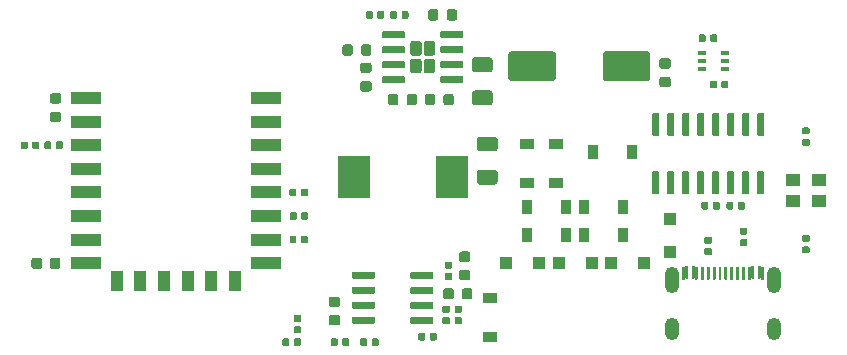
<source format=gtp>
G04 #@! TF.GenerationSoftware,KiCad,Pcbnew,5.1.5+dfsg1-2build2*
G04 #@! TF.CreationDate,2023-05-04T15:53:08+02:00*
G04 #@! TF.ProjectId,MBus_to_radio,4d427573-5f74-46f5-9f72-6164696f2e6b,rev?*
G04 #@! TF.SameCoordinates,Original*
G04 #@! TF.FileFunction,Paste,Top*
G04 #@! TF.FilePolarity,Positive*
%FSLAX46Y46*%
G04 Gerber Fmt 4.6, Leading zero omitted, Abs format (unit mm)*
G04 Created by KiCad (PCBNEW 5.1.5+dfsg1-2build2) date 2023-05-04 15:53:08*
%MOMM*%
%LPD*%
G04 APERTURE LIST*
%ADD10C,0.100000*%
%ADD11R,1.100000X1.100000*%
%ADD12R,2.700000X3.600000*%
%ADD13O,1.220000X1.930000*%
%ADD14O,1.220000X2.250000*%
%ADD15R,1.300000X1.000000*%
%ADD16R,2.500000X1.000000*%
%ADD17R,1.000000X1.800000*%
%ADD18R,0.650000X0.400000*%
%ADD19R,0.900000X1.200000*%
%ADD20R,1.200000X0.900000*%
G04 APERTURE END LIST*
D10*
G36*
X155851958Y-68540710D02*
G01*
X155866276Y-68542834D01*
X155880317Y-68546351D01*
X155893946Y-68551228D01*
X155907031Y-68557417D01*
X155919447Y-68564858D01*
X155931073Y-68573481D01*
X155941798Y-68583202D01*
X155951519Y-68593927D01*
X155960142Y-68605553D01*
X155967583Y-68617969D01*
X155973772Y-68631054D01*
X155978649Y-68644683D01*
X155982166Y-68658724D01*
X155984290Y-68673042D01*
X155985000Y-68687500D01*
X155985000Y-69032500D01*
X155984290Y-69046958D01*
X155982166Y-69061276D01*
X155978649Y-69075317D01*
X155973772Y-69088946D01*
X155967583Y-69102031D01*
X155960142Y-69114447D01*
X155951519Y-69126073D01*
X155941798Y-69136798D01*
X155931073Y-69146519D01*
X155919447Y-69155142D01*
X155907031Y-69162583D01*
X155893946Y-69168772D01*
X155880317Y-69173649D01*
X155866276Y-69177166D01*
X155851958Y-69179290D01*
X155837500Y-69180000D01*
X155542500Y-69180000D01*
X155528042Y-69179290D01*
X155513724Y-69177166D01*
X155499683Y-69173649D01*
X155486054Y-69168772D01*
X155472969Y-69162583D01*
X155460553Y-69155142D01*
X155448927Y-69146519D01*
X155438202Y-69136798D01*
X155428481Y-69126073D01*
X155419858Y-69114447D01*
X155412417Y-69102031D01*
X155406228Y-69088946D01*
X155401351Y-69075317D01*
X155397834Y-69061276D01*
X155395710Y-69046958D01*
X155395000Y-69032500D01*
X155395000Y-68687500D01*
X155395710Y-68673042D01*
X155397834Y-68658724D01*
X155401351Y-68644683D01*
X155406228Y-68631054D01*
X155412417Y-68617969D01*
X155419858Y-68605553D01*
X155428481Y-68593927D01*
X155438202Y-68583202D01*
X155448927Y-68573481D01*
X155460553Y-68564858D01*
X155472969Y-68557417D01*
X155486054Y-68551228D01*
X155499683Y-68546351D01*
X155513724Y-68542834D01*
X155528042Y-68540710D01*
X155542500Y-68540000D01*
X155837500Y-68540000D01*
X155851958Y-68540710D01*
G37*
G36*
X154881958Y-68540710D02*
G01*
X154896276Y-68542834D01*
X154910317Y-68546351D01*
X154923946Y-68551228D01*
X154937031Y-68557417D01*
X154949447Y-68564858D01*
X154961073Y-68573481D01*
X154971798Y-68583202D01*
X154981519Y-68593927D01*
X154990142Y-68605553D01*
X154997583Y-68617969D01*
X155003772Y-68631054D01*
X155008649Y-68644683D01*
X155012166Y-68658724D01*
X155014290Y-68673042D01*
X155015000Y-68687500D01*
X155015000Y-69032500D01*
X155014290Y-69046958D01*
X155012166Y-69061276D01*
X155008649Y-69075317D01*
X155003772Y-69088946D01*
X154997583Y-69102031D01*
X154990142Y-69114447D01*
X154981519Y-69126073D01*
X154971798Y-69136798D01*
X154961073Y-69146519D01*
X154949447Y-69155142D01*
X154937031Y-69162583D01*
X154923946Y-69168772D01*
X154910317Y-69173649D01*
X154896276Y-69177166D01*
X154881958Y-69179290D01*
X154867500Y-69180000D01*
X154572500Y-69180000D01*
X154558042Y-69179290D01*
X154543724Y-69177166D01*
X154529683Y-69173649D01*
X154516054Y-69168772D01*
X154502969Y-69162583D01*
X154490553Y-69155142D01*
X154478927Y-69146519D01*
X154468202Y-69136798D01*
X154458481Y-69126073D01*
X154449858Y-69114447D01*
X154442417Y-69102031D01*
X154436228Y-69088946D01*
X154431351Y-69075317D01*
X154427834Y-69061276D01*
X154425710Y-69046958D01*
X154425000Y-69032500D01*
X154425000Y-68687500D01*
X154425710Y-68673042D01*
X154427834Y-68658724D01*
X154431351Y-68644683D01*
X154436228Y-68631054D01*
X154442417Y-68617969D01*
X154449858Y-68605553D01*
X154458481Y-68593927D01*
X154468202Y-68583202D01*
X154478927Y-68573481D01*
X154490553Y-68564858D01*
X154502969Y-68557417D01*
X154516054Y-68551228D01*
X154529683Y-68546351D01*
X154543724Y-68542834D01*
X154558042Y-68540710D01*
X154572500Y-68540000D01*
X154867500Y-68540000D01*
X154881958Y-68540710D01*
G37*
G36*
X152761958Y-68540710D02*
G01*
X152776276Y-68542834D01*
X152790317Y-68546351D01*
X152803946Y-68551228D01*
X152817031Y-68557417D01*
X152829447Y-68564858D01*
X152841073Y-68573481D01*
X152851798Y-68583202D01*
X152861519Y-68593927D01*
X152870142Y-68605553D01*
X152877583Y-68617969D01*
X152883772Y-68631054D01*
X152888649Y-68644683D01*
X152892166Y-68658724D01*
X152894290Y-68673042D01*
X152895000Y-68687500D01*
X152895000Y-69032500D01*
X152894290Y-69046958D01*
X152892166Y-69061276D01*
X152888649Y-69075317D01*
X152883772Y-69088946D01*
X152877583Y-69102031D01*
X152870142Y-69114447D01*
X152861519Y-69126073D01*
X152851798Y-69136798D01*
X152841073Y-69146519D01*
X152829447Y-69155142D01*
X152817031Y-69162583D01*
X152803946Y-69168772D01*
X152790317Y-69173649D01*
X152776276Y-69177166D01*
X152761958Y-69179290D01*
X152747500Y-69180000D01*
X152452500Y-69180000D01*
X152438042Y-69179290D01*
X152423724Y-69177166D01*
X152409683Y-69173649D01*
X152396054Y-69168772D01*
X152382969Y-69162583D01*
X152370553Y-69155142D01*
X152358927Y-69146519D01*
X152348202Y-69136798D01*
X152338481Y-69126073D01*
X152329858Y-69114447D01*
X152322417Y-69102031D01*
X152316228Y-69088946D01*
X152311351Y-69075317D01*
X152307834Y-69061276D01*
X152305710Y-69046958D01*
X152305000Y-69032500D01*
X152305000Y-68687500D01*
X152305710Y-68673042D01*
X152307834Y-68658724D01*
X152311351Y-68644683D01*
X152316228Y-68631054D01*
X152322417Y-68617969D01*
X152329858Y-68605553D01*
X152338481Y-68593927D01*
X152348202Y-68583202D01*
X152358927Y-68573481D01*
X152370553Y-68564858D01*
X152382969Y-68557417D01*
X152396054Y-68551228D01*
X152409683Y-68546351D01*
X152423724Y-68542834D01*
X152438042Y-68540710D01*
X152452500Y-68540000D01*
X152747500Y-68540000D01*
X152761958Y-68540710D01*
G37*
G36*
X153731958Y-68540710D02*
G01*
X153746276Y-68542834D01*
X153760317Y-68546351D01*
X153773946Y-68551228D01*
X153787031Y-68557417D01*
X153799447Y-68564858D01*
X153811073Y-68573481D01*
X153821798Y-68583202D01*
X153831519Y-68593927D01*
X153840142Y-68605553D01*
X153847583Y-68617969D01*
X153853772Y-68631054D01*
X153858649Y-68644683D01*
X153862166Y-68658724D01*
X153864290Y-68673042D01*
X153865000Y-68687500D01*
X153865000Y-69032500D01*
X153864290Y-69046958D01*
X153862166Y-69061276D01*
X153858649Y-69075317D01*
X153853772Y-69088946D01*
X153847583Y-69102031D01*
X153840142Y-69114447D01*
X153831519Y-69126073D01*
X153821798Y-69136798D01*
X153811073Y-69146519D01*
X153799447Y-69155142D01*
X153787031Y-69162583D01*
X153773946Y-69168772D01*
X153760317Y-69173649D01*
X153746276Y-69177166D01*
X153731958Y-69179290D01*
X153717500Y-69180000D01*
X153422500Y-69180000D01*
X153408042Y-69179290D01*
X153393724Y-69177166D01*
X153379683Y-69173649D01*
X153366054Y-69168772D01*
X153352969Y-69162583D01*
X153340553Y-69155142D01*
X153328927Y-69146519D01*
X153318202Y-69136798D01*
X153308481Y-69126073D01*
X153299858Y-69114447D01*
X153292417Y-69102031D01*
X153286228Y-69088946D01*
X153281351Y-69075317D01*
X153277834Y-69061276D01*
X153275710Y-69046958D01*
X153275000Y-69032500D01*
X153275000Y-68687500D01*
X153275710Y-68673042D01*
X153277834Y-68658724D01*
X153281351Y-68644683D01*
X153286228Y-68631054D01*
X153292417Y-68617969D01*
X153299858Y-68605553D01*
X153308481Y-68593927D01*
X153318202Y-68583202D01*
X153328927Y-68573481D01*
X153340553Y-68564858D01*
X153352969Y-68557417D01*
X153366054Y-68551228D01*
X153379683Y-68546351D01*
X153393724Y-68542834D01*
X153408042Y-68540710D01*
X153422500Y-68540000D01*
X153717500Y-68540000D01*
X153731958Y-68540710D01*
G37*
D11*
X135770000Y-73710000D03*
X138570000Y-73710000D03*
X140210000Y-73720000D03*
X143010000Y-73720000D03*
X144660000Y-73710000D03*
X147460000Y-73710000D03*
X149640000Y-72770000D03*
X149640000Y-69970000D03*
D12*
X131160000Y-66430000D03*
X122860000Y-66430000D03*
D10*
G36*
X147734504Y-55791204D02*
G01*
X147758773Y-55794804D01*
X147782571Y-55800765D01*
X147805671Y-55809030D01*
X147827849Y-55819520D01*
X147848893Y-55832133D01*
X147868598Y-55846747D01*
X147886777Y-55863223D01*
X147903253Y-55881402D01*
X147917867Y-55901107D01*
X147930480Y-55922151D01*
X147940970Y-55944329D01*
X147949235Y-55967429D01*
X147955196Y-55991227D01*
X147958796Y-56015496D01*
X147960000Y-56040000D01*
X147960000Y-58040000D01*
X147958796Y-58064504D01*
X147955196Y-58088773D01*
X147949235Y-58112571D01*
X147940970Y-58135671D01*
X147930480Y-58157849D01*
X147917867Y-58178893D01*
X147903253Y-58198598D01*
X147886777Y-58216777D01*
X147868598Y-58233253D01*
X147848893Y-58247867D01*
X147827849Y-58260480D01*
X147805671Y-58270970D01*
X147782571Y-58279235D01*
X147758773Y-58285196D01*
X147734504Y-58288796D01*
X147710000Y-58290000D01*
X144210000Y-58290000D01*
X144185496Y-58288796D01*
X144161227Y-58285196D01*
X144137429Y-58279235D01*
X144114329Y-58270970D01*
X144092151Y-58260480D01*
X144071107Y-58247867D01*
X144051402Y-58233253D01*
X144033223Y-58216777D01*
X144016747Y-58198598D01*
X144002133Y-58178893D01*
X143989520Y-58157849D01*
X143979030Y-58135671D01*
X143970765Y-58112571D01*
X143964804Y-58088773D01*
X143961204Y-58064504D01*
X143960000Y-58040000D01*
X143960000Y-56040000D01*
X143961204Y-56015496D01*
X143964804Y-55991227D01*
X143970765Y-55967429D01*
X143979030Y-55944329D01*
X143989520Y-55922151D01*
X144002133Y-55901107D01*
X144016747Y-55881402D01*
X144033223Y-55863223D01*
X144051402Y-55846747D01*
X144071107Y-55832133D01*
X144092151Y-55819520D01*
X144114329Y-55809030D01*
X144137429Y-55800765D01*
X144161227Y-55794804D01*
X144185496Y-55791204D01*
X144210000Y-55790000D01*
X147710000Y-55790000D01*
X147734504Y-55791204D01*
G37*
G36*
X139734504Y-55791204D02*
G01*
X139758773Y-55794804D01*
X139782571Y-55800765D01*
X139805671Y-55809030D01*
X139827849Y-55819520D01*
X139848893Y-55832133D01*
X139868598Y-55846747D01*
X139886777Y-55863223D01*
X139903253Y-55881402D01*
X139917867Y-55901107D01*
X139930480Y-55922151D01*
X139940970Y-55944329D01*
X139949235Y-55967429D01*
X139955196Y-55991227D01*
X139958796Y-56015496D01*
X139960000Y-56040000D01*
X139960000Y-58040000D01*
X139958796Y-58064504D01*
X139955196Y-58088773D01*
X139949235Y-58112571D01*
X139940970Y-58135671D01*
X139930480Y-58157849D01*
X139917867Y-58178893D01*
X139903253Y-58198598D01*
X139886777Y-58216777D01*
X139868598Y-58233253D01*
X139848893Y-58247867D01*
X139827849Y-58260480D01*
X139805671Y-58270970D01*
X139782571Y-58279235D01*
X139758773Y-58285196D01*
X139734504Y-58288796D01*
X139710000Y-58290000D01*
X136210000Y-58290000D01*
X136185496Y-58288796D01*
X136161227Y-58285196D01*
X136137429Y-58279235D01*
X136114329Y-58270970D01*
X136092151Y-58260480D01*
X136071107Y-58247867D01*
X136051402Y-58233253D01*
X136033223Y-58216777D01*
X136016747Y-58198598D01*
X136002133Y-58178893D01*
X135989520Y-58157849D01*
X135979030Y-58135671D01*
X135970765Y-58112571D01*
X135964804Y-58088773D01*
X135961204Y-58064504D01*
X135960000Y-58040000D01*
X135960000Y-56040000D01*
X135961204Y-56015496D01*
X135964804Y-55991227D01*
X135970765Y-55967429D01*
X135979030Y-55944329D01*
X135989520Y-55922151D01*
X136002133Y-55901107D01*
X136016747Y-55881402D01*
X136033223Y-55863223D01*
X136051402Y-55846747D01*
X136071107Y-55832133D01*
X136092151Y-55819520D01*
X136114329Y-55809030D01*
X136137429Y-55800765D01*
X136161227Y-55794804D01*
X136185496Y-55791204D01*
X136210000Y-55790000D01*
X139710000Y-55790000D01*
X139734504Y-55791204D01*
G37*
D13*
X158450000Y-79325000D03*
D14*
X158450000Y-75125000D03*
D13*
X149800000Y-79325000D03*
D14*
X149800000Y-75125000D03*
D10*
G36*
X157518626Y-74025301D02*
G01*
X157524693Y-74026201D01*
X157530643Y-74027691D01*
X157536418Y-74029758D01*
X157541962Y-74032380D01*
X157547223Y-74035533D01*
X157552150Y-74039187D01*
X157556694Y-74043306D01*
X157560813Y-74047850D01*
X157564467Y-74052777D01*
X157567620Y-74058038D01*
X157570242Y-74063582D01*
X157572309Y-74069357D01*
X157573799Y-74075307D01*
X157574699Y-74081374D01*
X157575000Y-74087500D01*
X157575000Y-75062500D01*
X157574699Y-75068626D01*
X157573799Y-75074693D01*
X157572309Y-75080643D01*
X157570242Y-75086418D01*
X157567620Y-75091962D01*
X157564467Y-75097223D01*
X157560813Y-75102150D01*
X157556694Y-75106694D01*
X157552150Y-75110813D01*
X157547223Y-75114467D01*
X157541962Y-75117620D01*
X157536418Y-75120242D01*
X157530643Y-75122309D01*
X157524693Y-75123799D01*
X157518626Y-75124699D01*
X157512500Y-75125000D01*
X157387500Y-75125000D01*
X157381374Y-75124699D01*
X157375307Y-75123799D01*
X157369357Y-75122309D01*
X157363582Y-75120242D01*
X157358038Y-75117620D01*
X157352777Y-75114467D01*
X157347850Y-75110813D01*
X157343306Y-75106694D01*
X157339187Y-75102150D01*
X157335533Y-75097223D01*
X157332380Y-75091962D01*
X157329758Y-75086418D01*
X157327691Y-75080643D01*
X157326201Y-75074693D01*
X157325301Y-75068626D01*
X157325000Y-75062500D01*
X157325000Y-74087500D01*
X157325301Y-74081374D01*
X157326201Y-74075307D01*
X157327691Y-74069357D01*
X157329758Y-74063582D01*
X157332380Y-74058038D01*
X157335533Y-74052777D01*
X157339187Y-74047850D01*
X157343306Y-74043306D01*
X157347850Y-74039187D01*
X157352777Y-74035533D01*
X157358038Y-74032380D01*
X157363582Y-74029758D01*
X157369357Y-74027691D01*
X157375307Y-74026201D01*
X157381374Y-74025301D01*
X157387500Y-74025000D01*
X157512500Y-74025000D01*
X157518626Y-74025301D01*
G37*
G36*
X157268626Y-73925301D02*
G01*
X157274693Y-73926201D01*
X157280643Y-73927691D01*
X157286418Y-73929758D01*
X157291962Y-73932380D01*
X157297223Y-73935533D01*
X157302150Y-73939187D01*
X157306694Y-73943306D01*
X157310813Y-73947850D01*
X157314467Y-73952777D01*
X157317620Y-73958038D01*
X157320242Y-73963582D01*
X157322309Y-73969357D01*
X157323799Y-73975307D01*
X157324699Y-73981374D01*
X157325000Y-73987500D01*
X157325000Y-74962500D01*
X157324699Y-74968626D01*
X157323799Y-74974693D01*
X157322309Y-74980643D01*
X157320242Y-74986418D01*
X157317620Y-74991962D01*
X157314467Y-74997223D01*
X157310813Y-75002150D01*
X157306694Y-75006694D01*
X157302150Y-75010813D01*
X157297223Y-75014467D01*
X157291962Y-75017620D01*
X157286418Y-75020242D01*
X157280643Y-75022309D01*
X157274693Y-75023799D01*
X157268626Y-75024699D01*
X157262500Y-75025000D01*
X157137500Y-75025000D01*
X157131374Y-75024699D01*
X157125307Y-75023799D01*
X157119357Y-75022309D01*
X157113582Y-75020242D01*
X157108038Y-75017620D01*
X157102777Y-75014467D01*
X157097850Y-75010813D01*
X157093306Y-75006694D01*
X157089187Y-75002150D01*
X157085533Y-74997223D01*
X157082380Y-74991962D01*
X157079758Y-74986418D01*
X157077691Y-74980643D01*
X157076201Y-74974693D01*
X157075301Y-74968626D01*
X157075000Y-74962500D01*
X157075000Y-73987500D01*
X157075301Y-73981374D01*
X157076201Y-73975307D01*
X157077691Y-73969357D01*
X157079758Y-73963582D01*
X157082380Y-73958038D01*
X157085533Y-73952777D01*
X157089187Y-73947850D01*
X157093306Y-73943306D01*
X157097850Y-73939187D01*
X157102777Y-73935533D01*
X157108038Y-73932380D01*
X157113582Y-73929758D01*
X157119357Y-73927691D01*
X157125307Y-73926201D01*
X157131374Y-73925301D01*
X157137500Y-73925000D01*
X157262500Y-73925000D01*
X157268626Y-73925301D01*
G37*
G36*
X150868626Y-74025301D02*
G01*
X150874693Y-74026201D01*
X150880643Y-74027691D01*
X150886418Y-74029758D01*
X150891962Y-74032380D01*
X150897223Y-74035533D01*
X150902150Y-74039187D01*
X150906694Y-74043306D01*
X150910813Y-74047850D01*
X150914467Y-74052777D01*
X150917620Y-74058038D01*
X150920242Y-74063582D01*
X150922309Y-74069357D01*
X150923799Y-74075307D01*
X150924699Y-74081374D01*
X150925000Y-74087500D01*
X150925000Y-75062500D01*
X150924699Y-75068626D01*
X150923799Y-75074693D01*
X150922309Y-75080643D01*
X150920242Y-75086418D01*
X150917620Y-75091962D01*
X150914467Y-75097223D01*
X150910813Y-75102150D01*
X150906694Y-75106694D01*
X150902150Y-75110813D01*
X150897223Y-75114467D01*
X150891962Y-75117620D01*
X150886418Y-75120242D01*
X150880643Y-75122309D01*
X150874693Y-75123799D01*
X150868626Y-75124699D01*
X150862500Y-75125000D01*
X150737500Y-75125000D01*
X150731374Y-75124699D01*
X150725307Y-75123799D01*
X150719357Y-75122309D01*
X150713582Y-75120242D01*
X150708038Y-75117620D01*
X150702777Y-75114467D01*
X150697850Y-75110813D01*
X150693306Y-75106694D01*
X150689187Y-75102150D01*
X150685533Y-75097223D01*
X150682380Y-75091962D01*
X150679758Y-75086418D01*
X150677691Y-75080643D01*
X150676201Y-75074693D01*
X150675301Y-75068626D01*
X150675000Y-75062500D01*
X150675000Y-74087500D01*
X150675301Y-74081374D01*
X150676201Y-74075307D01*
X150677691Y-74069357D01*
X150679758Y-74063582D01*
X150682380Y-74058038D01*
X150685533Y-74052777D01*
X150689187Y-74047850D01*
X150693306Y-74043306D01*
X150697850Y-74039187D01*
X150702777Y-74035533D01*
X150708038Y-74032380D01*
X150713582Y-74029758D01*
X150719357Y-74027691D01*
X150725307Y-74026201D01*
X150731374Y-74025301D01*
X150737500Y-74025000D01*
X150862500Y-74025000D01*
X150868626Y-74025301D01*
G37*
G36*
X151118626Y-73925301D02*
G01*
X151124693Y-73926201D01*
X151130643Y-73927691D01*
X151136418Y-73929758D01*
X151141962Y-73932380D01*
X151147223Y-73935533D01*
X151152150Y-73939187D01*
X151156694Y-73943306D01*
X151160813Y-73947850D01*
X151164467Y-73952777D01*
X151167620Y-73958038D01*
X151170242Y-73963582D01*
X151172309Y-73969357D01*
X151173799Y-73975307D01*
X151174699Y-73981374D01*
X151175000Y-73987500D01*
X151175000Y-74962500D01*
X151174699Y-74968626D01*
X151173799Y-74974693D01*
X151172309Y-74980643D01*
X151170242Y-74986418D01*
X151167620Y-74991962D01*
X151164467Y-74997223D01*
X151160813Y-75002150D01*
X151156694Y-75006694D01*
X151152150Y-75010813D01*
X151147223Y-75014467D01*
X151141962Y-75017620D01*
X151136418Y-75020242D01*
X151130643Y-75022309D01*
X151124693Y-75023799D01*
X151118626Y-75024699D01*
X151112500Y-75025000D01*
X150987500Y-75025000D01*
X150981374Y-75024699D01*
X150975307Y-75023799D01*
X150969357Y-75022309D01*
X150963582Y-75020242D01*
X150958038Y-75017620D01*
X150952777Y-75014467D01*
X150947850Y-75010813D01*
X150943306Y-75006694D01*
X150939187Y-75002150D01*
X150935533Y-74997223D01*
X150932380Y-74991962D01*
X150929758Y-74986418D01*
X150927691Y-74980643D01*
X150926201Y-74974693D01*
X150925301Y-74968626D01*
X150925000Y-74962500D01*
X150925000Y-73987500D01*
X150925301Y-73981374D01*
X150926201Y-73975307D01*
X150927691Y-73969357D01*
X150929758Y-73963582D01*
X150932380Y-73958038D01*
X150935533Y-73952777D01*
X150939187Y-73947850D01*
X150943306Y-73943306D01*
X150947850Y-73939187D01*
X150952777Y-73935533D01*
X150958038Y-73932380D01*
X150963582Y-73929758D01*
X150969357Y-73927691D01*
X150975307Y-73926201D01*
X150981374Y-73925301D01*
X150987500Y-73925000D01*
X151112500Y-73925000D01*
X151118626Y-73925301D01*
G37*
G36*
X151668626Y-73925301D02*
G01*
X151674693Y-73926201D01*
X151680643Y-73927691D01*
X151686418Y-73929758D01*
X151691962Y-73932380D01*
X151697223Y-73935533D01*
X151702150Y-73939187D01*
X151706694Y-73943306D01*
X151710813Y-73947850D01*
X151714467Y-73952777D01*
X151717620Y-73958038D01*
X151720242Y-73963582D01*
X151722309Y-73969357D01*
X151723799Y-73975307D01*
X151724699Y-73981374D01*
X151725000Y-73987500D01*
X151725000Y-74962500D01*
X151724699Y-74968626D01*
X151723799Y-74974693D01*
X151722309Y-74980643D01*
X151720242Y-74986418D01*
X151717620Y-74991962D01*
X151714467Y-74997223D01*
X151710813Y-75002150D01*
X151706694Y-75006694D01*
X151702150Y-75010813D01*
X151697223Y-75014467D01*
X151691962Y-75017620D01*
X151686418Y-75020242D01*
X151680643Y-75022309D01*
X151674693Y-75023799D01*
X151668626Y-75024699D01*
X151662500Y-75025000D01*
X151537500Y-75025000D01*
X151531374Y-75024699D01*
X151525307Y-75023799D01*
X151519357Y-75022309D01*
X151513582Y-75020242D01*
X151508038Y-75017620D01*
X151502777Y-75014467D01*
X151497850Y-75010813D01*
X151493306Y-75006694D01*
X151489187Y-75002150D01*
X151485533Y-74997223D01*
X151482380Y-74991962D01*
X151479758Y-74986418D01*
X151477691Y-74980643D01*
X151476201Y-74974693D01*
X151475301Y-74968626D01*
X151475000Y-74962500D01*
X151475000Y-73987500D01*
X151475301Y-73981374D01*
X151476201Y-73975307D01*
X151477691Y-73969357D01*
X151479758Y-73963582D01*
X151482380Y-73958038D01*
X151485533Y-73952777D01*
X151489187Y-73947850D01*
X151493306Y-73943306D01*
X151497850Y-73939187D01*
X151502777Y-73935533D01*
X151508038Y-73932380D01*
X151513582Y-73929758D01*
X151519357Y-73927691D01*
X151525307Y-73926201D01*
X151531374Y-73925301D01*
X151537500Y-73925000D01*
X151662500Y-73925000D01*
X151668626Y-73925301D01*
G37*
G36*
X156718626Y-73925301D02*
G01*
X156724693Y-73926201D01*
X156730643Y-73927691D01*
X156736418Y-73929758D01*
X156741962Y-73932380D01*
X156747223Y-73935533D01*
X156752150Y-73939187D01*
X156756694Y-73943306D01*
X156760813Y-73947850D01*
X156764467Y-73952777D01*
X156767620Y-73958038D01*
X156770242Y-73963582D01*
X156772309Y-73969357D01*
X156773799Y-73975307D01*
X156774699Y-73981374D01*
X156775000Y-73987500D01*
X156775000Y-74962500D01*
X156774699Y-74968626D01*
X156773799Y-74974693D01*
X156772309Y-74980643D01*
X156770242Y-74986418D01*
X156767620Y-74991962D01*
X156764467Y-74997223D01*
X156760813Y-75002150D01*
X156756694Y-75006694D01*
X156752150Y-75010813D01*
X156747223Y-75014467D01*
X156741962Y-75017620D01*
X156736418Y-75020242D01*
X156730643Y-75022309D01*
X156724693Y-75023799D01*
X156718626Y-75024699D01*
X156712500Y-75025000D01*
X156587500Y-75025000D01*
X156581374Y-75024699D01*
X156575307Y-75023799D01*
X156569357Y-75022309D01*
X156563582Y-75020242D01*
X156558038Y-75017620D01*
X156552777Y-75014467D01*
X156547850Y-75010813D01*
X156543306Y-75006694D01*
X156539187Y-75002150D01*
X156535533Y-74997223D01*
X156532380Y-74991962D01*
X156529758Y-74986418D01*
X156527691Y-74980643D01*
X156526201Y-74974693D01*
X156525301Y-74968626D01*
X156525000Y-74962500D01*
X156525000Y-73987500D01*
X156525301Y-73981374D01*
X156526201Y-73975307D01*
X156527691Y-73969357D01*
X156529758Y-73963582D01*
X156532380Y-73958038D01*
X156535533Y-73952777D01*
X156539187Y-73947850D01*
X156543306Y-73943306D01*
X156547850Y-73939187D01*
X156552777Y-73935533D01*
X156558038Y-73932380D01*
X156563582Y-73929758D01*
X156569357Y-73927691D01*
X156575307Y-73926201D01*
X156581374Y-73925301D01*
X156587500Y-73925000D01*
X156712500Y-73925000D01*
X156718626Y-73925301D01*
G37*
G36*
X151918626Y-74025301D02*
G01*
X151924693Y-74026201D01*
X151930643Y-74027691D01*
X151936418Y-74029758D01*
X151941962Y-74032380D01*
X151947223Y-74035533D01*
X151952150Y-74039187D01*
X151956694Y-74043306D01*
X151960813Y-74047850D01*
X151964467Y-74052777D01*
X151967620Y-74058038D01*
X151970242Y-74063582D01*
X151972309Y-74069357D01*
X151973799Y-74075307D01*
X151974699Y-74081374D01*
X151975000Y-74087500D01*
X151975000Y-75062500D01*
X151974699Y-75068626D01*
X151973799Y-75074693D01*
X151972309Y-75080643D01*
X151970242Y-75086418D01*
X151967620Y-75091962D01*
X151964467Y-75097223D01*
X151960813Y-75102150D01*
X151956694Y-75106694D01*
X151952150Y-75110813D01*
X151947223Y-75114467D01*
X151941962Y-75117620D01*
X151936418Y-75120242D01*
X151930643Y-75122309D01*
X151924693Y-75123799D01*
X151918626Y-75124699D01*
X151912500Y-75125000D01*
X151787500Y-75125000D01*
X151781374Y-75124699D01*
X151775307Y-75123799D01*
X151769357Y-75122309D01*
X151763582Y-75120242D01*
X151758038Y-75117620D01*
X151752777Y-75114467D01*
X151747850Y-75110813D01*
X151743306Y-75106694D01*
X151739187Y-75102150D01*
X151735533Y-75097223D01*
X151732380Y-75091962D01*
X151729758Y-75086418D01*
X151727691Y-75080643D01*
X151726201Y-75074693D01*
X151725301Y-75068626D01*
X151725000Y-75062500D01*
X151725000Y-74087500D01*
X151725301Y-74081374D01*
X151726201Y-74075307D01*
X151727691Y-74069357D01*
X151729758Y-74063582D01*
X151732380Y-74058038D01*
X151735533Y-74052777D01*
X151739187Y-74047850D01*
X151743306Y-74043306D01*
X151747850Y-74039187D01*
X151752777Y-74035533D01*
X151758038Y-74032380D01*
X151763582Y-74029758D01*
X151769357Y-74027691D01*
X151775307Y-74026201D01*
X151781374Y-74025301D01*
X151787500Y-74025000D01*
X151912500Y-74025000D01*
X151918626Y-74025301D01*
G37*
G36*
X156468626Y-74025301D02*
G01*
X156474693Y-74026201D01*
X156480643Y-74027691D01*
X156486418Y-74029758D01*
X156491962Y-74032380D01*
X156497223Y-74035533D01*
X156502150Y-74039187D01*
X156506694Y-74043306D01*
X156510813Y-74047850D01*
X156514467Y-74052777D01*
X156517620Y-74058038D01*
X156520242Y-74063582D01*
X156522309Y-74069357D01*
X156523799Y-74075307D01*
X156524699Y-74081374D01*
X156525000Y-74087500D01*
X156525000Y-75062500D01*
X156524699Y-75068626D01*
X156523799Y-75074693D01*
X156522309Y-75080643D01*
X156520242Y-75086418D01*
X156517620Y-75091962D01*
X156514467Y-75097223D01*
X156510813Y-75102150D01*
X156506694Y-75106694D01*
X156502150Y-75110813D01*
X156497223Y-75114467D01*
X156491962Y-75117620D01*
X156486418Y-75120242D01*
X156480643Y-75122309D01*
X156474693Y-75123799D01*
X156468626Y-75124699D01*
X156462500Y-75125000D01*
X156337500Y-75125000D01*
X156331374Y-75124699D01*
X156325307Y-75123799D01*
X156319357Y-75122309D01*
X156313582Y-75120242D01*
X156308038Y-75117620D01*
X156302777Y-75114467D01*
X156297850Y-75110813D01*
X156293306Y-75106694D01*
X156289187Y-75102150D01*
X156285533Y-75097223D01*
X156282380Y-75091962D01*
X156279758Y-75086418D01*
X156277691Y-75080643D01*
X156276201Y-75074693D01*
X156275301Y-75068626D01*
X156275000Y-75062500D01*
X156275000Y-74087500D01*
X156275301Y-74081374D01*
X156276201Y-74075307D01*
X156277691Y-74069357D01*
X156279758Y-74063582D01*
X156282380Y-74058038D01*
X156285533Y-74052777D01*
X156289187Y-74047850D01*
X156293306Y-74043306D01*
X156297850Y-74039187D01*
X156302777Y-74035533D01*
X156308038Y-74032380D01*
X156313582Y-74029758D01*
X156319357Y-74027691D01*
X156325307Y-74026201D01*
X156331374Y-74025301D01*
X156337500Y-74025000D01*
X156462500Y-74025000D01*
X156468626Y-74025301D01*
G37*
G36*
X154943626Y-74025301D02*
G01*
X154949693Y-74026201D01*
X154955643Y-74027691D01*
X154961418Y-74029758D01*
X154966962Y-74032380D01*
X154972223Y-74035533D01*
X154977150Y-74039187D01*
X154981694Y-74043306D01*
X154985813Y-74047850D01*
X154989467Y-74052777D01*
X154992620Y-74058038D01*
X154995242Y-74063582D01*
X154997309Y-74069357D01*
X154998799Y-74075307D01*
X154999699Y-74081374D01*
X155000000Y-74087500D01*
X155000000Y-75062500D01*
X154999699Y-75068626D01*
X154998799Y-75074693D01*
X154997309Y-75080643D01*
X154995242Y-75086418D01*
X154992620Y-75091962D01*
X154989467Y-75097223D01*
X154985813Y-75102150D01*
X154981694Y-75106694D01*
X154977150Y-75110813D01*
X154972223Y-75114467D01*
X154966962Y-75117620D01*
X154961418Y-75120242D01*
X154955643Y-75122309D01*
X154949693Y-75123799D01*
X154943626Y-75124699D01*
X154937500Y-75125000D01*
X154812500Y-75125000D01*
X154806374Y-75124699D01*
X154800307Y-75123799D01*
X154794357Y-75122309D01*
X154788582Y-75120242D01*
X154783038Y-75117620D01*
X154777777Y-75114467D01*
X154772850Y-75110813D01*
X154768306Y-75106694D01*
X154764187Y-75102150D01*
X154760533Y-75097223D01*
X154757380Y-75091962D01*
X154754758Y-75086418D01*
X154752691Y-75080643D01*
X154751201Y-75074693D01*
X154750301Y-75068626D01*
X154750000Y-75062500D01*
X154750000Y-74087500D01*
X154750301Y-74081374D01*
X154751201Y-74075307D01*
X154752691Y-74069357D01*
X154754758Y-74063582D01*
X154757380Y-74058038D01*
X154760533Y-74052777D01*
X154764187Y-74047850D01*
X154768306Y-74043306D01*
X154772850Y-74039187D01*
X154777777Y-74035533D01*
X154783038Y-74032380D01*
X154788582Y-74029758D01*
X154794357Y-74027691D01*
X154800307Y-74026201D01*
X154806374Y-74025301D01*
X154812500Y-74025000D01*
X154937500Y-74025000D01*
X154943626Y-74025301D01*
G37*
G36*
X155443626Y-74025301D02*
G01*
X155449693Y-74026201D01*
X155455643Y-74027691D01*
X155461418Y-74029758D01*
X155466962Y-74032380D01*
X155472223Y-74035533D01*
X155477150Y-74039187D01*
X155481694Y-74043306D01*
X155485813Y-74047850D01*
X155489467Y-74052777D01*
X155492620Y-74058038D01*
X155495242Y-74063582D01*
X155497309Y-74069357D01*
X155498799Y-74075307D01*
X155499699Y-74081374D01*
X155500000Y-74087500D01*
X155500000Y-75062500D01*
X155499699Y-75068626D01*
X155498799Y-75074693D01*
X155497309Y-75080643D01*
X155495242Y-75086418D01*
X155492620Y-75091962D01*
X155489467Y-75097223D01*
X155485813Y-75102150D01*
X155481694Y-75106694D01*
X155477150Y-75110813D01*
X155472223Y-75114467D01*
X155466962Y-75117620D01*
X155461418Y-75120242D01*
X155455643Y-75122309D01*
X155449693Y-75123799D01*
X155443626Y-75124699D01*
X155437500Y-75125000D01*
X155312500Y-75125000D01*
X155306374Y-75124699D01*
X155300307Y-75123799D01*
X155294357Y-75122309D01*
X155288582Y-75120242D01*
X155283038Y-75117620D01*
X155277777Y-75114467D01*
X155272850Y-75110813D01*
X155268306Y-75106694D01*
X155264187Y-75102150D01*
X155260533Y-75097223D01*
X155257380Y-75091962D01*
X155254758Y-75086418D01*
X155252691Y-75080643D01*
X155251201Y-75074693D01*
X155250301Y-75068626D01*
X155250000Y-75062500D01*
X155250000Y-74087500D01*
X155250301Y-74081374D01*
X155251201Y-74075307D01*
X155252691Y-74069357D01*
X155254758Y-74063582D01*
X155257380Y-74058038D01*
X155260533Y-74052777D01*
X155264187Y-74047850D01*
X155268306Y-74043306D01*
X155272850Y-74039187D01*
X155277777Y-74035533D01*
X155283038Y-74032380D01*
X155288582Y-74029758D01*
X155294357Y-74027691D01*
X155300307Y-74026201D01*
X155306374Y-74025301D01*
X155312500Y-74025000D01*
X155437500Y-74025000D01*
X155443626Y-74025301D01*
G37*
G36*
X155943626Y-74025301D02*
G01*
X155949693Y-74026201D01*
X155955643Y-74027691D01*
X155961418Y-74029758D01*
X155966962Y-74032380D01*
X155972223Y-74035533D01*
X155977150Y-74039187D01*
X155981694Y-74043306D01*
X155985813Y-74047850D01*
X155989467Y-74052777D01*
X155992620Y-74058038D01*
X155995242Y-74063582D01*
X155997309Y-74069357D01*
X155998799Y-74075307D01*
X155999699Y-74081374D01*
X156000000Y-74087500D01*
X156000000Y-75062500D01*
X155999699Y-75068626D01*
X155998799Y-75074693D01*
X155997309Y-75080643D01*
X155995242Y-75086418D01*
X155992620Y-75091962D01*
X155989467Y-75097223D01*
X155985813Y-75102150D01*
X155981694Y-75106694D01*
X155977150Y-75110813D01*
X155972223Y-75114467D01*
X155966962Y-75117620D01*
X155961418Y-75120242D01*
X155955643Y-75122309D01*
X155949693Y-75123799D01*
X155943626Y-75124699D01*
X155937500Y-75125000D01*
X155812500Y-75125000D01*
X155806374Y-75124699D01*
X155800307Y-75123799D01*
X155794357Y-75122309D01*
X155788582Y-75120242D01*
X155783038Y-75117620D01*
X155777777Y-75114467D01*
X155772850Y-75110813D01*
X155768306Y-75106694D01*
X155764187Y-75102150D01*
X155760533Y-75097223D01*
X155757380Y-75091962D01*
X155754758Y-75086418D01*
X155752691Y-75080643D01*
X155751201Y-75074693D01*
X155750301Y-75068626D01*
X155750000Y-75062500D01*
X155750000Y-74087500D01*
X155750301Y-74081374D01*
X155751201Y-74075307D01*
X155752691Y-74069357D01*
X155754758Y-74063582D01*
X155757380Y-74058038D01*
X155760533Y-74052777D01*
X155764187Y-74047850D01*
X155768306Y-74043306D01*
X155772850Y-74039187D01*
X155777777Y-74035533D01*
X155783038Y-74032380D01*
X155788582Y-74029758D01*
X155794357Y-74027691D01*
X155800307Y-74026201D01*
X155806374Y-74025301D01*
X155812500Y-74025000D01*
X155937500Y-74025000D01*
X155943626Y-74025301D01*
G37*
G36*
X152443626Y-74025301D02*
G01*
X152449693Y-74026201D01*
X152455643Y-74027691D01*
X152461418Y-74029758D01*
X152466962Y-74032380D01*
X152472223Y-74035533D01*
X152477150Y-74039187D01*
X152481694Y-74043306D01*
X152485813Y-74047850D01*
X152489467Y-74052777D01*
X152492620Y-74058038D01*
X152495242Y-74063582D01*
X152497309Y-74069357D01*
X152498799Y-74075307D01*
X152499699Y-74081374D01*
X152500000Y-74087500D01*
X152500000Y-75062500D01*
X152499699Y-75068626D01*
X152498799Y-75074693D01*
X152497309Y-75080643D01*
X152495242Y-75086418D01*
X152492620Y-75091962D01*
X152489467Y-75097223D01*
X152485813Y-75102150D01*
X152481694Y-75106694D01*
X152477150Y-75110813D01*
X152472223Y-75114467D01*
X152466962Y-75117620D01*
X152461418Y-75120242D01*
X152455643Y-75122309D01*
X152449693Y-75123799D01*
X152443626Y-75124699D01*
X152437500Y-75125000D01*
X152312500Y-75125000D01*
X152306374Y-75124699D01*
X152300307Y-75123799D01*
X152294357Y-75122309D01*
X152288582Y-75120242D01*
X152283038Y-75117620D01*
X152277777Y-75114467D01*
X152272850Y-75110813D01*
X152268306Y-75106694D01*
X152264187Y-75102150D01*
X152260533Y-75097223D01*
X152257380Y-75091962D01*
X152254758Y-75086418D01*
X152252691Y-75080643D01*
X152251201Y-75074693D01*
X152250301Y-75068626D01*
X152250000Y-75062500D01*
X152250000Y-74087500D01*
X152250301Y-74081374D01*
X152251201Y-74075307D01*
X152252691Y-74069357D01*
X152254758Y-74063582D01*
X152257380Y-74058038D01*
X152260533Y-74052777D01*
X152264187Y-74047850D01*
X152268306Y-74043306D01*
X152272850Y-74039187D01*
X152277777Y-74035533D01*
X152283038Y-74032380D01*
X152288582Y-74029758D01*
X152294357Y-74027691D01*
X152300307Y-74026201D01*
X152306374Y-74025301D01*
X152312500Y-74025000D01*
X152437500Y-74025000D01*
X152443626Y-74025301D01*
G37*
G36*
X152943626Y-74025301D02*
G01*
X152949693Y-74026201D01*
X152955643Y-74027691D01*
X152961418Y-74029758D01*
X152966962Y-74032380D01*
X152972223Y-74035533D01*
X152977150Y-74039187D01*
X152981694Y-74043306D01*
X152985813Y-74047850D01*
X152989467Y-74052777D01*
X152992620Y-74058038D01*
X152995242Y-74063582D01*
X152997309Y-74069357D01*
X152998799Y-74075307D01*
X152999699Y-74081374D01*
X153000000Y-74087500D01*
X153000000Y-75062500D01*
X152999699Y-75068626D01*
X152998799Y-75074693D01*
X152997309Y-75080643D01*
X152995242Y-75086418D01*
X152992620Y-75091962D01*
X152989467Y-75097223D01*
X152985813Y-75102150D01*
X152981694Y-75106694D01*
X152977150Y-75110813D01*
X152972223Y-75114467D01*
X152966962Y-75117620D01*
X152961418Y-75120242D01*
X152955643Y-75122309D01*
X152949693Y-75123799D01*
X152943626Y-75124699D01*
X152937500Y-75125000D01*
X152812500Y-75125000D01*
X152806374Y-75124699D01*
X152800307Y-75123799D01*
X152794357Y-75122309D01*
X152788582Y-75120242D01*
X152783038Y-75117620D01*
X152777777Y-75114467D01*
X152772850Y-75110813D01*
X152768306Y-75106694D01*
X152764187Y-75102150D01*
X152760533Y-75097223D01*
X152757380Y-75091962D01*
X152754758Y-75086418D01*
X152752691Y-75080643D01*
X152751201Y-75074693D01*
X152750301Y-75068626D01*
X152750000Y-75062500D01*
X152750000Y-74087500D01*
X152750301Y-74081374D01*
X152751201Y-74075307D01*
X152752691Y-74069357D01*
X152754758Y-74063582D01*
X152757380Y-74058038D01*
X152760533Y-74052777D01*
X152764187Y-74047850D01*
X152768306Y-74043306D01*
X152772850Y-74039187D01*
X152777777Y-74035533D01*
X152783038Y-74032380D01*
X152788582Y-74029758D01*
X152794357Y-74027691D01*
X152800307Y-74026201D01*
X152806374Y-74025301D01*
X152812500Y-74025000D01*
X152937500Y-74025000D01*
X152943626Y-74025301D01*
G37*
G36*
X153443626Y-74025301D02*
G01*
X153449693Y-74026201D01*
X153455643Y-74027691D01*
X153461418Y-74029758D01*
X153466962Y-74032380D01*
X153472223Y-74035533D01*
X153477150Y-74039187D01*
X153481694Y-74043306D01*
X153485813Y-74047850D01*
X153489467Y-74052777D01*
X153492620Y-74058038D01*
X153495242Y-74063582D01*
X153497309Y-74069357D01*
X153498799Y-74075307D01*
X153499699Y-74081374D01*
X153500000Y-74087500D01*
X153500000Y-75062500D01*
X153499699Y-75068626D01*
X153498799Y-75074693D01*
X153497309Y-75080643D01*
X153495242Y-75086418D01*
X153492620Y-75091962D01*
X153489467Y-75097223D01*
X153485813Y-75102150D01*
X153481694Y-75106694D01*
X153477150Y-75110813D01*
X153472223Y-75114467D01*
X153466962Y-75117620D01*
X153461418Y-75120242D01*
X153455643Y-75122309D01*
X153449693Y-75123799D01*
X153443626Y-75124699D01*
X153437500Y-75125000D01*
X153312500Y-75125000D01*
X153306374Y-75124699D01*
X153300307Y-75123799D01*
X153294357Y-75122309D01*
X153288582Y-75120242D01*
X153283038Y-75117620D01*
X153277777Y-75114467D01*
X153272850Y-75110813D01*
X153268306Y-75106694D01*
X153264187Y-75102150D01*
X153260533Y-75097223D01*
X153257380Y-75091962D01*
X153254758Y-75086418D01*
X153252691Y-75080643D01*
X153251201Y-75074693D01*
X153250301Y-75068626D01*
X153250000Y-75062500D01*
X153250000Y-74087500D01*
X153250301Y-74081374D01*
X153251201Y-74075307D01*
X153252691Y-74069357D01*
X153254758Y-74063582D01*
X153257380Y-74058038D01*
X153260533Y-74052777D01*
X153264187Y-74047850D01*
X153268306Y-74043306D01*
X153272850Y-74039187D01*
X153277777Y-74035533D01*
X153283038Y-74032380D01*
X153288582Y-74029758D01*
X153294357Y-74027691D01*
X153300307Y-74026201D01*
X153306374Y-74025301D01*
X153312500Y-74025000D01*
X153437500Y-74025000D01*
X153443626Y-74025301D01*
G37*
G36*
X154443626Y-74025301D02*
G01*
X154449693Y-74026201D01*
X154455643Y-74027691D01*
X154461418Y-74029758D01*
X154466962Y-74032380D01*
X154472223Y-74035533D01*
X154477150Y-74039187D01*
X154481694Y-74043306D01*
X154485813Y-74047850D01*
X154489467Y-74052777D01*
X154492620Y-74058038D01*
X154495242Y-74063582D01*
X154497309Y-74069357D01*
X154498799Y-74075307D01*
X154499699Y-74081374D01*
X154500000Y-74087500D01*
X154500000Y-75062500D01*
X154499699Y-75068626D01*
X154498799Y-75074693D01*
X154497309Y-75080643D01*
X154495242Y-75086418D01*
X154492620Y-75091962D01*
X154489467Y-75097223D01*
X154485813Y-75102150D01*
X154481694Y-75106694D01*
X154477150Y-75110813D01*
X154472223Y-75114467D01*
X154466962Y-75117620D01*
X154461418Y-75120242D01*
X154455643Y-75122309D01*
X154449693Y-75123799D01*
X154443626Y-75124699D01*
X154437500Y-75125000D01*
X154312500Y-75125000D01*
X154306374Y-75124699D01*
X154300307Y-75123799D01*
X154294357Y-75122309D01*
X154288582Y-75120242D01*
X154283038Y-75117620D01*
X154277777Y-75114467D01*
X154272850Y-75110813D01*
X154268306Y-75106694D01*
X154264187Y-75102150D01*
X154260533Y-75097223D01*
X154257380Y-75091962D01*
X154254758Y-75086418D01*
X154252691Y-75080643D01*
X154251201Y-75074693D01*
X154250301Y-75068626D01*
X154250000Y-75062500D01*
X154250000Y-74087500D01*
X154250301Y-74081374D01*
X154251201Y-74075307D01*
X154252691Y-74069357D01*
X154254758Y-74063582D01*
X154257380Y-74058038D01*
X154260533Y-74052777D01*
X154264187Y-74047850D01*
X154268306Y-74043306D01*
X154272850Y-74039187D01*
X154277777Y-74035533D01*
X154283038Y-74032380D01*
X154288582Y-74029758D01*
X154294357Y-74027691D01*
X154300307Y-74026201D01*
X154306374Y-74025301D01*
X154312500Y-74025000D01*
X154437500Y-74025000D01*
X154443626Y-74025301D01*
G37*
G36*
X153943626Y-74025301D02*
G01*
X153949693Y-74026201D01*
X153955643Y-74027691D01*
X153961418Y-74029758D01*
X153966962Y-74032380D01*
X153972223Y-74035533D01*
X153977150Y-74039187D01*
X153981694Y-74043306D01*
X153985813Y-74047850D01*
X153989467Y-74052777D01*
X153992620Y-74058038D01*
X153995242Y-74063582D01*
X153997309Y-74069357D01*
X153998799Y-74075307D01*
X153999699Y-74081374D01*
X154000000Y-74087500D01*
X154000000Y-75062500D01*
X153999699Y-75068626D01*
X153998799Y-75074693D01*
X153997309Y-75080643D01*
X153995242Y-75086418D01*
X153992620Y-75091962D01*
X153989467Y-75097223D01*
X153985813Y-75102150D01*
X153981694Y-75106694D01*
X153977150Y-75110813D01*
X153972223Y-75114467D01*
X153966962Y-75117620D01*
X153961418Y-75120242D01*
X153955643Y-75122309D01*
X153949693Y-75123799D01*
X153943626Y-75124699D01*
X153937500Y-75125000D01*
X153812500Y-75125000D01*
X153806374Y-75124699D01*
X153800307Y-75123799D01*
X153794357Y-75122309D01*
X153788582Y-75120242D01*
X153783038Y-75117620D01*
X153777777Y-75114467D01*
X153772850Y-75110813D01*
X153768306Y-75106694D01*
X153764187Y-75102150D01*
X153760533Y-75097223D01*
X153757380Y-75091962D01*
X153754758Y-75086418D01*
X153752691Y-75080643D01*
X153751201Y-75074693D01*
X153750301Y-75068626D01*
X153750000Y-75062500D01*
X153750000Y-74087500D01*
X153750301Y-74081374D01*
X153751201Y-74075307D01*
X153752691Y-74069357D01*
X153754758Y-74063582D01*
X153757380Y-74058038D01*
X153760533Y-74052777D01*
X153764187Y-74047850D01*
X153768306Y-74043306D01*
X153772850Y-74039187D01*
X153777777Y-74035533D01*
X153783038Y-74032380D01*
X153788582Y-74029758D01*
X153794357Y-74027691D01*
X153800307Y-74026201D01*
X153806374Y-74025301D01*
X153812500Y-74025000D01*
X153937500Y-74025000D01*
X153943626Y-74025301D01*
G37*
G36*
X127064703Y-57880722D02*
G01*
X127079264Y-57882882D01*
X127093543Y-57886459D01*
X127107403Y-57891418D01*
X127120710Y-57897712D01*
X127133336Y-57905280D01*
X127145159Y-57914048D01*
X127156066Y-57923934D01*
X127165952Y-57934841D01*
X127174720Y-57946664D01*
X127182288Y-57959290D01*
X127188582Y-57972597D01*
X127193541Y-57986457D01*
X127197118Y-58000736D01*
X127199278Y-58015297D01*
X127200000Y-58030000D01*
X127200000Y-58330000D01*
X127199278Y-58344703D01*
X127197118Y-58359264D01*
X127193541Y-58373543D01*
X127188582Y-58387403D01*
X127182288Y-58400710D01*
X127174720Y-58413336D01*
X127165952Y-58425159D01*
X127156066Y-58436066D01*
X127145159Y-58445952D01*
X127133336Y-58454720D01*
X127120710Y-58462288D01*
X127107403Y-58468582D01*
X127093543Y-58473541D01*
X127079264Y-58477118D01*
X127064703Y-58479278D01*
X127050000Y-58480000D01*
X125400000Y-58480000D01*
X125385297Y-58479278D01*
X125370736Y-58477118D01*
X125356457Y-58473541D01*
X125342597Y-58468582D01*
X125329290Y-58462288D01*
X125316664Y-58454720D01*
X125304841Y-58445952D01*
X125293934Y-58436066D01*
X125284048Y-58425159D01*
X125275280Y-58413336D01*
X125267712Y-58400710D01*
X125261418Y-58387403D01*
X125256459Y-58373543D01*
X125252882Y-58359264D01*
X125250722Y-58344703D01*
X125250000Y-58330000D01*
X125250000Y-58030000D01*
X125250722Y-58015297D01*
X125252882Y-58000736D01*
X125256459Y-57986457D01*
X125261418Y-57972597D01*
X125267712Y-57959290D01*
X125275280Y-57946664D01*
X125284048Y-57934841D01*
X125293934Y-57923934D01*
X125304841Y-57914048D01*
X125316664Y-57905280D01*
X125329290Y-57897712D01*
X125342597Y-57891418D01*
X125356457Y-57886459D01*
X125370736Y-57882882D01*
X125385297Y-57880722D01*
X125400000Y-57880000D01*
X127050000Y-57880000D01*
X127064703Y-57880722D01*
G37*
G36*
X127064703Y-56610722D02*
G01*
X127079264Y-56612882D01*
X127093543Y-56616459D01*
X127107403Y-56621418D01*
X127120710Y-56627712D01*
X127133336Y-56635280D01*
X127145159Y-56644048D01*
X127156066Y-56653934D01*
X127165952Y-56664841D01*
X127174720Y-56676664D01*
X127182288Y-56689290D01*
X127188582Y-56702597D01*
X127193541Y-56716457D01*
X127197118Y-56730736D01*
X127199278Y-56745297D01*
X127200000Y-56760000D01*
X127200000Y-57060000D01*
X127199278Y-57074703D01*
X127197118Y-57089264D01*
X127193541Y-57103543D01*
X127188582Y-57117403D01*
X127182288Y-57130710D01*
X127174720Y-57143336D01*
X127165952Y-57155159D01*
X127156066Y-57166066D01*
X127145159Y-57175952D01*
X127133336Y-57184720D01*
X127120710Y-57192288D01*
X127107403Y-57198582D01*
X127093543Y-57203541D01*
X127079264Y-57207118D01*
X127064703Y-57209278D01*
X127050000Y-57210000D01*
X125400000Y-57210000D01*
X125385297Y-57209278D01*
X125370736Y-57207118D01*
X125356457Y-57203541D01*
X125342597Y-57198582D01*
X125329290Y-57192288D01*
X125316664Y-57184720D01*
X125304841Y-57175952D01*
X125293934Y-57166066D01*
X125284048Y-57155159D01*
X125275280Y-57143336D01*
X125267712Y-57130710D01*
X125261418Y-57117403D01*
X125256459Y-57103543D01*
X125252882Y-57089264D01*
X125250722Y-57074703D01*
X125250000Y-57060000D01*
X125250000Y-56760000D01*
X125250722Y-56745297D01*
X125252882Y-56730736D01*
X125256459Y-56716457D01*
X125261418Y-56702597D01*
X125267712Y-56689290D01*
X125275280Y-56676664D01*
X125284048Y-56664841D01*
X125293934Y-56653934D01*
X125304841Y-56644048D01*
X125316664Y-56635280D01*
X125329290Y-56627712D01*
X125342597Y-56621418D01*
X125356457Y-56616459D01*
X125370736Y-56612882D01*
X125385297Y-56610722D01*
X125400000Y-56610000D01*
X127050000Y-56610000D01*
X127064703Y-56610722D01*
G37*
G36*
X127064703Y-55340722D02*
G01*
X127079264Y-55342882D01*
X127093543Y-55346459D01*
X127107403Y-55351418D01*
X127120710Y-55357712D01*
X127133336Y-55365280D01*
X127145159Y-55374048D01*
X127156066Y-55383934D01*
X127165952Y-55394841D01*
X127174720Y-55406664D01*
X127182288Y-55419290D01*
X127188582Y-55432597D01*
X127193541Y-55446457D01*
X127197118Y-55460736D01*
X127199278Y-55475297D01*
X127200000Y-55490000D01*
X127200000Y-55790000D01*
X127199278Y-55804703D01*
X127197118Y-55819264D01*
X127193541Y-55833543D01*
X127188582Y-55847403D01*
X127182288Y-55860710D01*
X127174720Y-55873336D01*
X127165952Y-55885159D01*
X127156066Y-55896066D01*
X127145159Y-55905952D01*
X127133336Y-55914720D01*
X127120710Y-55922288D01*
X127107403Y-55928582D01*
X127093543Y-55933541D01*
X127079264Y-55937118D01*
X127064703Y-55939278D01*
X127050000Y-55940000D01*
X125400000Y-55940000D01*
X125385297Y-55939278D01*
X125370736Y-55937118D01*
X125356457Y-55933541D01*
X125342597Y-55928582D01*
X125329290Y-55922288D01*
X125316664Y-55914720D01*
X125304841Y-55905952D01*
X125293934Y-55896066D01*
X125284048Y-55885159D01*
X125275280Y-55873336D01*
X125267712Y-55860710D01*
X125261418Y-55847403D01*
X125256459Y-55833543D01*
X125252882Y-55819264D01*
X125250722Y-55804703D01*
X125250000Y-55790000D01*
X125250000Y-55490000D01*
X125250722Y-55475297D01*
X125252882Y-55460736D01*
X125256459Y-55446457D01*
X125261418Y-55432597D01*
X125267712Y-55419290D01*
X125275280Y-55406664D01*
X125284048Y-55394841D01*
X125293934Y-55383934D01*
X125304841Y-55374048D01*
X125316664Y-55365280D01*
X125329290Y-55357712D01*
X125342597Y-55351418D01*
X125356457Y-55346459D01*
X125370736Y-55342882D01*
X125385297Y-55340722D01*
X125400000Y-55340000D01*
X127050000Y-55340000D01*
X127064703Y-55340722D01*
G37*
G36*
X127064703Y-54070722D02*
G01*
X127079264Y-54072882D01*
X127093543Y-54076459D01*
X127107403Y-54081418D01*
X127120710Y-54087712D01*
X127133336Y-54095280D01*
X127145159Y-54104048D01*
X127156066Y-54113934D01*
X127165952Y-54124841D01*
X127174720Y-54136664D01*
X127182288Y-54149290D01*
X127188582Y-54162597D01*
X127193541Y-54176457D01*
X127197118Y-54190736D01*
X127199278Y-54205297D01*
X127200000Y-54220000D01*
X127200000Y-54520000D01*
X127199278Y-54534703D01*
X127197118Y-54549264D01*
X127193541Y-54563543D01*
X127188582Y-54577403D01*
X127182288Y-54590710D01*
X127174720Y-54603336D01*
X127165952Y-54615159D01*
X127156066Y-54626066D01*
X127145159Y-54635952D01*
X127133336Y-54644720D01*
X127120710Y-54652288D01*
X127107403Y-54658582D01*
X127093543Y-54663541D01*
X127079264Y-54667118D01*
X127064703Y-54669278D01*
X127050000Y-54670000D01*
X125400000Y-54670000D01*
X125385297Y-54669278D01*
X125370736Y-54667118D01*
X125356457Y-54663541D01*
X125342597Y-54658582D01*
X125329290Y-54652288D01*
X125316664Y-54644720D01*
X125304841Y-54635952D01*
X125293934Y-54626066D01*
X125284048Y-54615159D01*
X125275280Y-54603336D01*
X125267712Y-54590710D01*
X125261418Y-54577403D01*
X125256459Y-54563543D01*
X125252882Y-54549264D01*
X125250722Y-54534703D01*
X125250000Y-54520000D01*
X125250000Y-54220000D01*
X125250722Y-54205297D01*
X125252882Y-54190736D01*
X125256459Y-54176457D01*
X125261418Y-54162597D01*
X125267712Y-54149290D01*
X125275280Y-54136664D01*
X125284048Y-54124841D01*
X125293934Y-54113934D01*
X125304841Y-54104048D01*
X125316664Y-54095280D01*
X125329290Y-54087712D01*
X125342597Y-54081418D01*
X125356457Y-54076459D01*
X125370736Y-54072882D01*
X125385297Y-54070722D01*
X125400000Y-54070000D01*
X127050000Y-54070000D01*
X127064703Y-54070722D01*
G37*
G36*
X132014703Y-54070722D02*
G01*
X132029264Y-54072882D01*
X132043543Y-54076459D01*
X132057403Y-54081418D01*
X132070710Y-54087712D01*
X132083336Y-54095280D01*
X132095159Y-54104048D01*
X132106066Y-54113934D01*
X132115952Y-54124841D01*
X132124720Y-54136664D01*
X132132288Y-54149290D01*
X132138582Y-54162597D01*
X132143541Y-54176457D01*
X132147118Y-54190736D01*
X132149278Y-54205297D01*
X132150000Y-54220000D01*
X132150000Y-54520000D01*
X132149278Y-54534703D01*
X132147118Y-54549264D01*
X132143541Y-54563543D01*
X132138582Y-54577403D01*
X132132288Y-54590710D01*
X132124720Y-54603336D01*
X132115952Y-54615159D01*
X132106066Y-54626066D01*
X132095159Y-54635952D01*
X132083336Y-54644720D01*
X132070710Y-54652288D01*
X132057403Y-54658582D01*
X132043543Y-54663541D01*
X132029264Y-54667118D01*
X132014703Y-54669278D01*
X132000000Y-54670000D01*
X130350000Y-54670000D01*
X130335297Y-54669278D01*
X130320736Y-54667118D01*
X130306457Y-54663541D01*
X130292597Y-54658582D01*
X130279290Y-54652288D01*
X130266664Y-54644720D01*
X130254841Y-54635952D01*
X130243934Y-54626066D01*
X130234048Y-54615159D01*
X130225280Y-54603336D01*
X130217712Y-54590710D01*
X130211418Y-54577403D01*
X130206459Y-54563543D01*
X130202882Y-54549264D01*
X130200722Y-54534703D01*
X130200000Y-54520000D01*
X130200000Y-54220000D01*
X130200722Y-54205297D01*
X130202882Y-54190736D01*
X130206459Y-54176457D01*
X130211418Y-54162597D01*
X130217712Y-54149290D01*
X130225280Y-54136664D01*
X130234048Y-54124841D01*
X130243934Y-54113934D01*
X130254841Y-54104048D01*
X130266664Y-54095280D01*
X130279290Y-54087712D01*
X130292597Y-54081418D01*
X130306457Y-54076459D01*
X130320736Y-54072882D01*
X130335297Y-54070722D01*
X130350000Y-54070000D01*
X132000000Y-54070000D01*
X132014703Y-54070722D01*
G37*
G36*
X132014703Y-55340722D02*
G01*
X132029264Y-55342882D01*
X132043543Y-55346459D01*
X132057403Y-55351418D01*
X132070710Y-55357712D01*
X132083336Y-55365280D01*
X132095159Y-55374048D01*
X132106066Y-55383934D01*
X132115952Y-55394841D01*
X132124720Y-55406664D01*
X132132288Y-55419290D01*
X132138582Y-55432597D01*
X132143541Y-55446457D01*
X132147118Y-55460736D01*
X132149278Y-55475297D01*
X132150000Y-55490000D01*
X132150000Y-55790000D01*
X132149278Y-55804703D01*
X132147118Y-55819264D01*
X132143541Y-55833543D01*
X132138582Y-55847403D01*
X132132288Y-55860710D01*
X132124720Y-55873336D01*
X132115952Y-55885159D01*
X132106066Y-55896066D01*
X132095159Y-55905952D01*
X132083336Y-55914720D01*
X132070710Y-55922288D01*
X132057403Y-55928582D01*
X132043543Y-55933541D01*
X132029264Y-55937118D01*
X132014703Y-55939278D01*
X132000000Y-55940000D01*
X130350000Y-55940000D01*
X130335297Y-55939278D01*
X130320736Y-55937118D01*
X130306457Y-55933541D01*
X130292597Y-55928582D01*
X130279290Y-55922288D01*
X130266664Y-55914720D01*
X130254841Y-55905952D01*
X130243934Y-55896066D01*
X130234048Y-55885159D01*
X130225280Y-55873336D01*
X130217712Y-55860710D01*
X130211418Y-55847403D01*
X130206459Y-55833543D01*
X130202882Y-55819264D01*
X130200722Y-55804703D01*
X130200000Y-55790000D01*
X130200000Y-55490000D01*
X130200722Y-55475297D01*
X130202882Y-55460736D01*
X130206459Y-55446457D01*
X130211418Y-55432597D01*
X130217712Y-55419290D01*
X130225280Y-55406664D01*
X130234048Y-55394841D01*
X130243934Y-55383934D01*
X130254841Y-55374048D01*
X130266664Y-55365280D01*
X130279290Y-55357712D01*
X130292597Y-55351418D01*
X130306457Y-55346459D01*
X130320736Y-55342882D01*
X130335297Y-55340722D01*
X130350000Y-55340000D01*
X132000000Y-55340000D01*
X132014703Y-55340722D01*
G37*
G36*
X132014703Y-56610722D02*
G01*
X132029264Y-56612882D01*
X132043543Y-56616459D01*
X132057403Y-56621418D01*
X132070710Y-56627712D01*
X132083336Y-56635280D01*
X132095159Y-56644048D01*
X132106066Y-56653934D01*
X132115952Y-56664841D01*
X132124720Y-56676664D01*
X132132288Y-56689290D01*
X132138582Y-56702597D01*
X132143541Y-56716457D01*
X132147118Y-56730736D01*
X132149278Y-56745297D01*
X132150000Y-56760000D01*
X132150000Y-57060000D01*
X132149278Y-57074703D01*
X132147118Y-57089264D01*
X132143541Y-57103543D01*
X132138582Y-57117403D01*
X132132288Y-57130710D01*
X132124720Y-57143336D01*
X132115952Y-57155159D01*
X132106066Y-57166066D01*
X132095159Y-57175952D01*
X132083336Y-57184720D01*
X132070710Y-57192288D01*
X132057403Y-57198582D01*
X132043543Y-57203541D01*
X132029264Y-57207118D01*
X132014703Y-57209278D01*
X132000000Y-57210000D01*
X130350000Y-57210000D01*
X130335297Y-57209278D01*
X130320736Y-57207118D01*
X130306457Y-57203541D01*
X130292597Y-57198582D01*
X130279290Y-57192288D01*
X130266664Y-57184720D01*
X130254841Y-57175952D01*
X130243934Y-57166066D01*
X130234048Y-57155159D01*
X130225280Y-57143336D01*
X130217712Y-57130710D01*
X130211418Y-57117403D01*
X130206459Y-57103543D01*
X130202882Y-57089264D01*
X130200722Y-57074703D01*
X130200000Y-57060000D01*
X130200000Y-56760000D01*
X130200722Y-56745297D01*
X130202882Y-56730736D01*
X130206459Y-56716457D01*
X130211418Y-56702597D01*
X130217712Y-56689290D01*
X130225280Y-56676664D01*
X130234048Y-56664841D01*
X130243934Y-56653934D01*
X130254841Y-56644048D01*
X130266664Y-56635280D01*
X130279290Y-56627712D01*
X130292597Y-56621418D01*
X130306457Y-56616459D01*
X130320736Y-56612882D01*
X130335297Y-56610722D01*
X130350000Y-56610000D01*
X132000000Y-56610000D01*
X132014703Y-56610722D01*
G37*
G36*
X132014703Y-57880722D02*
G01*
X132029264Y-57882882D01*
X132043543Y-57886459D01*
X132057403Y-57891418D01*
X132070710Y-57897712D01*
X132083336Y-57905280D01*
X132095159Y-57914048D01*
X132106066Y-57923934D01*
X132115952Y-57934841D01*
X132124720Y-57946664D01*
X132132288Y-57959290D01*
X132138582Y-57972597D01*
X132143541Y-57986457D01*
X132147118Y-58000736D01*
X132149278Y-58015297D01*
X132150000Y-58030000D01*
X132150000Y-58330000D01*
X132149278Y-58344703D01*
X132147118Y-58359264D01*
X132143541Y-58373543D01*
X132138582Y-58387403D01*
X132132288Y-58400710D01*
X132124720Y-58413336D01*
X132115952Y-58425159D01*
X132106066Y-58436066D01*
X132095159Y-58445952D01*
X132083336Y-58454720D01*
X132070710Y-58462288D01*
X132057403Y-58468582D01*
X132043543Y-58473541D01*
X132029264Y-58477118D01*
X132014703Y-58479278D01*
X132000000Y-58480000D01*
X130350000Y-58480000D01*
X130335297Y-58479278D01*
X130320736Y-58477118D01*
X130306457Y-58473541D01*
X130292597Y-58468582D01*
X130279290Y-58462288D01*
X130266664Y-58454720D01*
X130254841Y-58445952D01*
X130243934Y-58436066D01*
X130234048Y-58425159D01*
X130225280Y-58413336D01*
X130217712Y-58400710D01*
X130211418Y-58387403D01*
X130206459Y-58373543D01*
X130202882Y-58359264D01*
X130200722Y-58344703D01*
X130200000Y-58330000D01*
X130200000Y-58030000D01*
X130200722Y-58015297D01*
X130202882Y-58000736D01*
X130206459Y-57986457D01*
X130211418Y-57972597D01*
X130217712Y-57959290D01*
X130225280Y-57946664D01*
X130234048Y-57934841D01*
X130243934Y-57923934D01*
X130254841Y-57914048D01*
X130266664Y-57905280D01*
X130279290Y-57897712D01*
X130292597Y-57891418D01*
X130306457Y-57886459D01*
X130320736Y-57882882D01*
X130335297Y-57880722D01*
X130350000Y-57880000D01*
X132000000Y-57880000D01*
X132014703Y-57880722D01*
G37*
G36*
X128393524Y-54901156D02*
G01*
X128416822Y-54904612D01*
X128439668Y-54910334D01*
X128461844Y-54918269D01*
X128483135Y-54928339D01*
X128503337Y-54940447D01*
X128522254Y-54954477D01*
X128539706Y-54970294D01*
X128555523Y-54987746D01*
X128569553Y-55006663D01*
X128581661Y-55026865D01*
X128591731Y-55048156D01*
X128599666Y-55070332D01*
X128605388Y-55093178D01*
X128608844Y-55116476D01*
X128610000Y-55140000D01*
X128610000Y-55910000D01*
X128608844Y-55933524D01*
X128605388Y-55956822D01*
X128599666Y-55979668D01*
X128591731Y-56001844D01*
X128581661Y-56023135D01*
X128569553Y-56043337D01*
X128555523Y-56062254D01*
X128539706Y-56079706D01*
X128522254Y-56095523D01*
X128503337Y-56109553D01*
X128483135Y-56121661D01*
X128461844Y-56131731D01*
X128439668Y-56139666D01*
X128416822Y-56145388D01*
X128393524Y-56148844D01*
X128370000Y-56150000D01*
X127890000Y-56150000D01*
X127866476Y-56148844D01*
X127843178Y-56145388D01*
X127820332Y-56139666D01*
X127798156Y-56131731D01*
X127776865Y-56121661D01*
X127756663Y-56109553D01*
X127737746Y-56095523D01*
X127720294Y-56079706D01*
X127704477Y-56062254D01*
X127690447Y-56043337D01*
X127678339Y-56023135D01*
X127668269Y-56001844D01*
X127660334Y-55979668D01*
X127654612Y-55956822D01*
X127651156Y-55933524D01*
X127650000Y-55910000D01*
X127650000Y-55140000D01*
X127651156Y-55116476D01*
X127654612Y-55093178D01*
X127660334Y-55070332D01*
X127668269Y-55048156D01*
X127678339Y-55026865D01*
X127690447Y-55006663D01*
X127704477Y-54987746D01*
X127720294Y-54970294D01*
X127737746Y-54954477D01*
X127756663Y-54940447D01*
X127776865Y-54928339D01*
X127798156Y-54918269D01*
X127820332Y-54910334D01*
X127843178Y-54904612D01*
X127866476Y-54901156D01*
X127890000Y-54900000D01*
X128370000Y-54900000D01*
X128393524Y-54901156D01*
G37*
G36*
X128393524Y-56401156D02*
G01*
X128416822Y-56404612D01*
X128439668Y-56410334D01*
X128461844Y-56418269D01*
X128483135Y-56428339D01*
X128503337Y-56440447D01*
X128522254Y-56454477D01*
X128539706Y-56470294D01*
X128555523Y-56487746D01*
X128569553Y-56506663D01*
X128581661Y-56526865D01*
X128591731Y-56548156D01*
X128599666Y-56570332D01*
X128605388Y-56593178D01*
X128608844Y-56616476D01*
X128610000Y-56640000D01*
X128610000Y-57410000D01*
X128608844Y-57433524D01*
X128605388Y-57456822D01*
X128599666Y-57479668D01*
X128591731Y-57501844D01*
X128581661Y-57523135D01*
X128569553Y-57543337D01*
X128555523Y-57562254D01*
X128539706Y-57579706D01*
X128522254Y-57595523D01*
X128503337Y-57609553D01*
X128483135Y-57621661D01*
X128461844Y-57631731D01*
X128439668Y-57639666D01*
X128416822Y-57645388D01*
X128393524Y-57648844D01*
X128370000Y-57650000D01*
X127890000Y-57650000D01*
X127866476Y-57648844D01*
X127843178Y-57645388D01*
X127820332Y-57639666D01*
X127798156Y-57631731D01*
X127776865Y-57621661D01*
X127756663Y-57609553D01*
X127737746Y-57595523D01*
X127720294Y-57579706D01*
X127704477Y-57562254D01*
X127690447Y-57543337D01*
X127678339Y-57523135D01*
X127668269Y-57501844D01*
X127660334Y-57479668D01*
X127654612Y-57456822D01*
X127651156Y-57433524D01*
X127650000Y-57410000D01*
X127650000Y-56640000D01*
X127651156Y-56616476D01*
X127654612Y-56593178D01*
X127660334Y-56570332D01*
X127668269Y-56548156D01*
X127678339Y-56526865D01*
X127690447Y-56506663D01*
X127704477Y-56487746D01*
X127720294Y-56470294D01*
X127737746Y-56454477D01*
X127756663Y-56440447D01*
X127776865Y-56428339D01*
X127798156Y-56418269D01*
X127820332Y-56410334D01*
X127843178Y-56404612D01*
X127866476Y-56401156D01*
X127890000Y-56400000D01*
X128370000Y-56400000D01*
X128393524Y-56401156D01*
G37*
G36*
X129533524Y-54901156D02*
G01*
X129556822Y-54904612D01*
X129579668Y-54910334D01*
X129601844Y-54918269D01*
X129623135Y-54928339D01*
X129643337Y-54940447D01*
X129662254Y-54954477D01*
X129679706Y-54970294D01*
X129695523Y-54987746D01*
X129709553Y-55006663D01*
X129721661Y-55026865D01*
X129731731Y-55048156D01*
X129739666Y-55070332D01*
X129745388Y-55093178D01*
X129748844Y-55116476D01*
X129750000Y-55140000D01*
X129750000Y-55910000D01*
X129748844Y-55933524D01*
X129745388Y-55956822D01*
X129739666Y-55979668D01*
X129731731Y-56001844D01*
X129721661Y-56023135D01*
X129709553Y-56043337D01*
X129695523Y-56062254D01*
X129679706Y-56079706D01*
X129662254Y-56095523D01*
X129643337Y-56109553D01*
X129623135Y-56121661D01*
X129601844Y-56131731D01*
X129579668Y-56139666D01*
X129556822Y-56145388D01*
X129533524Y-56148844D01*
X129510000Y-56150000D01*
X129030000Y-56150000D01*
X129006476Y-56148844D01*
X128983178Y-56145388D01*
X128960332Y-56139666D01*
X128938156Y-56131731D01*
X128916865Y-56121661D01*
X128896663Y-56109553D01*
X128877746Y-56095523D01*
X128860294Y-56079706D01*
X128844477Y-56062254D01*
X128830447Y-56043337D01*
X128818339Y-56023135D01*
X128808269Y-56001844D01*
X128800334Y-55979668D01*
X128794612Y-55956822D01*
X128791156Y-55933524D01*
X128790000Y-55910000D01*
X128790000Y-55140000D01*
X128791156Y-55116476D01*
X128794612Y-55093178D01*
X128800334Y-55070332D01*
X128808269Y-55048156D01*
X128818339Y-55026865D01*
X128830447Y-55006663D01*
X128844477Y-54987746D01*
X128860294Y-54970294D01*
X128877746Y-54954477D01*
X128896663Y-54940447D01*
X128916865Y-54928339D01*
X128938156Y-54918269D01*
X128960332Y-54910334D01*
X128983178Y-54904612D01*
X129006476Y-54901156D01*
X129030000Y-54900000D01*
X129510000Y-54900000D01*
X129533524Y-54901156D01*
G37*
G36*
X129533524Y-56401156D02*
G01*
X129556822Y-56404612D01*
X129579668Y-56410334D01*
X129601844Y-56418269D01*
X129623135Y-56428339D01*
X129643337Y-56440447D01*
X129662254Y-56454477D01*
X129679706Y-56470294D01*
X129695523Y-56487746D01*
X129709553Y-56506663D01*
X129721661Y-56526865D01*
X129731731Y-56548156D01*
X129739666Y-56570332D01*
X129745388Y-56593178D01*
X129748844Y-56616476D01*
X129750000Y-56640000D01*
X129750000Y-57410000D01*
X129748844Y-57433524D01*
X129745388Y-57456822D01*
X129739666Y-57479668D01*
X129731731Y-57501844D01*
X129721661Y-57523135D01*
X129709553Y-57543337D01*
X129695523Y-57562254D01*
X129679706Y-57579706D01*
X129662254Y-57595523D01*
X129643337Y-57609553D01*
X129623135Y-57621661D01*
X129601844Y-57631731D01*
X129579668Y-57639666D01*
X129556822Y-57645388D01*
X129533524Y-57648844D01*
X129510000Y-57650000D01*
X129030000Y-57650000D01*
X129006476Y-57648844D01*
X128983178Y-57645388D01*
X128960332Y-57639666D01*
X128938156Y-57631731D01*
X128916865Y-57621661D01*
X128896663Y-57609553D01*
X128877746Y-57595523D01*
X128860294Y-57579706D01*
X128844477Y-57562254D01*
X128830447Y-57543337D01*
X128818339Y-57523135D01*
X128808269Y-57501844D01*
X128800334Y-57479668D01*
X128794612Y-57456822D01*
X128791156Y-57433524D01*
X128790000Y-57410000D01*
X128790000Y-56640000D01*
X128791156Y-56616476D01*
X128794612Y-56593178D01*
X128800334Y-56570332D01*
X128808269Y-56548156D01*
X128818339Y-56526865D01*
X128830447Y-56506663D01*
X128844477Y-56487746D01*
X128860294Y-56470294D01*
X128877746Y-56454477D01*
X128896663Y-56440447D01*
X128916865Y-56428339D01*
X128938156Y-56418269D01*
X128960332Y-56410334D01*
X128983178Y-56404612D01*
X129006476Y-56401156D01*
X129030000Y-56400000D01*
X129510000Y-56400000D01*
X129533524Y-56401156D01*
G37*
D15*
X160075000Y-66675000D03*
X162275000Y-66675000D03*
X162275000Y-68475000D03*
X160075000Y-68475000D03*
D10*
G36*
X148594703Y-61000722D02*
G01*
X148609264Y-61002882D01*
X148623543Y-61006459D01*
X148637403Y-61011418D01*
X148650710Y-61017712D01*
X148663336Y-61025280D01*
X148675159Y-61034048D01*
X148686066Y-61043934D01*
X148695952Y-61054841D01*
X148704720Y-61066664D01*
X148712288Y-61079290D01*
X148718582Y-61092597D01*
X148723541Y-61106457D01*
X148727118Y-61120736D01*
X148729278Y-61135297D01*
X148730000Y-61150000D01*
X148730000Y-62800000D01*
X148729278Y-62814703D01*
X148727118Y-62829264D01*
X148723541Y-62843543D01*
X148718582Y-62857403D01*
X148712288Y-62870710D01*
X148704720Y-62883336D01*
X148695952Y-62895159D01*
X148686066Y-62906066D01*
X148675159Y-62915952D01*
X148663336Y-62924720D01*
X148650710Y-62932288D01*
X148637403Y-62938582D01*
X148623543Y-62943541D01*
X148609264Y-62947118D01*
X148594703Y-62949278D01*
X148580000Y-62950000D01*
X148280000Y-62950000D01*
X148265297Y-62949278D01*
X148250736Y-62947118D01*
X148236457Y-62943541D01*
X148222597Y-62938582D01*
X148209290Y-62932288D01*
X148196664Y-62924720D01*
X148184841Y-62915952D01*
X148173934Y-62906066D01*
X148164048Y-62895159D01*
X148155280Y-62883336D01*
X148147712Y-62870710D01*
X148141418Y-62857403D01*
X148136459Y-62843543D01*
X148132882Y-62829264D01*
X148130722Y-62814703D01*
X148130000Y-62800000D01*
X148130000Y-61150000D01*
X148130722Y-61135297D01*
X148132882Y-61120736D01*
X148136459Y-61106457D01*
X148141418Y-61092597D01*
X148147712Y-61079290D01*
X148155280Y-61066664D01*
X148164048Y-61054841D01*
X148173934Y-61043934D01*
X148184841Y-61034048D01*
X148196664Y-61025280D01*
X148209290Y-61017712D01*
X148222597Y-61011418D01*
X148236457Y-61006459D01*
X148250736Y-61002882D01*
X148265297Y-61000722D01*
X148280000Y-61000000D01*
X148580000Y-61000000D01*
X148594703Y-61000722D01*
G37*
G36*
X149864703Y-61000722D02*
G01*
X149879264Y-61002882D01*
X149893543Y-61006459D01*
X149907403Y-61011418D01*
X149920710Y-61017712D01*
X149933336Y-61025280D01*
X149945159Y-61034048D01*
X149956066Y-61043934D01*
X149965952Y-61054841D01*
X149974720Y-61066664D01*
X149982288Y-61079290D01*
X149988582Y-61092597D01*
X149993541Y-61106457D01*
X149997118Y-61120736D01*
X149999278Y-61135297D01*
X150000000Y-61150000D01*
X150000000Y-62800000D01*
X149999278Y-62814703D01*
X149997118Y-62829264D01*
X149993541Y-62843543D01*
X149988582Y-62857403D01*
X149982288Y-62870710D01*
X149974720Y-62883336D01*
X149965952Y-62895159D01*
X149956066Y-62906066D01*
X149945159Y-62915952D01*
X149933336Y-62924720D01*
X149920710Y-62932288D01*
X149907403Y-62938582D01*
X149893543Y-62943541D01*
X149879264Y-62947118D01*
X149864703Y-62949278D01*
X149850000Y-62950000D01*
X149550000Y-62950000D01*
X149535297Y-62949278D01*
X149520736Y-62947118D01*
X149506457Y-62943541D01*
X149492597Y-62938582D01*
X149479290Y-62932288D01*
X149466664Y-62924720D01*
X149454841Y-62915952D01*
X149443934Y-62906066D01*
X149434048Y-62895159D01*
X149425280Y-62883336D01*
X149417712Y-62870710D01*
X149411418Y-62857403D01*
X149406459Y-62843543D01*
X149402882Y-62829264D01*
X149400722Y-62814703D01*
X149400000Y-62800000D01*
X149400000Y-61150000D01*
X149400722Y-61135297D01*
X149402882Y-61120736D01*
X149406459Y-61106457D01*
X149411418Y-61092597D01*
X149417712Y-61079290D01*
X149425280Y-61066664D01*
X149434048Y-61054841D01*
X149443934Y-61043934D01*
X149454841Y-61034048D01*
X149466664Y-61025280D01*
X149479290Y-61017712D01*
X149492597Y-61011418D01*
X149506457Y-61006459D01*
X149520736Y-61002882D01*
X149535297Y-61000722D01*
X149550000Y-61000000D01*
X149850000Y-61000000D01*
X149864703Y-61000722D01*
G37*
G36*
X151134703Y-61000722D02*
G01*
X151149264Y-61002882D01*
X151163543Y-61006459D01*
X151177403Y-61011418D01*
X151190710Y-61017712D01*
X151203336Y-61025280D01*
X151215159Y-61034048D01*
X151226066Y-61043934D01*
X151235952Y-61054841D01*
X151244720Y-61066664D01*
X151252288Y-61079290D01*
X151258582Y-61092597D01*
X151263541Y-61106457D01*
X151267118Y-61120736D01*
X151269278Y-61135297D01*
X151270000Y-61150000D01*
X151270000Y-62800000D01*
X151269278Y-62814703D01*
X151267118Y-62829264D01*
X151263541Y-62843543D01*
X151258582Y-62857403D01*
X151252288Y-62870710D01*
X151244720Y-62883336D01*
X151235952Y-62895159D01*
X151226066Y-62906066D01*
X151215159Y-62915952D01*
X151203336Y-62924720D01*
X151190710Y-62932288D01*
X151177403Y-62938582D01*
X151163543Y-62943541D01*
X151149264Y-62947118D01*
X151134703Y-62949278D01*
X151120000Y-62950000D01*
X150820000Y-62950000D01*
X150805297Y-62949278D01*
X150790736Y-62947118D01*
X150776457Y-62943541D01*
X150762597Y-62938582D01*
X150749290Y-62932288D01*
X150736664Y-62924720D01*
X150724841Y-62915952D01*
X150713934Y-62906066D01*
X150704048Y-62895159D01*
X150695280Y-62883336D01*
X150687712Y-62870710D01*
X150681418Y-62857403D01*
X150676459Y-62843543D01*
X150672882Y-62829264D01*
X150670722Y-62814703D01*
X150670000Y-62800000D01*
X150670000Y-61150000D01*
X150670722Y-61135297D01*
X150672882Y-61120736D01*
X150676459Y-61106457D01*
X150681418Y-61092597D01*
X150687712Y-61079290D01*
X150695280Y-61066664D01*
X150704048Y-61054841D01*
X150713934Y-61043934D01*
X150724841Y-61034048D01*
X150736664Y-61025280D01*
X150749290Y-61017712D01*
X150762597Y-61011418D01*
X150776457Y-61006459D01*
X150790736Y-61002882D01*
X150805297Y-61000722D01*
X150820000Y-61000000D01*
X151120000Y-61000000D01*
X151134703Y-61000722D01*
G37*
G36*
X152404703Y-61000722D02*
G01*
X152419264Y-61002882D01*
X152433543Y-61006459D01*
X152447403Y-61011418D01*
X152460710Y-61017712D01*
X152473336Y-61025280D01*
X152485159Y-61034048D01*
X152496066Y-61043934D01*
X152505952Y-61054841D01*
X152514720Y-61066664D01*
X152522288Y-61079290D01*
X152528582Y-61092597D01*
X152533541Y-61106457D01*
X152537118Y-61120736D01*
X152539278Y-61135297D01*
X152540000Y-61150000D01*
X152540000Y-62800000D01*
X152539278Y-62814703D01*
X152537118Y-62829264D01*
X152533541Y-62843543D01*
X152528582Y-62857403D01*
X152522288Y-62870710D01*
X152514720Y-62883336D01*
X152505952Y-62895159D01*
X152496066Y-62906066D01*
X152485159Y-62915952D01*
X152473336Y-62924720D01*
X152460710Y-62932288D01*
X152447403Y-62938582D01*
X152433543Y-62943541D01*
X152419264Y-62947118D01*
X152404703Y-62949278D01*
X152390000Y-62950000D01*
X152090000Y-62950000D01*
X152075297Y-62949278D01*
X152060736Y-62947118D01*
X152046457Y-62943541D01*
X152032597Y-62938582D01*
X152019290Y-62932288D01*
X152006664Y-62924720D01*
X151994841Y-62915952D01*
X151983934Y-62906066D01*
X151974048Y-62895159D01*
X151965280Y-62883336D01*
X151957712Y-62870710D01*
X151951418Y-62857403D01*
X151946459Y-62843543D01*
X151942882Y-62829264D01*
X151940722Y-62814703D01*
X151940000Y-62800000D01*
X151940000Y-61150000D01*
X151940722Y-61135297D01*
X151942882Y-61120736D01*
X151946459Y-61106457D01*
X151951418Y-61092597D01*
X151957712Y-61079290D01*
X151965280Y-61066664D01*
X151974048Y-61054841D01*
X151983934Y-61043934D01*
X151994841Y-61034048D01*
X152006664Y-61025280D01*
X152019290Y-61017712D01*
X152032597Y-61011418D01*
X152046457Y-61006459D01*
X152060736Y-61002882D01*
X152075297Y-61000722D01*
X152090000Y-61000000D01*
X152390000Y-61000000D01*
X152404703Y-61000722D01*
G37*
G36*
X153674703Y-61000722D02*
G01*
X153689264Y-61002882D01*
X153703543Y-61006459D01*
X153717403Y-61011418D01*
X153730710Y-61017712D01*
X153743336Y-61025280D01*
X153755159Y-61034048D01*
X153766066Y-61043934D01*
X153775952Y-61054841D01*
X153784720Y-61066664D01*
X153792288Y-61079290D01*
X153798582Y-61092597D01*
X153803541Y-61106457D01*
X153807118Y-61120736D01*
X153809278Y-61135297D01*
X153810000Y-61150000D01*
X153810000Y-62800000D01*
X153809278Y-62814703D01*
X153807118Y-62829264D01*
X153803541Y-62843543D01*
X153798582Y-62857403D01*
X153792288Y-62870710D01*
X153784720Y-62883336D01*
X153775952Y-62895159D01*
X153766066Y-62906066D01*
X153755159Y-62915952D01*
X153743336Y-62924720D01*
X153730710Y-62932288D01*
X153717403Y-62938582D01*
X153703543Y-62943541D01*
X153689264Y-62947118D01*
X153674703Y-62949278D01*
X153660000Y-62950000D01*
X153360000Y-62950000D01*
X153345297Y-62949278D01*
X153330736Y-62947118D01*
X153316457Y-62943541D01*
X153302597Y-62938582D01*
X153289290Y-62932288D01*
X153276664Y-62924720D01*
X153264841Y-62915952D01*
X153253934Y-62906066D01*
X153244048Y-62895159D01*
X153235280Y-62883336D01*
X153227712Y-62870710D01*
X153221418Y-62857403D01*
X153216459Y-62843543D01*
X153212882Y-62829264D01*
X153210722Y-62814703D01*
X153210000Y-62800000D01*
X153210000Y-61150000D01*
X153210722Y-61135297D01*
X153212882Y-61120736D01*
X153216459Y-61106457D01*
X153221418Y-61092597D01*
X153227712Y-61079290D01*
X153235280Y-61066664D01*
X153244048Y-61054841D01*
X153253934Y-61043934D01*
X153264841Y-61034048D01*
X153276664Y-61025280D01*
X153289290Y-61017712D01*
X153302597Y-61011418D01*
X153316457Y-61006459D01*
X153330736Y-61002882D01*
X153345297Y-61000722D01*
X153360000Y-61000000D01*
X153660000Y-61000000D01*
X153674703Y-61000722D01*
G37*
G36*
X154944703Y-61000722D02*
G01*
X154959264Y-61002882D01*
X154973543Y-61006459D01*
X154987403Y-61011418D01*
X155000710Y-61017712D01*
X155013336Y-61025280D01*
X155025159Y-61034048D01*
X155036066Y-61043934D01*
X155045952Y-61054841D01*
X155054720Y-61066664D01*
X155062288Y-61079290D01*
X155068582Y-61092597D01*
X155073541Y-61106457D01*
X155077118Y-61120736D01*
X155079278Y-61135297D01*
X155080000Y-61150000D01*
X155080000Y-62800000D01*
X155079278Y-62814703D01*
X155077118Y-62829264D01*
X155073541Y-62843543D01*
X155068582Y-62857403D01*
X155062288Y-62870710D01*
X155054720Y-62883336D01*
X155045952Y-62895159D01*
X155036066Y-62906066D01*
X155025159Y-62915952D01*
X155013336Y-62924720D01*
X155000710Y-62932288D01*
X154987403Y-62938582D01*
X154973543Y-62943541D01*
X154959264Y-62947118D01*
X154944703Y-62949278D01*
X154930000Y-62950000D01*
X154630000Y-62950000D01*
X154615297Y-62949278D01*
X154600736Y-62947118D01*
X154586457Y-62943541D01*
X154572597Y-62938582D01*
X154559290Y-62932288D01*
X154546664Y-62924720D01*
X154534841Y-62915952D01*
X154523934Y-62906066D01*
X154514048Y-62895159D01*
X154505280Y-62883336D01*
X154497712Y-62870710D01*
X154491418Y-62857403D01*
X154486459Y-62843543D01*
X154482882Y-62829264D01*
X154480722Y-62814703D01*
X154480000Y-62800000D01*
X154480000Y-61150000D01*
X154480722Y-61135297D01*
X154482882Y-61120736D01*
X154486459Y-61106457D01*
X154491418Y-61092597D01*
X154497712Y-61079290D01*
X154505280Y-61066664D01*
X154514048Y-61054841D01*
X154523934Y-61043934D01*
X154534841Y-61034048D01*
X154546664Y-61025280D01*
X154559290Y-61017712D01*
X154572597Y-61011418D01*
X154586457Y-61006459D01*
X154600736Y-61002882D01*
X154615297Y-61000722D01*
X154630000Y-61000000D01*
X154930000Y-61000000D01*
X154944703Y-61000722D01*
G37*
G36*
X156214703Y-61000722D02*
G01*
X156229264Y-61002882D01*
X156243543Y-61006459D01*
X156257403Y-61011418D01*
X156270710Y-61017712D01*
X156283336Y-61025280D01*
X156295159Y-61034048D01*
X156306066Y-61043934D01*
X156315952Y-61054841D01*
X156324720Y-61066664D01*
X156332288Y-61079290D01*
X156338582Y-61092597D01*
X156343541Y-61106457D01*
X156347118Y-61120736D01*
X156349278Y-61135297D01*
X156350000Y-61150000D01*
X156350000Y-62800000D01*
X156349278Y-62814703D01*
X156347118Y-62829264D01*
X156343541Y-62843543D01*
X156338582Y-62857403D01*
X156332288Y-62870710D01*
X156324720Y-62883336D01*
X156315952Y-62895159D01*
X156306066Y-62906066D01*
X156295159Y-62915952D01*
X156283336Y-62924720D01*
X156270710Y-62932288D01*
X156257403Y-62938582D01*
X156243543Y-62943541D01*
X156229264Y-62947118D01*
X156214703Y-62949278D01*
X156200000Y-62950000D01*
X155900000Y-62950000D01*
X155885297Y-62949278D01*
X155870736Y-62947118D01*
X155856457Y-62943541D01*
X155842597Y-62938582D01*
X155829290Y-62932288D01*
X155816664Y-62924720D01*
X155804841Y-62915952D01*
X155793934Y-62906066D01*
X155784048Y-62895159D01*
X155775280Y-62883336D01*
X155767712Y-62870710D01*
X155761418Y-62857403D01*
X155756459Y-62843543D01*
X155752882Y-62829264D01*
X155750722Y-62814703D01*
X155750000Y-62800000D01*
X155750000Y-61150000D01*
X155750722Y-61135297D01*
X155752882Y-61120736D01*
X155756459Y-61106457D01*
X155761418Y-61092597D01*
X155767712Y-61079290D01*
X155775280Y-61066664D01*
X155784048Y-61054841D01*
X155793934Y-61043934D01*
X155804841Y-61034048D01*
X155816664Y-61025280D01*
X155829290Y-61017712D01*
X155842597Y-61011418D01*
X155856457Y-61006459D01*
X155870736Y-61002882D01*
X155885297Y-61000722D01*
X155900000Y-61000000D01*
X156200000Y-61000000D01*
X156214703Y-61000722D01*
G37*
G36*
X157484703Y-61000722D02*
G01*
X157499264Y-61002882D01*
X157513543Y-61006459D01*
X157527403Y-61011418D01*
X157540710Y-61017712D01*
X157553336Y-61025280D01*
X157565159Y-61034048D01*
X157576066Y-61043934D01*
X157585952Y-61054841D01*
X157594720Y-61066664D01*
X157602288Y-61079290D01*
X157608582Y-61092597D01*
X157613541Y-61106457D01*
X157617118Y-61120736D01*
X157619278Y-61135297D01*
X157620000Y-61150000D01*
X157620000Y-62800000D01*
X157619278Y-62814703D01*
X157617118Y-62829264D01*
X157613541Y-62843543D01*
X157608582Y-62857403D01*
X157602288Y-62870710D01*
X157594720Y-62883336D01*
X157585952Y-62895159D01*
X157576066Y-62906066D01*
X157565159Y-62915952D01*
X157553336Y-62924720D01*
X157540710Y-62932288D01*
X157527403Y-62938582D01*
X157513543Y-62943541D01*
X157499264Y-62947118D01*
X157484703Y-62949278D01*
X157470000Y-62950000D01*
X157170000Y-62950000D01*
X157155297Y-62949278D01*
X157140736Y-62947118D01*
X157126457Y-62943541D01*
X157112597Y-62938582D01*
X157099290Y-62932288D01*
X157086664Y-62924720D01*
X157074841Y-62915952D01*
X157063934Y-62906066D01*
X157054048Y-62895159D01*
X157045280Y-62883336D01*
X157037712Y-62870710D01*
X157031418Y-62857403D01*
X157026459Y-62843543D01*
X157022882Y-62829264D01*
X157020722Y-62814703D01*
X157020000Y-62800000D01*
X157020000Y-61150000D01*
X157020722Y-61135297D01*
X157022882Y-61120736D01*
X157026459Y-61106457D01*
X157031418Y-61092597D01*
X157037712Y-61079290D01*
X157045280Y-61066664D01*
X157054048Y-61054841D01*
X157063934Y-61043934D01*
X157074841Y-61034048D01*
X157086664Y-61025280D01*
X157099290Y-61017712D01*
X157112597Y-61011418D01*
X157126457Y-61006459D01*
X157140736Y-61002882D01*
X157155297Y-61000722D01*
X157170000Y-61000000D01*
X157470000Y-61000000D01*
X157484703Y-61000722D01*
G37*
G36*
X157484703Y-65950722D02*
G01*
X157499264Y-65952882D01*
X157513543Y-65956459D01*
X157527403Y-65961418D01*
X157540710Y-65967712D01*
X157553336Y-65975280D01*
X157565159Y-65984048D01*
X157576066Y-65993934D01*
X157585952Y-66004841D01*
X157594720Y-66016664D01*
X157602288Y-66029290D01*
X157608582Y-66042597D01*
X157613541Y-66056457D01*
X157617118Y-66070736D01*
X157619278Y-66085297D01*
X157620000Y-66100000D01*
X157620000Y-67750000D01*
X157619278Y-67764703D01*
X157617118Y-67779264D01*
X157613541Y-67793543D01*
X157608582Y-67807403D01*
X157602288Y-67820710D01*
X157594720Y-67833336D01*
X157585952Y-67845159D01*
X157576066Y-67856066D01*
X157565159Y-67865952D01*
X157553336Y-67874720D01*
X157540710Y-67882288D01*
X157527403Y-67888582D01*
X157513543Y-67893541D01*
X157499264Y-67897118D01*
X157484703Y-67899278D01*
X157470000Y-67900000D01*
X157170000Y-67900000D01*
X157155297Y-67899278D01*
X157140736Y-67897118D01*
X157126457Y-67893541D01*
X157112597Y-67888582D01*
X157099290Y-67882288D01*
X157086664Y-67874720D01*
X157074841Y-67865952D01*
X157063934Y-67856066D01*
X157054048Y-67845159D01*
X157045280Y-67833336D01*
X157037712Y-67820710D01*
X157031418Y-67807403D01*
X157026459Y-67793543D01*
X157022882Y-67779264D01*
X157020722Y-67764703D01*
X157020000Y-67750000D01*
X157020000Y-66100000D01*
X157020722Y-66085297D01*
X157022882Y-66070736D01*
X157026459Y-66056457D01*
X157031418Y-66042597D01*
X157037712Y-66029290D01*
X157045280Y-66016664D01*
X157054048Y-66004841D01*
X157063934Y-65993934D01*
X157074841Y-65984048D01*
X157086664Y-65975280D01*
X157099290Y-65967712D01*
X157112597Y-65961418D01*
X157126457Y-65956459D01*
X157140736Y-65952882D01*
X157155297Y-65950722D01*
X157170000Y-65950000D01*
X157470000Y-65950000D01*
X157484703Y-65950722D01*
G37*
G36*
X156214703Y-65950722D02*
G01*
X156229264Y-65952882D01*
X156243543Y-65956459D01*
X156257403Y-65961418D01*
X156270710Y-65967712D01*
X156283336Y-65975280D01*
X156295159Y-65984048D01*
X156306066Y-65993934D01*
X156315952Y-66004841D01*
X156324720Y-66016664D01*
X156332288Y-66029290D01*
X156338582Y-66042597D01*
X156343541Y-66056457D01*
X156347118Y-66070736D01*
X156349278Y-66085297D01*
X156350000Y-66100000D01*
X156350000Y-67750000D01*
X156349278Y-67764703D01*
X156347118Y-67779264D01*
X156343541Y-67793543D01*
X156338582Y-67807403D01*
X156332288Y-67820710D01*
X156324720Y-67833336D01*
X156315952Y-67845159D01*
X156306066Y-67856066D01*
X156295159Y-67865952D01*
X156283336Y-67874720D01*
X156270710Y-67882288D01*
X156257403Y-67888582D01*
X156243543Y-67893541D01*
X156229264Y-67897118D01*
X156214703Y-67899278D01*
X156200000Y-67900000D01*
X155900000Y-67900000D01*
X155885297Y-67899278D01*
X155870736Y-67897118D01*
X155856457Y-67893541D01*
X155842597Y-67888582D01*
X155829290Y-67882288D01*
X155816664Y-67874720D01*
X155804841Y-67865952D01*
X155793934Y-67856066D01*
X155784048Y-67845159D01*
X155775280Y-67833336D01*
X155767712Y-67820710D01*
X155761418Y-67807403D01*
X155756459Y-67793543D01*
X155752882Y-67779264D01*
X155750722Y-67764703D01*
X155750000Y-67750000D01*
X155750000Y-66100000D01*
X155750722Y-66085297D01*
X155752882Y-66070736D01*
X155756459Y-66056457D01*
X155761418Y-66042597D01*
X155767712Y-66029290D01*
X155775280Y-66016664D01*
X155784048Y-66004841D01*
X155793934Y-65993934D01*
X155804841Y-65984048D01*
X155816664Y-65975280D01*
X155829290Y-65967712D01*
X155842597Y-65961418D01*
X155856457Y-65956459D01*
X155870736Y-65952882D01*
X155885297Y-65950722D01*
X155900000Y-65950000D01*
X156200000Y-65950000D01*
X156214703Y-65950722D01*
G37*
G36*
X154944703Y-65950722D02*
G01*
X154959264Y-65952882D01*
X154973543Y-65956459D01*
X154987403Y-65961418D01*
X155000710Y-65967712D01*
X155013336Y-65975280D01*
X155025159Y-65984048D01*
X155036066Y-65993934D01*
X155045952Y-66004841D01*
X155054720Y-66016664D01*
X155062288Y-66029290D01*
X155068582Y-66042597D01*
X155073541Y-66056457D01*
X155077118Y-66070736D01*
X155079278Y-66085297D01*
X155080000Y-66100000D01*
X155080000Y-67750000D01*
X155079278Y-67764703D01*
X155077118Y-67779264D01*
X155073541Y-67793543D01*
X155068582Y-67807403D01*
X155062288Y-67820710D01*
X155054720Y-67833336D01*
X155045952Y-67845159D01*
X155036066Y-67856066D01*
X155025159Y-67865952D01*
X155013336Y-67874720D01*
X155000710Y-67882288D01*
X154987403Y-67888582D01*
X154973543Y-67893541D01*
X154959264Y-67897118D01*
X154944703Y-67899278D01*
X154930000Y-67900000D01*
X154630000Y-67900000D01*
X154615297Y-67899278D01*
X154600736Y-67897118D01*
X154586457Y-67893541D01*
X154572597Y-67888582D01*
X154559290Y-67882288D01*
X154546664Y-67874720D01*
X154534841Y-67865952D01*
X154523934Y-67856066D01*
X154514048Y-67845159D01*
X154505280Y-67833336D01*
X154497712Y-67820710D01*
X154491418Y-67807403D01*
X154486459Y-67793543D01*
X154482882Y-67779264D01*
X154480722Y-67764703D01*
X154480000Y-67750000D01*
X154480000Y-66100000D01*
X154480722Y-66085297D01*
X154482882Y-66070736D01*
X154486459Y-66056457D01*
X154491418Y-66042597D01*
X154497712Y-66029290D01*
X154505280Y-66016664D01*
X154514048Y-66004841D01*
X154523934Y-65993934D01*
X154534841Y-65984048D01*
X154546664Y-65975280D01*
X154559290Y-65967712D01*
X154572597Y-65961418D01*
X154586457Y-65956459D01*
X154600736Y-65952882D01*
X154615297Y-65950722D01*
X154630000Y-65950000D01*
X154930000Y-65950000D01*
X154944703Y-65950722D01*
G37*
G36*
X153674703Y-65950722D02*
G01*
X153689264Y-65952882D01*
X153703543Y-65956459D01*
X153717403Y-65961418D01*
X153730710Y-65967712D01*
X153743336Y-65975280D01*
X153755159Y-65984048D01*
X153766066Y-65993934D01*
X153775952Y-66004841D01*
X153784720Y-66016664D01*
X153792288Y-66029290D01*
X153798582Y-66042597D01*
X153803541Y-66056457D01*
X153807118Y-66070736D01*
X153809278Y-66085297D01*
X153810000Y-66100000D01*
X153810000Y-67750000D01*
X153809278Y-67764703D01*
X153807118Y-67779264D01*
X153803541Y-67793543D01*
X153798582Y-67807403D01*
X153792288Y-67820710D01*
X153784720Y-67833336D01*
X153775952Y-67845159D01*
X153766066Y-67856066D01*
X153755159Y-67865952D01*
X153743336Y-67874720D01*
X153730710Y-67882288D01*
X153717403Y-67888582D01*
X153703543Y-67893541D01*
X153689264Y-67897118D01*
X153674703Y-67899278D01*
X153660000Y-67900000D01*
X153360000Y-67900000D01*
X153345297Y-67899278D01*
X153330736Y-67897118D01*
X153316457Y-67893541D01*
X153302597Y-67888582D01*
X153289290Y-67882288D01*
X153276664Y-67874720D01*
X153264841Y-67865952D01*
X153253934Y-67856066D01*
X153244048Y-67845159D01*
X153235280Y-67833336D01*
X153227712Y-67820710D01*
X153221418Y-67807403D01*
X153216459Y-67793543D01*
X153212882Y-67779264D01*
X153210722Y-67764703D01*
X153210000Y-67750000D01*
X153210000Y-66100000D01*
X153210722Y-66085297D01*
X153212882Y-66070736D01*
X153216459Y-66056457D01*
X153221418Y-66042597D01*
X153227712Y-66029290D01*
X153235280Y-66016664D01*
X153244048Y-66004841D01*
X153253934Y-65993934D01*
X153264841Y-65984048D01*
X153276664Y-65975280D01*
X153289290Y-65967712D01*
X153302597Y-65961418D01*
X153316457Y-65956459D01*
X153330736Y-65952882D01*
X153345297Y-65950722D01*
X153360000Y-65950000D01*
X153660000Y-65950000D01*
X153674703Y-65950722D01*
G37*
G36*
X152404703Y-65950722D02*
G01*
X152419264Y-65952882D01*
X152433543Y-65956459D01*
X152447403Y-65961418D01*
X152460710Y-65967712D01*
X152473336Y-65975280D01*
X152485159Y-65984048D01*
X152496066Y-65993934D01*
X152505952Y-66004841D01*
X152514720Y-66016664D01*
X152522288Y-66029290D01*
X152528582Y-66042597D01*
X152533541Y-66056457D01*
X152537118Y-66070736D01*
X152539278Y-66085297D01*
X152540000Y-66100000D01*
X152540000Y-67750000D01*
X152539278Y-67764703D01*
X152537118Y-67779264D01*
X152533541Y-67793543D01*
X152528582Y-67807403D01*
X152522288Y-67820710D01*
X152514720Y-67833336D01*
X152505952Y-67845159D01*
X152496066Y-67856066D01*
X152485159Y-67865952D01*
X152473336Y-67874720D01*
X152460710Y-67882288D01*
X152447403Y-67888582D01*
X152433543Y-67893541D01*
X152419264Y-67897118D01*
X152404703Y-67899278D01*
X152390000Y-67900000D01*
X152090000Y-67900000D01*
X152075297Y-67899278D01*
X152060736Y-67897118D01*
X152046457Y-67893541D01*
X152032597Y-67888582D01*
X152019290Y-67882288D01*
X152006664Y-67874720D01*
X151994841Y-67865952D01*
X151983934Y-67856066D01*
X151974048Y-67845159D01*
X151965280Y-67833336D01*
X151957712Y-67820710D01*
X151951418Y-67807403D01*
X151946459Y-67793543D01*
X151942882Y-67779264D01*
X151940722Y-67764703D01*
X151940000Y-67750000D01*
X151940000Y-66100000D01*
X151940722Y-66085297D01*
X151942882Y-66070736D01*
X151946459Y-66056457D01*
X151951418Y-66042597D01*
X151957712Y-66029290D01*
X151965280Y-66016664D01*
X151974048Y-66004841D01*
X151983934Y-65993934D01*
X151994841Y-65984048D01*
X152006664Y-65975280D01*
X152019290Y-65967712D01*
X152032597Y-65961418D01*
X152046457Y-65956459D01*
X152060736Y-65952882D01*
X152075297Y-65950722D01*
X152090000Y-65950000D01*
X152390000Y-65950000D01*
X152404703Y-65950722D01*
G37*
G36*
X151134703Y-65950722D02*
G01*
X151149264Y-65952882D01*
X151163543Y-65956459D01*
X151177403Y-65961418D01*
X151190710Y-65967712D01*
X151203336Y-65975280D01*
X151215159Y-65984048D01*
X151226066Y-65993934D01*
X151235952Y-66004841D01*
X151244720Y-66016664D01*
X151252288Y-66029290D01*
X151258582Y-66042597D01*
X151263541Y-66056457D01*
X151267118Y-66070736D01*
X151269278Y-66085297D01*
X151270000Y-66100000D01*
X151270000Y-67750000D01*
X151269278Y-67764703D01*
X151267118Y-67779264D01*
X151263541Y-67793543D01*
X151258582Y-67807403D01*
X151252288Y-67820710D01*
X151244720Y-67833336D01*
X151235952Y-67845159D01*
X151226066Y-67856066D01*
X151215159Y-67865952D01*
X151203336Y-67874720D01*
X151190710Y-67882288D01*
X151177403Y-67888582D01*
X151163543Y-67893541D01*
X151149264Y-67897118D01*
X151134703Y-67899278D01*
X151120000Y-67900000D01*
X150820000Y-67900000D01*
X150805297Y-67899278D01*
X150790736Y-67897118D01*
X150776457Y-67893541D01*
X150762597Y-67888582D01*
X150749290Y-67882288D01*
X150736664Y-67874720D01*
X150724841Y-67865952D01*
X150713934Y-67856066D01*
X150704048Y-67845159D01*
X150695280Y-67833336D01*
X150687712Y-67820710D01*
X150681418Y-67807403D01*
X150676459Y-67793543D01*
X150672882Y-67779264D01*
X150670722Y-67764703D01*
X150670000Y-67750000D01*
X150670000Y-66100000D01*
X150670722Y-66085297D01*
X150672882Y-66070736D01*
X150676459Y-66056457D01*
X150681418Y-66042597D01*
X150687712Y-66029290D01*
X150695280Y-66016664D01*
X150704048Y-66004841D01*
X150713934Y-65993934D01*
X150724841Y-65984048D01*
X150736664Y-65975280D01*
X150749290Y-65967712D01*
X150762597Y-65961418D01*
X150776457Y-65956459D01*
X150790736Y-65952882D01*
X150805297Y-65950722D01*
X150820000Y-65950000D01*
X151120000Y-65950000D01*
X151134703Y-65950722D01*
G37*
G36*
X149864703Y-65950722D02*
G01*
X149879264Y-65952882D01*
X149893543Y-65956459D01*
X149907403Y-65961418D01*
X149920710Y-65967712D01*
X149933336Y-65975280D01*
X149945159Y-65984048D01*
X149956066Y-65993934D01*
X149965952Y-66004841D01*
X149974720Y-66016664D01*
X149982288Y-66029290D01*
X149988582Y-66042597D01*
X149993541Y-66056457D01*
X149997118Y-66070736D01*
X149999278Y-66085297D01*
X150000000Y-66100000D01*
X150000000Y-67750000D01*
X149999278Y-67764703D01*
X149997118Y-67779264D01*
X149993541Y-67793543D01*
X149988582Y-67807403D01*
X149982288Y-67820710D01*
X149974720Y-67833336D01*
X149965952Y-67845159D01*
X149956066Y-67856066D01*
X149945159Y-67865952D01*
X149933336Y-67874720D01*
X149920710Y-67882288D01*
X149907403Y-67888582D01*
X149893543Y-67893541D01*
X149879264Y-67897118D01*
X149864703Y-67899278D01*
X149850000Y-67900000D01*
X149550000Y-67900000D01*
X149535297Y-67899278D01*
X149520736Y-67897118D01*
X149506457Y-67893541D01*
X149492597Y-67888582D01*
X149479290Y-67882288D01*
X149466664Y-67874720D01*
X149454841Y-67865952D01*
X149443934Y-67856066D01*
X149434048Y-67845159D01*
X149425280Y-67833336D01*
X149417712Y-67820710D01*
X149411418Y-67807403D01*
X149406459Y-67793543D01*
X149402882Y-67779264D01*
X149400722Y-67764703D01*
X149400000Y-67750000D01*
X149400000Y-66100000D01*
X149400722Y-66085297D01*
X149402882Y-66070736D01*
X149406459Y-66056457D01*
X149411418Y-66042597D01*
X149417712Y-66029290D01*
X149425280Y-66016664D01*
X149434048Y-66004841D01*
X149443934Y-65993934D01*
X149454841Y-65984048D01*
X149466664Y-65975280D01*
X149479290Y-65967712D01*
X149492597Y-65961418D01*
X149506457Y-65956459D01*
X149520736Y-65952882D01*
X149535297Y-65950722D01*
X149550000Y-65950000D01*
X149850000Y-65950000D01*
X149864703Y-65950722D01*
G37*
G36*
X148594703Y-65950722D02*
G01*
X148609264Y-65952882D01*
X148623543Y-65956459D01*
X148637403Y-65961418D01*
X148650710Y-65967712D01*
X148663336Y-65975280D01*
X148675159Y-65984048D01*
X148686066Y-65993934D01*
X148695952Y-66004841D01*
X148704720Y-66016664D01*
X148712288Y-66029290D01*
X148718582Y-66042597D01*
X148723541Y-66056457D01*
X148727118Y-66070736D01*
X148729278Y-66085297D01*
X148730000Y-66100000D01*
X148730000Y-67750000D01*
X148729278Y-67764703D01*
X148727118Y-67779264D01*
X148723541Y-67793543D01*
X148718582Y-67807403D01*
X148712288Y-67820710D01*
X148704720Y-67833336D01*
X148695952Y-67845159D01*
X148686066Y-67856066D01*
X148675159Y-67865952D01*
X148663336Y-67874720D01*
X148650710Y-67882288D01*
X148637403Y-67888582D01*
X148623543Y-67893541D01*
X148609264Y-67897118D01*
X148594703Y-67899278D01*
X148580000Y-67900000D01*
X148280000Y-67900000D01*
X148265297Y-67899278D01*
X148250736Y-67897118D01*
X148236457Y-67893541D01*
X148222597Y-67888582D01*
X148209290Y-67882288D01*
X148196664Y-67874720D01*
X148184841Y-67865952D01*
X148173934Y-67856066D01*
X148164048Y-67845159D01*
X148155280Y-67833336D01*
X148147712Y-67820710D01*
X148141418Y-67807403D01*
X148136459Y-67793543D01*
X148132882Y-67779264D01*
X148130722Y-67764703D01*
X148130000Y-67750000D01*
X148130000Y-66100000D01*
X148130722Y-66085297D01*
X148132882Y-66070736D01*
X148136459Y-66056457D01*
X148141418Y-66042597D01*
X148147712Y-66029290D01*
X148155280Y-66016664D01*
X148164048Y-66004841D01*
X148173934Y-65993934D01*
X148184841Y-65984048D01*
X148196664Y-65975280D01*
X148209290Y-65967712D01*
X148222597Y-65961418D01*
X148236457Y-65956459D01*
X148250736Y-65952882D01*
X148265297Y-65950722D01*
X148280000Y-65950000D01*
X148580000Y-65950000D01*
X148594703Y-65950722D01*
G37*
D16*
X115400000Y-59730000D03*
X115400000Y-61730000D03*
X115400000Y-63730000D03*
X115400000Y-65730000D03*
X115400000Y-67730000D03*
X115400000Y-69730000D03*
X115400000Y-71730000D03*
X115400000Y-73730000D03*
D17*
X112800000Y-75230000D03*
X110800000Y-75230000D03*
X108800000Y-75230000D03*
X106800000Y-75230000D03*
X104800000Y-75230000D03*
X102800000Y-75230000D03*
D16*
X100200000Y-73730000D03*
X100200000Y-71730000D03*
X100200000Y-69730000D03*
X100200000Y-67730000D03*
X100200000Y-65730000D03*
X100200000Y-63730000D03*
X100200000Y-61730000D03*
X100200000Y-59730000D03*
D10*
G36*
X124524703Y-78255722D02*
G01*
X124539264Y-78257882D01*
X124553543Y-78261459D01*
X124567403Y-78266418D01*
X124580710Y-78272712D01*
X124593336Y-78280280D01*
X124605159Y-78289048D01*
X124616066Y-78298934D01*
X124625952Y-78309841D01*
X124634720Y-78321664D01*
X124642288Y-78334290D01*
X124648582Y-78347597D01*
X124653541Y-78361457D01*
X124657118Y-78375736D01*
X124659278Y-78390297D01*
X124660000Y-78405000D01*
X124660000Y-78705000D01*
X124659278Y-78719703D01*
X124657118Y-78734264D01*
X124653541Y-78748543D01*
X124648582Y-78762403D01*
X124642288Y-78775710D01*
X124634720Y-78788336D01*
X124625952Y-78800159D01*
X124616066Y-78811066D01*
X124605159Y-78820952D01*
X124593336Y-78829720D01*
X124580710Y-78837288D01*
X124567403Y-78843582D01*
X124553543Y-78848541D01*
X124539264Y-78852118D01*
X124524703Y-78854278D01*
X124510000Y-78855000D01*
X122860000Y-78855000D01*
X122845297Y-78854278D01*
X122830736Y-78852118D01*
X122816457Y-78848541D01*
X122802597Y-78843582D01*
X122789290Y-78837288D01*
X122776664Y-78829720D01*
X122764841Y-78820952D01*
X122753934Y-78811066D01*
X122744048Y-78800159D01*
X122735280Y-78788336D01*
X122727712Y-78775710D01*
X122721418Y-78762403D01*
X122716459Y-78748543D01*
X122712882Y-78734264D01*
X122710722Y-78719703D01*
X122710000Y-78705000D01*
X122710000Y-78405000D01*
X122710722Y-78390297D01*
X122712882Y-78375736D01*
X122716459Y-78361457D01*
X122721418Y-78347597D01*
X122727712Y-78334290D01*
X122735280Y-78321664D01*
X122744048Y-78309841D01*
X122753934Y-78298934D01*
X122764841Y-78289048D01*
X122776664Y-78280280D01*
X122789290Y-78272712D01*
X122802597Y-78266418D01*
X122816457Y-78261459D01*
X122830736Y-78257882D01*
X122845297Y-78255722D01*
X122860000Y-78255000D01*
X124510000Y-78255000D01*
X124524703Y-78255722D01*
G37*
G36*
X124524703Y-76985722D02*
G01*
X124539264Y-76987882D01*
X124553543Y-76991459D01*
X124567403Y-76996418D01*
X124580710Y-77002712D01*
X124593336Y-77010280D01*
X124605159Y-77019048D01*
X124616066Y-77028934D01*
X124625952Y-77039841D01*
X124634720Y-77051664D01*
X124642288Y-77064290D01*
X124648582Y-77077597D01*
X124653541Y-77091457D01*
X124657118Y-77105736D01*
X124659278Y-77120297D01*
X124660000Y-77135000D01*
X124660000Y-77435000D01*
X124659278Y-77449703D01*
X124657118Y-77464264D01*
X124653541Y-77478543D01*
X124648582Y-77492403D01*
X124642288Y-77505710D01*
X124634720Y-77518336D01*
X124625952Y-77530159D01*
X124616066Y-77541066D01*
X124605159Y-77550952D01*
X124593336Y-77559720D01*
X124580710Y-77567288D01*
X124567403Y-77573582D01*
X124553543Y-77578541D01*
X124539264Y-77582118D01*
X124524703Y-77584278D01*
X124510000Y-77585000D01*
X122860000Y-77585000D01*
X122845297Y-77584278D01*
X122830736Y-77582118D01*
X122816457Y-77578541D01*
X122802597Y-77573582D01*
X122789290Y-77567288D01*
X122776664Y-77559720D01*
X122764841Y-77550952D01*
X122753934Y-77541066D01*
X122744048Y-77530159D01*
X122735280Y-77518336D01*
X122727712Y-77505710D01*
X122721418Y-77492403D01*
X122716459Y-77478543D01*
X122712882Y-77464264D01*
X122710722Y-77449703D01*
X122710000Y-77435000D01*
X122710000Y-77135000D01*
X122710722Y-77120297D01*
X122712882Y-77105736D01*
X122716459Y-77091457D01*
X122721418Y-77077597D01*
X122727712Y-77064290D01*
X122735280Y-77051664D01*
X122744048Y-77039841D01*
X122753934Y-77028934D01*
X122764841Y-77019048D01*
X122776664Y-77010280D01*
X122789290Y-77002712D01*
X122802597Y-76996418D01*
X122816457Y-76991459D01*
X122830736Y-76987882D01*
X122845297Y-76985722D01*
X122860000Y-76985000D01*
X124510000Y-76985000D01*
X124524703Y-76985722D01*
G37*
G36*
X124524703Y-75715722D02*
G01*
X124539264Y-75717882D01*
X124553543Y-75721459D01*
X124567403Y-75726418D01*
X124580710Y-75732712D01*
X124593336Y-75740280D01*
X124605159Y-75749048D01*
X124616066Y-75758934D01*
X124625952Y-75769841D01*
X124634720Y-75781664D01*
X124642288Y-75794290D01*
X124648582Y-75807597D01*
X124653541Y-75821457D01*
X124657118Y-75835736D01*
X124659278Y-75850297D01*
X124660000Y-75865000D01*
X124660000Y-76165000D01*
X124659278Y-76179703D01*
X124657118Y-76194264D01*
X124653541Y-76208543D01*
X124648582Y-76222403D01*
X124642288Y-76235710D01*
X124634720Y-76248336D01*
X124625952Y-76260159D01*
X124616066Y-76271066D01*
X124605159Y-76280952D01*
X124593336Y-76289720D01*
X124580710Y-76297288D01*
X124567403Y-76303582D01*
X124553543Y-76308541D01*
X124539264Y-76312118D01*
X124524703Y-76314278D01*
X124510000Y-76315000D01*
X122860000Y-76315000D01*
X122845297Y-76314278D01*
X122830736Y-76312118D01*
X122816457Y-76308541D01*
X122802597Y-76303582D01*
X122789290Y-76297288D01*
X122776664Y-76289720D01*
X122764841Y-76280952D01*
X122753934Y-76271066D01*
X122744048Y-76260159D01*
X122735280Y-76248336D01*
X122727712Y-76235710D01*
X122721418Y-76222403D01*
X122716459Y-76208543D01*
X122712882Y-76194264D01*
X122710722Y-76179703D01*
X122710000Y-76165000D01*
X122710000Y-75865000D01*
X122710722Y-75850297D01*
X122712882Y-75835736D01*
X122716459Y-75821457D01*
X122721418Y-75807597D01*
X122727712Y-75794290D01*
X122735280Y-75781664D01*
X122744048Y-75769841D01*
X122753934Y-75758934D01*
X122764841Y-75749048D01*
X122776664Y-75740280D01*
X122789290Y-75732712D01*
X122802597Y-75726418D01*
X122816457Y-75721459D01*
X122830736Y-75717882D01*
X122845297Y-75715722D01*
X122860000Y-75715000D01*
X124510000Y-75715000D01*
X124524703Y-75715722D01*
G37*
G36*
X124524703Y-74445722D02*
G01*
X124539264Y-74447882D01*
X124553543Y-74451459D01*
X124567403Y-74456418D01*
X124580710Y-74462712D01*
X124593336Y-74470280D01*
X124605159Y-74479048D01*
X124616066Y-74488934D01*
X124625952Y-74499841D01*
X124634720Y-74511664D01*
X124642288Y-74524290D01*
X124648582Y-74537597D01*
X124653541Y-74551457D01*
X124657118Y-74565736D01*
X124659278Y-74580297D01*
X124660000Y-74595000D01*
X124660000Y-74895000D01*
X124659278Y-74909703D01*
X124657118Y-74924264D01*
X124653541Y-74938543D01*
X124648582Y-74952403D01*
X124642288Y-74965710D01*
X124634720Y-74978336D01*
X124625952Y-74990159D01*
X124616066Y-75001066D01*
X124605159Y-75010952D01*
X124593336Y-75019720D01*
X124580710Y-75027288D01*
X124567403Y-75033582D01*
X124553543Y-75038541D01*
X124539264Y-75042118D01*
X124524703Y-75044278D01*
X124510000Y-75045000D01*
X122860000Y-75045000D01*
X122845297Y-75044278D01*
X122830736Y-75042118D01*
X122816457Y-75038541D01*
X122802597Y-75033582D01*
X122789290Y-75027288D01*
X122776664Y-75019720D01*
X122764841Y-75010952D01*
X122753934Y-75001066D01*
X122744048Y-74990159D01*
X122735280Y-74978336D01*
X122727712Y-74965710D01*
X122721418Y-74952403D01*
X122716459Y-74938543D01*
X122712882Y-74924264D01*
X122710722Y-74909703D01*
X122710000Y-74895000D01*
X122710000Y-74595000D01*
X122710722Y-74580297D01*
X122712882Y-74565736D01*
X122716459Y-74551457D01*
X122721418Y-74537597D01*
X122727712Y-74524290D01*
X122735280Y-74511664D01*
X122744048Y-74499841D01*
X122753934Y-74488934D01*
X122764841Y-74479048D01*
X122776664Y-74470280D01*
X122789290Y-74462712D01*
X122802597Y-74456418D01*
X122816457Y-74451459D01*
X122830736Y-74447882D01*
X122845297Y-74445722D01*
X122860000Y-74445000D01*
X124510000Y-74445000D01*
X124524703Y-74445722D01*
G37*
G36*
X129474703Y-74445722D02*
G01*
X129489264Y-74447882D01*
X129503543Y-74451459D01*
X129517403Y-74456418D01*
X129530710Y-74462712D01*
X129543336Y-74470280D01*
X129555159Y-74479048D01*
X129566066Y-74488934D01*
X129575952Y-74499841D01*
X129584720Y-74511664D01*
X129592288Y-74524290D01*
X129598582Y-74537597D01*
X129603541Y-74551457D01*
X129607118Y-74565736D01*
X129609278Y-74580297D01*
X129610000Y-74595000D01*
X129610000Y-74895000D01*
X129609278Y-74909703D01*
X129607118Y-74924264D01*
X129603541Y-74938543D01*
X129598582Y-74952403D01*
X129592288Y-74965710D01*
X129584720Y-74978336D01*
X129575952Y-74990159D01*
X129566066Y-75001066D01*
X129555159Y-75010952D01*
X129543336Y-75019720D01*
X129530710Y-75027288D01*
X129517403Y-75033582D01*
X129503543Y-75038541D01*
X129489264Y-75042118D01*
X129474703Y-75044278D01*
X129460000Y-75045000D01*
X127810000Y-75045000D01*
X127795297Y-75044278D01*
X127780736Y-75042118D01*
X127766457Y-75038541D01*
X127752597Y-75033582D01*
X127739290Y-75027288D01*
X127726664Y-75019720D01*
X127714841Y-75010952D01*
X127703934Y-75001066D01*
X127694048Y-74990159D01*
X127685280Y-74978336D01*
X127677712Y-74965710D01*
X127671418Y-74952403D01*
X127666459Y-74938543D01*
X127662882Y-74924264D01*
X127660722Y-74909703D01*
X127660000Y-74895000D01*
X127660000Y-74595000D01*
X127660722Y-74580297D01*
X127662882Y-74565736D01*
X127666459Y-74551457D01*
X127671418Y-74537597D01*
X127677712Y-74524290D01*
X127685280Y-74511664D01*
X127694048Y-74499841D01*
X127703934Y-74488934D01*
X127714841Y-74479048D01*
X127726664Y-74470280D01*
X127739290Y-74462712D01*
X127752597Y-74456418D01*
X127766457Y-74451459D01*
X127780736Y-74447882D01*
X127795297Y-74445722D01*
X127810000Y-74445000D01*
X129460000Y-74445000D01*
X129474703Y-74445722D01*
G37*
G36*
X129474703Y-75715722D02*
G01*
X129489264Y-75717882D01*
X129503543Y-75721459D01*
X129517403Y-75726418D01*
X129530710Y-75732712D01*
X129543336Y-75740280D01*
X129555159Y-75749048D01*
X129566066Y-75758934D01*
X129575952Y-75769841D01*
X129584720Y-75781664D01*
X129592288Y-75794290D01*
X129598582Y-75807597D01*
X129603541Y-75821457D01*
X129607118Y-75835736D01*
X129609278Y-75850297D01*
X129610000Y-75865000D01*
X129610000Y-76165000D01*
X129609278Y-76179703D01*
X129607118Y-76194264D01*
X129603541Y-76208543D01*
X129598582Y-76222403D01*
X129592288Y-76235710D01*
X129584720Y-76248336D01*
X129575952Y-76260159D01*
X129566066Y-76271066D01*
X129555159Y-76280952D01*
X129543336Y-76289720D01*
X129530710Y-76297288D01*
X129517403Y-76303582D01*
X129503543Y-76308541D01*
X129489264Y-76312118D01*
X129474703Y-76314278D01*
X129460000Y-76315000D01*
X127810000Y-76315000D01*
X127795297Y-76314278D01*
X127780736Y-76312118D01*
X127766457Y-76308541D01*
X127752597Y-76303582D01*
X127739290Y-76297288D01*
X127726664Y-76289720D01*
X127714841Y-76280952D01*
X127703934Y-76271066D01*
X127694048Y-76260159D01*
X127685280Y-76248336D01*
X127677712Y-76235710D01*
X127671418Y-76222403D01*
X127666459Y-76208543D01*
X127662882Y-76194264D01*
X127660722Y-76179703D01*
X127660000Y-76165000D01*
X127660000Y-75865000D01*
X127660722Y-75850297D01*
X127662882Y-75835736D01*
X127666459Y-75821457D01*
X127671418Y-75807597D01*
X127677712Y-75794290D01*
X127685280Y-75781664D01*
X127694048Y-75769841D01*
X127703934Y-75758934D01*
X127714841Y-75749048D01*
X127726664Y-75740280D01*
X127739290Y-75732712D01*
X127752597Y-75726418D01*
X127766457Y-75721459D01*
X127780736Y-75717882D01*
X127795297Y-75715722D01*
X127810000Y-75715000D01*
X129460000Y-75715000D01*
X129474703Y-75715722D01*
G37*
G36*
X129474703Y-76985722D02*
G01*
X129489264Y-76987882D01*
X129503543Y-76991459D01*
X129517403Y-76996418D01*
X129530710Y-77002712D01*
X129543336Y-77010280D01*
X129555159Y-77019048D01*
X129566066Y-77028934D01*
X129575952Y-77039841D01*
X129584720Y-77051664D01*
X129592288Y-77064290D01*
X129598582Y-77077597D01*
X129603541Y-77091457D01*
X129607118Y-77105736D01*
X129609278Y-77120297D01*
X129610000Y-77135000D01*
X129610000Y-77435000D01*
X129609278Y-77449703D01*
X129607118Y-77464264D01*
X129603541Y-77478543D01*
X129598582Y-77492403D01*
X129592288Y-77505710D01*
X129584720Y-77518336D01*
X129575952Y-77530159D01*
X129566066Y-77541066D01*
X129555159Y-77550952D01*
X129543336Y-77559720D01*
X129530710Y-77567288D01*
X129517403Y-77573582D01*
X129503543Y-77578541D01*
X129489264Y-77582118D01*
X129474703Y-77584278D01*
X129460000Y-77585000D01*
X127810000Y-77585000D01*
X127795297Y-77584278D01*
X127780736Y-77582118D01*
X127766457Y-77578541D01*
X127752597Y-77573582D01*
X127739290Y-77567288D01*
X127726664Y-77559720D01*
X127714841Y-77550952D01*
X127703934Y-77541066D01*
X127694048Y-77530159D01*
X127685280Y-77518336D01*
X127677712Y-77505710D01*
X127671418Y-77492403D01*
X127666459Y-77478543D01*
X127662882Y-77464264D01*
X127660722Y-77449703D01*
X127660000Y-77435000D01*
X127660000Y-77135000D01*
X127660722Y-77120297D01*
X127662882Y-77105736D01*
X127666459Y-77091457D01*
X127671418Y-77077597D01*
X127677712Y-77064290D01*
X127685280Y-77051664D01*
X127694048Y-77039841D01*
X127703934Y-77028934D01*
X127714841Y-77019048D01*
X127726664Y-77010280D01*
X127739290Y-77002712D01*
X127752597Y-76996418D01*
X127766457Y-76991459D01*
X127780736Y-76987882D01*
X127795297Y-76985722D01*
X127810000Y-76985000D01*
X129460000Y-76985000D01*
X129474703Y-76985722D01*
G37*
G36*
X129474703Y-78255722D02*
G01*
X129489264Y-78257882D01*
X129503543Y-78261459D01*
X129517403Y-78266418D01*
X129530710Y-78272712D01*
X129543336Y-78280280D01*
X129555159Y-78289048D01*
X129566066Y-78298934D01*
X129575952Y-78309841D01*
X129584720Y-78321664D01*
X129592288Y-78334290D01*
X129598582Y-78347597D01*
X129603541Y-78361457D01*
X129607118Y-78375736D01*
X129609278Y-78390297D01*
X129610000Y-78405000D01*
X129610000Y-78705000D01*
X129609278Y-78719703D01*
X129607118Y-78734264D01*
X129603541Y-78748543D01*
X129598582Y-78762403D01*
X129592288Y-78775710D01*
X129584720Y-78788336D01*
X129575952Y-78800159D01*
X129566066Y-78811066D01*
X129555159Y-78820952D01*
X129543336Y-78829720D01*
X129530710Y-78837288D01*
X129517403Y-78843582D01*
X129503543Y-78848541D01*
X129489264Y-78852118D01*
X129474703Y-78854278D01*
X129460000Y-78855000D01*
X127810000Y-78855000D01*
X127795297Y-78854278D01*
X127780736Y-78852118D01*
X127766457Y-78848541D01*
X127752597Y-78843582D01*
X127739290Y-78837288D01*
X127726664Y-78829720D01*
X127714841Y-78820952D01*
X127703934Y-78811066D01*
X127694048Y-78800159D01*
X127685280Y-78788336D01*
X127677712Y-78775710D01*
X127671418Y-78762403D01*
X127666459Y-78748543D01*
X127662882Y-78734264D01*
X127660722Y-78719703D01*
X127660000Y-78705000D01*
X127660000Y-78405000D01*
X127660722Y-78390297D01*
X127662882Y-78375736D01*
X127666459Y-78361457D01*
X127671418Y-78347597D01*
X127677712Y-78334290D01*
X127685280Y-78321664D01*
X127694048Y-78309841D01*
X127703934Y-78298934D01*
X127714841Y-78289048D01*
X127726664Y-78280280D01*
X127739290Y-78272712D01*
X127752597Y-78266418D01*
X127766457Y-78261459D01*
X127780736Y-78257882D01*
X127795297Y-78255722D01*
X127810000Y-78255000D01*
X129460000Y-78255000D01*
X129474703Y-78255722D01*
G37*
G36*
X123861958Y-80090710D02*
G01*
X123876276Y-80092834D01*
X123890317Y-80096351D01*
X123903946Y-80101228D01*
X123917031Y-80107417D01*
X123929447Y-80114858D01*
X123941073Y-80123481D01*
X123951798Y-80133202D01*
X123961519Y-80143927D01*
X123970142Y-80155553D01*
X123977583Y-80167969D01*
X123983772Y-80181054D01*
X123988649Y-80194683D01*
X123992166Y-80208724D01*
X123994290Y-80223042D01*
X123995000Y-80237500D01*
X123995000Y-80582500D01*
X123994290Y-80596958D01*
X123992166Y-80611276D01*
X123988649Y-80625317D01*
X123983772Y-80638946D01*
X123977583Y-80652031D01*
X123970142Y-80664447D01*
X123961519Y-80676073D01*
X123951798Y-80686798D01*
X123941073Y-80696519D01*
X123929447Y-80705142D01*
X123917031Y-80712583D01*
X123903946Y-80718772D01*
X123890317Y-80723649D01*
X123876276Y-80727166D01*
X123861958Y-80729290D01*
X123847500Y-80730000D01*
X123552500Y-80730000D01*
X123538042Y-80729290D01*
X123523724Y-80727166D01*
X123509683Y-80723649D01*
X123496054Y-80718772D01*
X123482969Y-80712583D01*
X123470553Y-80705142D01*
X123458927Y-80696519D01*
X123448202Y-80686798D01*
X123438481Y-80676073D01*
X123429858Y-80664447D01*
X123422417Y-80652031D01*
X123416228Y-80638946D01*
X123411351Y-80625317D01*
X123407834Y-80611276D01*
X123405710Y-80596958D01*
X123405000Y-80582500D01*
X123405000Y-80237500D01*
X123405710Y-80223042D01*
X123407834Y-80208724D01*
X123411351Y-80194683D01*
X123416228Y-80181054D01*
X123422417Y-80167969D01*
X123429858Y-80155553D01*
X123438481Y-80143927D01*
X123448202Y-80133202D01*
X123458927Y-80123481D01*
X123470553Y-80114858D01*
X123482969Y-80107417D01*
X123496054Y-80101228D01*
X123509683Y-80096351D01*
X123523724Y-80092834D01*
X123538042Y-80090710D01*
X123552500Y-80090000D01*
X123847500Y-80090000D01*
X123861958Y-80090710D01*
G37*
G36*
X124831958Y-80090710D02*
G01*
X124846276Y-80092834D01*
X124860317Y-80096351D01*
X124873946Y-80101228D01*
X124887031Y-80107417D01*
X124899447Y-80114858D01*
X124911073Y-80123481D01*
X124921798Y-80133202D01*
X124931519Y-80143927D01*
X124940142Y-80155553D01*
X124947583Y-80167969D01*
X124953772Y-80181054D01*
X124958649Y-80194683D01*
X124962166Y-80208724D01*
X124964290Y-80223042D01*
X124965000Y-80237500D01*
X124965000Y-80582500D01*
X124964290Y-80596958D01*
X124962166Y-80611276D01*
X124958649Y-80625317D01*
X124953772Y-80638946D01*
X124947583Y-80652031D01*
X124940142Y-80664447D01*
X124931519Y-80676073D01*
X124921798Y-80686798D01*
X124911073Y-80696519D01*
X124899447Y-80705142D01*
X124887031Y-80712583D01*
X124873946Y-80718772D01*
X124860317Y-80723649D01*
X124846276Y-80727166D01*
X124831958Y-80729290D01*
X124817500Y-80730000D01*
X124522500Y-80730000D01*
X124508042Y-80729290D01*
X124493724Y-80727166D01*
X124479683Y-80723649D01*
X124466054Y-80718772D01*
X124452969Y-80712583D01*
X124440553Y-80705142D01*
X124428927Y-80696519D01*
X124418202Y-80686798D01*
X124408481Y-80676073D01*
X124399858Y-80664447D01*
X124392417Y-80652031D01*
X124386228Y-80638946D01*
X124381351Y-80625317D01*
X124377834Y-80611276D01*
X124375710Y-80596958D01*
X124375000Y-80582500D01*
X124375000Y-80237500D01*
X124375710Y-80223042D01*
X124377834Y-80208724D01*
X124381351Y-80194683D01*
X124386228Y-80181054D01*
X124392417Y-80167969D01*
X124399858Y-80155553D01*
X124408481Y-80143927D01*
X124418202Y-80133202D01*
X124428927Y-80123481D01*
X124440553Y-80114858D01*
X124452969Y-80107417D01*
X124466054Y-80101228D01*
X124479683Y-80096351D01*
X124493724Y-80092834D01*
X124508042Y-80090710D01*
X124522500Y-80090000D01*
X124817500Y-80090000D01*
X124831958Y-80090710D01*
G37*
G36*
X118276958Y-79075710D02*
G01*
X118291276Y-79077834D01*
X118305317Y-79081351D01*
X118318946Y-79086228D01*
X118332031Y-79092417D01*
X118344447Y-79099858D01*
X118356073Y-79108481D01*
X118366798Y-79118202D01*
X118376519Y-79128927D01*
X118385142Y-79140553D01*
X118392583Y-79152969D01*
X118398772Y-79166054D01*
X118403649Y-79179683D01*
X118407166Y-79193724D01*
X118409290Y-79208042D01*
X118410000Y-79222500D01*
X118410000Y-79517500D01*
X118409290Y-79531958D01*
X118407166Y-79546276D01*
X118403649Y-79560317D01*
X118398772Y-79573946D01*
X118392583Y-79587031D01*
X118385142Y-79599447D01*
X118376519Y-79611073D01*
X118366798Y-79621798D01*
X118356073Y-79631519D01*
X118344447Y-79640142D01*
X118332031Y-79647583D01*
X118318946Y-79653772D01*
X118305317Y-79658649D01*
X118291276Y-79662166D01*
X118276958Y-79664290D01*
X118262500Y-79665000D01*
X117917500Y-79665000D01*
X117903042Y-79664290D01*
X117888724Y-79662166D01*
X117874683Y-79658649D01*
X117861054Y-79653772D01*
X117847969Y-79647583D01*
X117835553Y-79640142D01*
X117823927Y-79631519D01*
X117813202Y-79621798D01*
X117803481Y-79611073D01*
X117794858Y-79599447D01*
X117787417Y-79587031D01*
X117781228Y-79573946D01*
X117776351Y-79560317D01*
X117772834Y-79546276D01*
X117770710Y-79531958D01*
X117770000Y-79517500D01*
X117770000Y-79222500D01*
X117770710Y-79208042D01*
X117772834Y-79193724D01*
X117776351Y-79179683D01*
X117781228Y-79166054D01*
X117787417Y-79152969D01*
X117794858Y-79140553D01*
X117803481Y-79128927D01*
X117813202Y-79118202D01*
X117823927Y-79108481D01*
X117835553Y-79099858D01*
X117847969Y-79092417D01*
X117861054Y-79086228D01*
X117874683Y-79081351D01*
X117888724Y-79077834D01*
X117903042Y-79075710D01*
X117917500Y-79075000D01*
X118262500Y-79075000D01*
X118276958Y-79075710D01*
G37*
G36*
X118276958Y-78105710D02*
G01*
X118291276Y-78107834D01*
X118305317Y-78111351D01*
X118318946Y-78116228D01*
X118332031Y-78122417D01*
X118344447Y-78129858D01*
X118356073Y-78138481D01*
X118366798Y-78148202D01*
X118376519Y-78158927D01*
X118385142Y-78170553D01*
X118392583Y-78182969D01*
X118398772Y-78196054D01*
X118403649Y-78209683D01*
X118407166Y-78223724D01*
X118409290Y-78238042D01*
X118410000Y-78252500D01*
X118410000Y-78547500D01*
X118409290Y-78561958D01*
X118407166Y-78576276D01*
X118403649Y-78590317D01*
X118398772Y-78603946D01*
X118392583Y-78617031D01*
X118385142Y-78629447D01*
X118376519Y-78641073D01*
X118366798Y-78651798D01*
X118356073Y-78661519D01*
X118344447Y-78670142D01*
X118332031Y-78677583D01*
X118318946Y-78683772D01*
X118305317Y-78688649D01*
X118291276Y-78692166D01*
X118276958Y-78694290D01*
X118262500Y-78695000D01*
X117917500Y-78695000D01*
X117903042Y-78694290D01*
X117888724Y-78692166D01*
X117874683Y-78688649D01*
X117861054Y-78683772D01*
X117847969Y-78677583D01*
X117835553Y-78670142D01*
X117823927Y-78661519D01*
X117813202Y-78651798D01*
X117803481Y-78641073D01*
X117794858Y-78629447D01*
X117787417Y-78617031D01*
X117781228Y-78603946D01*
X117776351Y-78590317D01*
X117772834Y-78576276D01*
X117770710Y-78561958D01*
X117770000Y-78547500D01*
X117770000Y-78252500D01*
X117770710Y-78238042D01*
X117772834Y-78223724D01*
X117776351Y-78209683D01*
X117781228Y-78196054D01*
X117787417Y-78182969D01*
X117794858Y-78170553D01*
X117803481Y-78158927D01*
X117813202Y-78148202D01*
X117823927Y-78138481D01*
X117835553Y-78129858D01*
X117847969Y-78122417D01*
X117861054Y-78116228D01*
X117874683Y-78111351D01*
X117888724Y-78107834D01*
X117903042Y-78105710D01*
X117917500Y-78105000D01*
X118262500Y-78105000D01*
X118276958Y-78105710D01*
G37*
G36*
X152526958Y-54355710D02*
G01*
X152541276Y-54357834D01*
X152555317Y-54361351D01*
X152568946Y-54366228D01*
X152582031Y-54372417D01*
X152594447Y-54379858D01*
X152606073Y-54388481D01*
X152616798Y-54398202D01*
X152626519Y-54408927D01*
X152635142Y-54420553D01*
X152642583Y-54432969D01*
X152648772Y-54446054D01*
X152653649Y-54459683D01*
X152657166Y-54473724D01*
X152659290Y-54488042D01*
X152660000Y-54502500D01*
X152660000Y-54847500D01*
X152659290Y-54861958D01*
X152657166Y-54876276D01*
X152653649Y-54890317D01*
X152648772Y-54903946D01*
X152642583Y-54917031D01*
X152635142Y-54929447D01*
X152626519Y-54941073D01*
X152616798Y-54951798D01*
X152606073Y-54961519D01*
X152594447Y-54970142D01*
X152582031Y-54977583D01*
X152568946Y-54983772D01*
X152555317Y-54988649D01*
X152541276Y-54992166D01*
X152526958Y-54994290D01*
X152512500Y-54995000D01*
X152217500Y-54995000D01*
X152203042Y-54994290D01*
X152188724Y-54992166D01*
X152174683Y-54988649D01*
X152161054Y-54983772D01*
X152147969Y-54977583D01*
X152135553Y-54970142D01*
X152123927Y-54961519D01*
X152113202Y-54951798D01*
X152103481Y-54941073D01*
X152094858Y-54929447D01*
X152087417Y-54917031D01*
X152081228Y-54903946D01*
X152076351Y-54890317D01*
X152072834Y-54876276D01*
X152070710Y-54861958D01*
X152070000Y-54847500D01*
X152070000Y-54502500D01*
X152070710Y-54488042D01*
X152072834Y-54473724D01*
X152076351Y-54459683D01*
X152081228Y-54446054D01*
X152087417Y-54432969D01*
X152094858Y-54420553D01*
X152103481Y-54408927D01*
X152113202Y-54398202D01*
X152123927Y-54388481D01*
X152135553Y-54379858D01*
X152147969Y-54372417D01*
X152161054Y-54366228D01*
X152174683Y-54361351D01*
X152188724Y-54357834D01*
X152203042Y-54355710D01*
X152217500Y-54355000D01*
X152512500Y-54355000D01*
X152526958Y-54355710D01*
G37*
G36*
X153496958Y-54355710D02*
G01*
X153511276Y-54357834D01*
X153525317Y-54361351D01*
X153538946Y-54366228D01*
X153552031Y-54372417D01*
X153564447Y-54379858D01*
X153576073Y-54388481D01*
X153586798Y-54398202D01*
X153596519Y-54408927D01*
X153605142Y-54420553D01*
X153612583Y-54432969D01*
X153618772Y-54446054D01*
X153623649Y-54459683D01*
X153627166Y-54473724D01*
X153629290Y-54488042D01*
X153630000Y-54502500D01*
X153630000Y-54847500D01*
X153629290Y-54861958D01*
X153627166Y-54876276D01*
X153623649Y-54890317D01*
X153618772Y-54903946D01*
X153612583Y-54917031D01*
X153605142Y-54929447D01*
X153596519Y-54941073D01*
X153586798Y-54951798D01*
X153576073Y-54961519D01*
X153564447Y-54970142D01*
X153552031Y-54977583D01*
X153538946Y-54983772D01*
X153525317Y-54988649D01*
X153511276Y-54992166D01*
X153496958Y-54994290D01*
X153482500Y-54995000D01*
X153187500Y-54995000D01*
X153173042Y-54994290D01*
X153158724Y-54992166D01*
X153144683Y-54988649D01*
X153131054Y-54983772D01*
X153117969Y-54977583D01*
X153105553Y-54970142D01*
X153093927Y-54961519D01*
X153083202Y-54951798D01*
X153073481Y-54941073D01*
X153064858Y-54929447D01*
X153057417Y-54917031D01*
X153051228Y-54903946D01*
X153046351Y-54890317D01*
X153042834Y-54876276D01*
X153040710Y-54861958D01*
X153040000Y-54847500D01*
X153040000Y-54502500D01*
X153040710Y-54488042D01*
X153042834Y-54473724D01*
X153046351Y-54459683D01*
X153051228Y-54446054D01*
X153057417Y-54432969D01*
X153064858Y-54420553D01*
X153073481Y-54408927D01*
X153083202Y-54398202D01*
X153093927Y-54388481D01*
X153105553Y-54379858D01*
X153117969Y-54372417D01*
X153131054Y-54366228D01*
X153144683Y-54361351D01*
X153158724Y-54357834D01*
X153173042Y-54355710D01*
X153187500Y-54355000D01*
X153482500Y-54355000D01*
X153496958Y-54355710D01*
G37*
G36*
X154456958Y-58255710D02*
G01*
X154471276Y-58257834D01*
X154485317Y-58261351D01*
X154498946Y-58266228D01*
X154512031Y-58272417D01*
X154524447Y-58279858D01*
X154536073Y-58288481D01*
X154546798Y-58298202D01*
X154556519Y-58308927D01*
X154565142Y-58320553D01*
X154572583Y-58332969D01*
X154578772Y-58346054D01*
X154583649Y-58359683D01*
X154587166Y-58373724D01*
X154589290Y-58388042D01*
X154590000Y-58402500D01*
X154590000Y-58747500D01*
X154589290Y-58761958D01*
X154587166Y-58776276D01*
X154583649Y-58790317D01*
X154578772Y-58803946D01*
X154572583Y-58817031D01*
X154565142Y-58829447D01*
X154556519Y-58841073D01*
X154546798Y-58851798D01*
X154536073Y-58861519D01*
X154524447Y-58870142D01*
X154512031Y-58877583D01*
X154498946Y-58883772D01*
X154485317Y-58888649D01*
X154471276Y-58892166D01*
X154456958Y-58894290D01*
X154442500Y-58895000D01*
X154147500Y-58895000D01*
X154133042Y-58894290D01*
X154118724Y-58892166D01*
X154104683Y-58888649D01*
X154091054Y-58883772D01*
X154077969Y-58877583D01*
X154065553Y-58870142D01*
X154053927Y-58861519D01*
X154043202Y-58851798D01*
X154033481Y-58841073D01*
X154024858Y-58829447D01*
X154017417Y-58817031D01*
X154011228Y-58803946D01*
X154006351Y-58790317D01*
X154002834Y-58776276D01*
X154000710Y-58761958D01*
X154000000Y-58747500D01*
X154000000Y-58402500D01*
X154000710Y-58388042D01*
X154002834Y-58373724D01*
X154006351Y-58359683D01*
X154011228Y-58346054D01*
X154017417Y-58332969D01*
X154024858Y-58320553D01*
X154033481Y-58308927D01*
X154043202Y-58298202D01*
X154053927Y-58288481D01*
X154065553Y-58279858D01*
X154077969Y-58272417D01*
X154091054Y-58266228D01*
X154104683Y-58261351D01*
X154118724Y-58257834D01*
X154133042Y-58255710D01*
X154147500Y-58255000D01*
X154442500Y-58255000D01*
X154456958Y-58255710D01*
G37*
G36*
X153486958Y-58255710D02*
G01*
X153501276Y-58257834D01*
X153515317Y-58261351D01*
X153528946Y-58266228D01*
X153542031Y-58272417D01*
X153554447Y-58279858D01*
X153566073Y-58288481D01*
X153576798Y-58298202D01*
X153586519Y-58308927D01*
X153595142Y-58320553D01*
X153602583Y-58332969D01*
X153608772Y-58346054D01*
X153613649Y-58359683D01*
X153617166Y-58373724D01*
X153619290Y-58388042D01*
X153620000Y-58402500D01*
X153620000Y-58747500D01*
X153619290Y-58761958D01*
X153617166Y-58776276D01*
X153613649Y-58790317D01*
X153608772Y-58803946D01*
X153602583Y-58817031D01*
X153595142Y-58829447D01*
X153586519Y-58841073D01*
X153576798Y-58851798D01*
X153566073Y-58861519D01*
X153554447Y-58870142D01*
X153542031Y-58877583D01*
X153528946Y-58883772D01*
X153515317Y-58888649D01*
X153501276Y-58892166D01*
X153486958Y-58894290D01*
X153472500Y-58895000D01*
X153177500Y-58895000D01*
X153163042Y-58894290D01*
X153148724Y-58892166D01*
X153134683Y-58888649D01*
X153121054Y-58883772D01*
X153107969Y-58877583D01*
X153095553Y-58870142D01*
X153083927Y-58861519D01*
X153073202Y-58851798D01*
X153063481Y-58841073D01*
X153054858Y-58829447D01*
X153047417Y-58817031D01*
X153041228Y-58803946D01*
X153036351Y-58790317D01*
X153032834Y-58776276D01*
X153030710Y-58761958D01*
X153030000Y-58747500D01*
X153030000Y-58402500D01*
X153030710Y-58388042D01*
X153032834Y-58373724D01*
X153036351Y-58359683D01*
X153041228Y-58346054D01*
X153047417Y-58332969D01*
X153054858Y-58320553D01*
X153063481Y-58308927D01*
X153073202Y-58298202D01*
X153083927Y-58288481D01*
X153095553Y-58279858D01*
X153107969Y-58272417D01*
X153121054Y-58266228D01*
X153134683Y-58261351D01*
X153148724Y-58257834D01*
X153163042Y-58255710D01*
X153177500Y-58255000D01*
X153472500Y-58255000D01*
X153486958Y-58255710D01*
G37*
G36*
X124351958Y-52380710D02*
G01*
X124366276Y-52382834D01*
X124380317Y-52386351D01*
X124393946Y-52391228D01*
X124407031Y-52397417D01*
X124419447Y-52404858D01*
X124431073Y-52413481D01*
X124441798Y-52423202D01*
X124451519Y-52433927D01*
X124460142Y-52445553D01*
X124467583Y-52457969D01*
X124473772Y-52471054D01*
X124478649Y-52484683D01*
X124482166Y-52498724D01*
X124484290Y-52513042D01*
X124485000Y-52527500D01*
X124485000Y-52872500D01*
X124484290Y-52886958D01*
X124482166Y-52901276D01*
X124478649Y-52915317D01*
X124473772Y-52928946D01*
X124467583Y-52942031D01*
X124460142Y-52954447D01*
X124451519Y-52966073D01*
X124441798Y-52976798D01*
X124431073Y-52986519D01*
X124419447Y-52995142D01*
X124407031Y-53002583D01*
X124393946Y-53008772D01*
X124380317Y-53013649D01*
X124366276Y-53017166D01*
X124351958Y-53019290D01*
X124337500Y-53020000D01*
X124042500Y-53020000D01*
X124028042Y-53019290D01*
X124013724Y-53017166D01*
X123999683Y-53013649D01*
X123986054Y-53008772D01*
X123972969Y-53002583D01*
X123960553Y-52995142D01*
X123948927Y-52986519D01*
X123938202Y-52976798D01*
X123928481Y-52966073D01*
X123919858Y-52954447D01*
X123912417Y-52942031D01*
X123906228Y-52928946D01*
X123901351Y-52915317D01*
X123897834Y-52901276D01*
X123895710Y-52886958D01*
X123895000Y-52872500D01*
X123895000Y-52527500D01*
X123895710Y-52513042D01*
X123897834Y-52498724D01*
X123901351Y-52484683D01*
X123906228Y-52471054D01*
X123912417Y-52457969D01*
X123919858Y-52445553D01*
X123928481Y-52433927D01*
X123938202Y-52423202D01*
X123948927Y-52413481D01*
X123960553Y-52404858D01*
X123972969Y-52397417D01*
X123986054Y-52391228D01*
X123999683Y-52386351D01*
X124013724Y-52382834D01*
X124028042Y-52380710D01*
X124042500Y-52380000D01*
X124337500Y-52380000D01*
X124351958Y-52380710D01*
G37*
G36*
X125321958Y-52380710D02*
G01*
X125336276Y-52382834D01*
X125350317Y-52386351D01*
X125363946Y-52391228D01*
X125377031Y-52397417D01*
X125389447Y-52404858D01*
X125401073Y-52413481D01*
X125411798Y-52423202D01*
X125421519Y-52433927D01*
X125430142Y-52445553D01*
X125437583Y-52457969D01*
X125443772Y-52471054D01*
X125448649Y-52484683D01*
X125452166Y-52498724D01*
X125454290Y-52513042D01*
X125455000Y-52527500D01*
X125455000Y-52872500D01*
X125454290Y-52886958D01*
X125452166Y-52901276D01*
X125448649Y-52915317D01*
X125443772Y-52928946D01*
X125437583Y-52942031D01*
X125430142Y-52954447D01*
X125421519Y-52966073D01*
X125411798Y-52976798D01*
X125401073Y-52986519D01*
X125389447Y-52995142D01*
X125377031Y-53002583D01*
X125363946Y-53008772D01*
X125350317Y-53013649D01*
X125336276Y-53017166D01*
X125321958Y-53019290D01*
X125307500Y-53020000D01*
X125012500Y-53020000D01*
X124998042Y-53019290D01*
X124983724Y-53017166D01*
X124969683Y-53013649D01*
X124956054Y-53008772D01*
X124942969Y-53002583D01*
X124930553Y-52995142D01*
X124918927Y-52986519D01*
X124908202Y-52976798D01*
X124898481Y-52966073D01*
X124889858Y-52954447D01*
X124882417Y-52942031D01*
X124876228Y-52928946D01*
X124871351Y-52915317D01*
X124867834Y-52901276D01*
X124865710Y-52886958D01*
X124865000Y-52872500D01*
X124865000Y-52527500D01*
X124865710Y-52513042D01*
X124867834Y-52498724D01*
X124871351Y-52484683D01*
X124876228Y-52471054D01*
X124882417Y-52457969D01*
X124889858Y-52445553D01*
X124898481Y-52433927D01*
X124908202Y-52423202D01*
X124918927Y-52413481D01*
X124930553Y-52404858D01*
X124942969Y-52397417D01*
X124956054Y-52391228D01*
X124969683Y-52386351D01*
X124983724Y-52382834D01*
X124998042Y-52380710D01*
X125012500Y-52380000D01*
X125307500Y-52380000D01*
X125321958Y-52380710D01*
G37*
G36*
X126401958Y-52380710D02*
G01*
X126416276Y-52382834D01*
X126430317Y-52386351D01*
X126443946Y-52391228D01*
X126457031Y-52397417D01*
X126469447Y-52404858D01*
X126481073Y-52413481D01*
X126491798Y-52423202D01*
X126501519Y-52433927D01*
X126510142Y-52445553D01*
X126517583Y-52457969D01*
X126523772Y-52471054D01*
X126528649Y-52484683D01*
X126532166Y-52498724D01*
X126534290Y-52513042D01*
X126535000Y-52527500D01*
X126535000Y-52872500D01*
X126534290Y-52886958D01*
X126532166Y-52901276D01*
X126528649Y-52915317D01*
X126523772Y-52928946D01*
X126517583Y-52942031D01*
X126510142Y-52954447D01*
X126501519Y-52966073D01*
X126491798Y-52976798D01*
X126481073Y-52986519D01*
X126469447Y-52995142D01*
X126457031Y-53002583D01*
X126443946Y-53008772D01*
X126430317Y-53013649D01*
X126416276Y-53017166D01*
X126401958Y-53019290D01*
X126387500Y-53020000D01*
X126092500Y-53020000D01*
X126078042Y-53019290D01*
X126063724Y-53017166D01*
X126049683Y-53013649D01*
X126036054Y-53008772D01*
X126022969Y-53002583D01*
X126010553Y-52995142D01*
X125998927Y-52986519D01*
X125988202Y-52976798D01*
X125978481Y-52966073D01*
X125969858Y-52954447D01*
X125962417Y-52942031D01*
X125956228Y-52928946D01*
X125951351Y-52915317D01*
X125947834Y-52901276D01*
X125945710Y-52886958D01*
X125945000Y-52872500D01*
X125945000Y-52527500D01*
X125945710Y-52513042D01*
X125947834Y-52498724D01*
X125951351Y-52484683D01*
X125956228Y-52471054D01*
X125962417Y-52457969D01*
X125969858Y-52445553D01*
X125978481Y-52433927D01*
X125988202Y-52423202D01*
X125998927Y-52413481D01*
X126010553Y-52404858D01*
X126022969Y-52397417D01*
X126036054Y-52391228D01*
X126049683Y-52386351D01*
X126063724Y-52382834D01*
X126078042Y-52380710D01*
X126092500Y-52380000D01*
X126387500Y-52380000D01*
X126401958Y-52380710D01*
G37*
G36*
X127371958Y-52380710D02*
G01*
X127386276Y-52382834D01*
X127400317Y-52386351D01*
X127413946Y-52391228D01*
X127427031Y-52397417D01*
X127439447Y-52404858D01*
X127451073Y-52413481D01*
X127461798Y-52423202D01*
X127471519Y-52433927D01*
X127480142Y-52445553D01*
X127487583Y-52457969D01*
X127493772Y-52471054D01*
X127498649Y-52484683D01*
X127502166Y-52498724D01*
X127504290Y-52513042D01*
X127505000Y-52527500D01*
X127505000Y-52872500D01*
X127504290Y-52886958D01*
X127502166Y-52901276D01*
X127498649Y-52915317D01*
X127493772Y-52928946D01*
X127487583Y-52942031D01*
X127480142Y-52954447D01*
X127471519Y-52966073D01*
X127461798Y-52976798D01*
X127451073Y-52986519D01*
X127439447Y-52995142D01*
X127427031Y-53002583D01*
X127413946Y-53008772D01*
X127400317Y-53013649D01*
X127386276Y-53017166D01*
X127371958Y-53019290D01*
X127357500Y-53020000D01*
X127062500Y-53020000D01*
X127048042Y-53019290D01*
X127033724Y-53017166D01*
X127019683Y-53013649D01*
X127006054Y-53008772D01*
X126992969Y-53002583D01*
X126980553Y-52995142D01*
X126968927Y-52986519D01*
X126958202Y-52976798D01*
X126948481Y-52966073D01*
X126939858Y-52954447D01*
X126932417Y-52942031D01*
X126926228Y-52928946D01*
X126921351Y-52915317D01*
X126917834Y-52901276D01*
X126915710Y-52886958D01*
X126915000Y-52872500D01*
X126915000Y-52527500D01*
X126915710Y-52513042D01*
X126917834Y-52498724D01*
X126921351Y-52484683D01*
X126926228Y-52471054D01*
X126932417Y-52457969D01*
X126939858Y-52445553D01*
X126948481Y-52433927D01*
X126958202Y-52423202D01*
X126968927Y-52413481D01*
X126980553Y-52404858D01*
X126992969Y-52397417D01*
X127006054Y-52391228D01*
X127019683Y-52386351D01*
X127033724Y-52382834D01*
X127048042Y-52380710D01*
X127062500Y-52380000D01*
X127357500Y-52380000D01*
X127371958Y-52380710D01*
G37*
G36*
X117901958Y-69410710D02*
G01*
X117916276Y-69412834D01*
X117930317Y-69416351D01*
X117943946Y-69421228D01*
X117957031Y-69427417D01*
X117969447Y-69434858D01*
X117981073Y-69443481D01*
X117991798Y-69453202D01*
X118001519Y-69463927D01*
X118010142Y-69475553D01*
X118017583Y-69487969D01*
X118023772Y-69501054D01*
X118028649Y-69514683D01*
X118032166Y-69528724D01*
X118034290Y-69543042D01*
X118035000Y-69557500D01*
X118035000Y-69902500D01*
X118034290Y-69916958D01*
X118032166Y-69931276D01*
X118028649Y-69945317D01*
X118023772Y-69958946D01*
X118017583Y-69972031D01*
X118010142Y-69984447D01*
X118001519Y-69996073D01*
X117991798Y-70006798D01*
X117981073Y-70016519D01*
X117969447Y-70025142D01*
X117957031Y-70032583D01*
X117943946Y-70038772D01*
X117930317Y-70043649D01*
X117916276Y-70047166D01*
X117901958Y-70049290D01*
X117887500Y-70050000D01*
X117592500Y-70050000D01*
X117578042Y-70049290D01*
X117563724Y-70047166D01*
X117549683Y-70043649D01*
X117536054Y-70038772D01*
X117522969Y-70032583D01*
X117510553Y-70025142D01*
X117498927Y-70016519D01*
X117488202Y-70006798D01*
X117478481Y-69996073D01*
X117469858Y-69984447D01*
X117462417Y-69972031D01*
X117456228Y-69958946D01*
X117451351Y-69945317D01*
X117447834Y-69931276D01*
X117445710Y-69916958D01*
X117445000Y-69902500D01*
X117445000Y-69557500D01*
X117445710Y-69543042D01*
X117447834Y-69528724D01*
X117451351Y-69514683D01*
X117456228Y-69501054D01*
X117462417Y-69487969D01*
X117469858Y-69475553D01*
X117478481Y-69463927D01*
X117488202Y-69453202D01*
X117498927Y-69443481D01*
X117510553Y-69434858D01*
X117522969Y-69427417D01*
X117536054Y-69421228D01*
X117549683Y-69416351D01*
X117563724Y-69412834D01*
X117578042Y-69410710D01*
X117592500Y-69410000D01*
X117887500Y-69410000D01*
X117901958Y-69410710D01*
G37*
G36*
X118871958Y-69410710D02*
G01*
X118886276Y-69412834D01*
X118900317Y-69416351D01*
X118913946Y-69421228D01*
X118927031Y-69427417D01*
X118939447Y-69434858D01*
X118951073Y-69443481D01*
X118961798Y-69453202D01*
X118971519Y-69463927D01*
X118980142Y-69475553D01*
X118987583Y-69487969D01*
X118993772Y-69501054D01*
X118998649Y-69514683D01*
X119002166Y-69528724D01*
X119004290Y-69543042D01*
X119005000Y-69557500D01*
X119005000Y-69902500D01*
X119004290Y-69916958D01*
X119002166Y-69931276D01*
X118998649Y-69945317D01*
X118993772Y-69958946D01*
X118987583Y-69972031D01*
X118980142Y-69984447D01*
X118971519Y-69996073D01*
X118961798Y-70006798D01*
X118951073Y-70016519D01*
X118939447Y-70025142D01*
X118927031Y-70032583D01*
X118913946Y-70038772D01*
X118900317Y-70043649D01*
X118886276Y-70047166D01*
X118871958Y-70049290D01*
X118857500Y-70050000D01*
X118562500Y-70050000D01*
X118548042Y-70049290D01*
X118533724Y-70047166D01*
X118519683Y-70043649D01*
X118506054Y-70038772D01*
X118492969Y-70032583D01*
X118480553Y-70025142D01*
X118468927Y-70016519D01*
X118458202Y-70006798D01*
X118448481Y-69996073D01*
X118439858Y-69984447D01*
X118432417Y-69972031D01*
X118426228Y-69958946D01*
X118421351Y-69945317D01*
X118417834Y-69931276D01*
X118415710Y-69916958D01*
X118415000Y-69902500D01*
X118415000Y-69557500D01*
X118415710Y-69543042D01*
X118417834Y-69528724D01*
X118421351Y-69514683D01*
X118426228Y-69501054D01*
X118432417Y-69487969D01*
X118439858Y-69475553D01*
X118448481Y-69463927D01*
X118458202Y-69453202D01*
X118468927Y-69443481D01*
X118480553Y-69434858D01*
X118492969Y-69427417D01*
X118506054Y-69421228D01*
X118519683Y-69416351D01*
X118533724Y-69412834D01*
X118548042Y-69410710D01*
X118562500Y-69410000D01*
X118857500Y-69410000D01*
X118871958Y-69410710D01*
G37*
G36*
X117886958Y-71410710D02*
G01*
X117901276Y-71412834D01*
X117915317Y-71416351D01*
X117928946Y-71421228D01*
X117942031Y-71427417D01*
X117954447Y-71434858D01*
X117966073Y-71443481D01*
X117976798Y-71453202D01*
X117986519Y-71463927D01*
X117995142Y-71475553D01*
X118002583Y-71487969D01*
X118008772Y-71501054D01*
X118013649Y-71514683D01*
X118017166Y-71528724D01*
X118019290Y-71543042D01*
X118020000Y-71557500D01*
X118020000Y-71902500D01*
X118019290Y-71916958D01*
X118017166Y-71931276D01*
X118013649Y-71945317D01*
X118008772Y-71958946D01*
X118002583Y-71972031D01*
X117995142Y-71984447D01*
X117986519Y-71996073D01*
X117976798Y-72006798D01*
X117966073Y-72016519D01*
X117954447Y-72025142D01*
X117942031Y-72032583D01*
X117928946Y-72038772D01*
X117915317Y-72043649D01*
X117901276Y-72047166D01*
X117886958Y-72049290D01*
X117872500Y-72050000D01*
X117577500Y-72050000D01*
X117563042Y-72049290D01*
X117548724Y-72047166D01*
X117534683Y-72043649D01*
X117521054Y-72038772D01*
X117507969Y-72032583D01*
X117495553Y-72025142D01*
X117483927Y-72016519D01*
X117473202Y-72006798D01*
X117463481Y-71996073D01*
X117454858Y-71984447D01*
X117447417Y-71972031D01*
X117441228Y-71958946D01*
X117436351Y-71945317D01*
X117432834Y-71931276D01*
X117430710Y-71916958D01*
X117430000Y-71902500D01*
X117430000Y-71557500D01*
X117430710Y-71543042D01*
X117432834Y-71528724D01*
X117436351Y-71514683D01*
X117441228Y-71501054D01*
X117447417Y-71487969D01*
X117454858Y-71475553D01*
X117463481Y-71463927D01*
X117473202Y-71453202D01*
X117483927Y-71443481D01*
X117495553Y-71434858D01*
X117507969Y-71427417D01*
X117521054Y-71421228D01*
X117534683Y-71416351D01*
X117548724Y-71412834D01*
X117563042Y-71410710D01*
X117577500Y-71410000D01*
X117872500Y-71410000D01*
X117886958Y-71410710D01*
G37*
G36*
X118856958Y-71410710D02*
G01*
X118871276Y-71412834D01*
X118885317Y-71416351D01*
X118898946Y-71421228D01*
X118912031Y-71427417D01*
X118924447Y-71434858D01*
X118936073Y-71443481D01*
X118946798Y-71453202D01*
X118956519Y-71463927D01*
X118965142Y-71475553D01*
X118972583Y-71487969D01*
X118978772Y-71501054D01*
X118983649Y-71514683D01*
X118987166Y-71528724D01*
X118989290Y-71543042D01*
X118990000Y-71557500D01*
X118990000Y-71902500D01*
X118989290Y-71916958D01*
X118987166Y-71931276D01*
X118983649Y-71945317D01*
X118978772Y-71958946D01*
X118972583Y-71972031D01*
X118965142Y-71984447D01*
X118956519Y-71996073D01*
X118946798Y-72006798D01*
X118936073Y-72016519D01*
X118924447Y-72025142D01*
X118912031Y-72032583D01*
X118898946Y-72038772D01*
X118885317Y-72043649D01*
X118871276Y-72047166D01*
X118856958Y-72049290D01*
X118842500Y-72050000D01*
X118547500Y-72050000D01*
X118533042Y-72049290D01*
X118518724Y-72047166D01*
X118504683Y-72043649D01*
X118491054Y-72038772D01*
X118477969Y-72032583D01*
X118465553Y-72025142D01*
X118453927Y-72016519D01*
X118443202Y-72006798D01*
X118433481Y-71996073D01*
X118424858Y-71984447D01*
X118417417Y-71972031D01*
X118411228Y-71958946D01*
X118406351Y-71945317D01*
X118402834Y-71931276D01*
X118400710Y-71916958D01*
X118400000Y-71902500D01*
X118400000Y-71557500D01*
X118400710Y-71543042D01*
X118402834Y-71528724D01*
X118406351Y-71514683D01*
X118411228Y-71501054D01*
X118417417Y-71487969D01*
X118424858Y-71475553D01*
X118433481Y-71463927D01*
X118443202Y-71453202D01*
X118453927Y-71443481D01*
X118465553Y-71434858D01*
X118477969Y-71427417D01*
X118491054Y-71421228D01*
X118504683Y-71416351D01*
X118518724Y-71412834D01*
X118533042Y-71410710D01*
X118547500Y-71410000D01*
X118842500Y-71410000D01*
X118856958Y-71410710D01*
G37*
G36*
X117881958Y-67410710D02*
G01*
X117896276Y-67412834D01*
X117910317Y-67416351D01*
X117923946Y-67421228D01*
X117937031Y-67427417D01*
X117949447Y-67434858D01*
X117961073Y-67443481D01*
X117971798Y-67453202D01*
X117981519Y-67463927D01*
X117990142Y-67475553D01*
X117997583Y-67487969D01*
X118003772Y-67501054D01*
X118008649Y-67514683D01*
X118012166Y-67528724D01*
X118014290Y-67543042D01*
X118015000Y-67557500D01*
X118015000Y-67902500D01*
X118014290Y-67916958D01*
X118012166Y-67931276D01*
X118008649Y-67945317D01*
X118003772Y-67958946D01*
X117997583Y-67972031D01*
X117990142Y-67984447D01*
X117981519Y-67996073D01*
X117971798Y-68006798D01*
X117961073Y-68016519D01*
X117949447Y-68025142D01*
X117937031Y-68032583D01*
X117923946Y-68038772D01*
X117910317Y-68043649D01*
X117896276Y-68047166D01*
X117881958Y-68049290D01*
X117867500Y-68050000D01*
X117572500Y-68050000D01*
X117558042Y-68049290D01*
X117543724Y-68047166D01*
X117529683Y-68043649D01*
X117516054Y-68038772D01*
X117502969Y-68032583D01*
X117490553Y-68025142D01*
X117478927Y-68016519D01*
X117468202Y-68006798D01*
X117458481Y-67996073D01*
X117449858Y-67984447D01*
X117442417Y-67972031D01*
X117436228Y-67958946D01*
X117431351Y-67945317D01*
X117427834Y-67931276D01*
X117425710Y-67916958D01*
X117425000Y-67902500D01*
X117425000Y-67557500D01*
X117425710Y-67543042D01*
X117427834Y-67528724D01*
X117431351Y-67514683D01*
X117436228Y-67501054D01*
X117442417Y-67487969D01*
X117449858Y-67475553D01*
X117458481Y-67463927D01*
X117468202Y-67453202D01*
X117478927Y-67443481D01*
X117490553Y-67434858D01*
X117502969Y-67427417D01*
X117516054Y-67421228D01*
X117529683Y-67416351D01*
X117543724Y-67412834D01*
X117558042Y-67410710D01*
X117572500Y-67410000D01*
X117867500Y-67410000D01*
X117881958Y-67410710D01*
G37*
G36*
X118851958Y-67410710D02*
G01*
X118866276Y-67412834D01*
X118880317Y-67416351D01*
X118893946Y-67421228D01*
X118907031Y-67427417D01*
X118919447Y-67434858D01*
X118931073Y-67443481D01*
X118941798Y-67453202D01*
X118951519Y-67463927D01*
X118960142Y-67475553D01*
X118967583Y-67487969D01*
X118973772Y-67501054D01*
X118978649Y-67514683D01*
X118982166Y-67528724D01*
X118984290Y-67543042D01*
X118985000Y-67557500D01*
X118985000Y-67902500D01*
X118984290Y-67916958D01*
X118982166Y-67931276D01*
X118978649Y-67945317D01*
X118973772Y-67958946D01*
X118967583Y-67972031D01*
X118960142Y-67984447D01*
X118951519Y-67996073D01*
X118941798Y-68006798D01*
X118931073Y-68016519D01*
X118919447Y-68025142D01*
X118907031Y-68032583D01*
X118893946Y-68038772D01*
X118880317Y-68043649D01*
X118866276Y-68047166D01*
X118851958Y-68049290D01*
X118837500Y-68050000D01*
X118542500Y-68050000D01*
X118528042Y-68049290D01*
X118513724Y-68047166D01*
X118499683Y-68043649D01*
X118486054Y-68038772D01*
X118472969Y-68032583D01*
X118460553Y-68025142D01*
X118448927Y-68016519D01*
X118438202Y-68006798D01*
X118428481Y-67996073D01*
X118419858Y-67984447D01*
X118412417Y-67972031D01*
X118406228Y-67958946D01*
X118401351Y-67945317D01*
X118397834Y-67931276D01*
X118395710Y-67916958D01*
X118395000Y-67902500D01*
X118395000Y-67557500D01*
X118395710Y-67543042D01*
X118397834Y-67528724D01*
X118401351Y-67514683D01*
X118406228Y-67501054D01*
X118412417Y-67487969D01*
X118419858Y-67475553D01*
X118428481Y-67463927D01*
X118438202Y-67453202D01*
X118448927Y-67443481D01*
X118460553Y-67434858D01*
X118472969Y-67427417D01*
X118486054Y-67421228D01*
X118499683Y-67416351D01*
X118513724Y-67412834D01*
X118528042Y-67410710D01*
X118542500Y-67410000D01*
X118837500Y-67410000D01*
X118851958Y-67410710D01*
G37*
G36*
X156056958Y-71685710D02*
G01*
X156071276Y-71687834D01*
X156085317Y-71691351D01*
X156098946Y-71696228D01*
X156112031Y-71702417D01*
X156124447Y-71709858D01*
X156136073Y-71718481D01*
X156146798Y-71728202D01*
X156156519Y-71738927D01*
X156165142Y-71750553D01*
X156172583Y-71762969D01*
X156178772Y-71776054D01*
X156183649Y-71789683D01*
X156187166Y-71803724D01*
X156189290Y-71818042D01*
X156190000Y-71832500D01*
X156190000Y-72127500D01*
X156189290Y-72141958D01*
X156187166Y-72156276D01*
X156183649Y-72170317D01*
X156178772Y-72183946D01*
X156172583Y-72197031D01*
X156165142Y-72209447D01*
X156156519Y-72221073D01*
X156146798Y-72231798D01*
X156136073Y-72241519D01*
X156124447Y-72250142D01*
X156112031Y-72257583D01*
X156098946Y-72263772D01*
X156085317Y-72268649D01*
X156071276Y-72272166D01*
X156056958Y-72274290D01*
X156042500Y-72275000D01*
X155697500Y-72275000D01*
X155683042Y-72274290D01*
X155668724Y-72272166D01*
X155654683Y-72268649D01*
X155641054Y-72263772D01*
X155627969Y-72257583D01*
X155615553Y-72250142D01*
X155603927Y-72241519D01*
X155593202Y-72231798D01*
X155583481Y-72221073D01*
X155574858Y-72209447D01*
X155567417Y-72197031D01*
X155561228Y-72183946D01*
X155556351Y-72170317D01*
X155552834Y-72156276D01*
X155550710Y-72141958D01*
X155550000Y-72127500D01*
X155550000Y-71832500D01*
X155550710Y-71818042D01*
X155552834Y-71803724D01*
X155556351Y-71789683D01*
X155561228Y-71776054D01*
X155567417Y-71762969D01*
X155574858Y-71750553D01*
X155583481Y-71738927D01*
X155593202Y-71728202D01*
X155603927Y-71718481D01*
X155615553Y-71709858D01*
X155627969Y-71702417D01*
X155641054Y-71696228D01*
X155654683Y-71691351D01*
X155668724Y-71687834D01*
X155683042Y-71685710D01*
X155697500Y-71685000D01*
X156042500Y-71685000D01*
X156056958Y-71685710D01*
G37*
G36*
X156056958Y-70715710D02*
G01*
X156071276Y-70717834D01*
X156085317Y-70721351D01*
X156098946Y-70726228D01*
X156112031Y-70732417D01*
X156124447Y-70739858D01*
X156136073Y-70748481D01*
X156146798Y-70758202D01*
X156156519Y-70768927D01*
X156165142Y-70780553D01*
X156172583Y-70792969D01*
X156178772Y-70806054D01*
X156183649Y-70819683D01*
X156187166Y-70833724D01*
X156189290Y-70848042D01*
X156190000Y-70862500D01*
X156190000Y-71157500D01*
X156189290Y-71171958D01*
X156187166Y-71186276D01*
X156183649Y-71200317D01*
X156178772Y-71213946D01*
X156172583Y-71227031D01*
X156165142Y-71239447D01*
X156156519Y-71251073D01*
X156146798Y-71261798D01*
X156136073Y-71271519D01*
X156124447Y-71280142D01*
X156112031Y-71287583D01*
X156098946Y-71293772D01*
X156085317Y-71298649D01*
X156071276Y-71302166D01*
X156056958Y-71304290D01*
X156042500Y-71305000D01*
X155697500Y-71305000D01*
X155683042Y-71304290D01*
X155668724Y-71302166D01*
X155654683Y-71298649D01*
X155641054Y-71293772D01*
X155627969Y-71287583D01*
X155615553Y-71280142D01*
X155603927Y-71271519D01*
X155593202Y-71261798D01*
X155583481Y-71251073D01*
X155574858Y-71239447D01*
X155567417Y-71227031D01*
X155561228Y-71213946D01*
X155556351Y-71200317D01*
X155552834Y-71186276D01*
X155550710Y-71171958D01*
X155550000Y-71157500D01*
X155550000Y-70862500D01*
X155550710Y-70848042D01*
X155552834Y-70833724D01*
X155556351Y-70819683D01*
X155561228Y-70806054D01*
X155567417Y-70792969D01*
X155574858Y-70780553D01*
X155583481Y-70768927D01*
X155593202Y-70758202D01*
X155603927Y-70748481D01*
X155615553Y-70739858D01*
X155627969Y-70732417D01*
X155641054Y-70726228D01*
X155654683Y-70721351D01*
X155668724Y-70717834D01*
X155683042Y-70715710D01*
X155697500Y-70715000D01*
X156042500Y-70715000D01*
X156056958Y-70715710D01*
G37*
G36*
X153061958Y-72455710D02*
G01*
X153076276Y-72457834D01*
X153090317Y-72461351D01*
X153103946Y-72466228D01*
X153117031Y-72472417D01*
X153129447Y-72479858D01*
X153141073Y-72488481D01*
X153151798Y-72498202D01*
X153161519Y-72508927D01*
X153170142Y-72520553D01*
X153177583Y-72532969D01*
X153183772Y-72546054D01*
X153188649Y-72559683D01*
X153192166Y-72573724D01*
X153194290Y-72588042D01*
X153195000Y-72602500D01*
X153195000Y-72897500D01*
X153194290Y-72911958D01*
X153192166Y-72926276D01*
X153188649Y-72940317D01*
X153183772Y-72953946D01*
X153177583Y-72967031D01*
X153170142Y-72979447D01*
X153161519Y-72991073D01*
X153151798Y-73001798D01*
X153141073Y-73011519D01*
X153129447Y-73020142D01*
X153117031Y-73027583D01*
X153103946Y-73033772D01*
X153090317Y-73038649D01*
X153076276Y-73042166D01*
X153061958Y-73044290D01*
X153047500Y-73045000D01*
X152702500Y-73045000D01*
X152688042Y-73044290D01*
X152673724Y-73042166D01*
X152659683Y-73038649D01*
X152646054Y-73033772D01*
X152632969Y-73027583D01*
X152620553Y-73020142D01*
X152608927Y-73011519D01*
X152598202Y-73001798D01*
X152588481Y-72991073D01*
X152579858Y-72979447D01*
X152572417Y-72967031D01*
X152566228Y-72953946D01*
X152561351Y-72940317D01*
X152557834Y-72926276D01*
X152555710Y-72911958D01*
X152555000Y-72897500D01*
X152555000Y-72602500D01*
X152555710Y-72588042D01*
X152557834Y-72573724D01*
X152561351Y-72559683D01*
X152566228Y-72546054D01*
X152572417Y-72532969D01*
X152579858Y-72520553D01*
X152588481Y-72508927D01*
X152598202Y-72498202D01*
X152608927Y-72488481D01*
X152620553Y-72479858D01*
X152632969Y-72472417D01*
X152646054Y-72466228D01*
X152659683Y-72461351D01*
X152673724Y-72457834D01*
X152688042Y-72455710D01*
X152702500Y-72455000D01*
X153047500Y-72455000D01*
X153061958Y-72455710D01*
G37*
G36*
X153061958Y-71485710D02*
G01*
X153076276Y-71487834D01*
X153090317Y-71491351D01*
X153103946Y-71496228D01*
X153117031Y-71502417D01*
X153129447Y-71509858D01*
X153141073Y-71518481D01*
X153151798Y-71528202D01*
X153161519Y-71538927D01*
X153170142Y-71550553D01*
X153177583Y-71562969D01*
X153183772Y-71576054D01*
X153188649Y-71589683D01*
X153192166Y-71603724D01*
X153194290Y-71618042D01*
X153195000Y-71632500D01*
X153195000Y-71927500D01*
X153194290Y-71941958D01*
X153192166Y-71956276D01*
X153188649Y-71970317D01*
X153183772Y-71983946D01*
X153177583Y-71997031D01*
X153170142Y-72009447D01*
X153161519Y-72021073D01*
X153151798Y-72031798D01*
X153141073Y-72041519D01*
X153129447Y-72050142D01*
X153117031Y-72057583D01*
X153103946Y-72063772D01*
X153090317Y-72068649D01*
X153076276Y-72072166D01*
X153061958Y-72074290D01*
X153047500Y-72075000D01*
X152702500Y-72075000D01*
X152688042Y-72074290D01*
X152673724Y-72072166D01*
X152659683Y-72068649D01*
X152646054Y-72063772D01*
X152632969Y-72057583D01*
X152620553Y-72050142D01*
X152608927Y-72041519D01*
X152598202Y-72031798D01*
X152588481Y-72021073D01*
X152579858Y-72009447D01*
X152572417Y-71997031D01*
X152566228Y-71983946D01*
X152561351Y-71970317D01*
X152557834Y-71956276D01*
X152555710Y-71941958D01*
X152555000Y-71927500D01*
X152555000Y-71632500D01*
X152555710Y-71618042D01*
X152557834Y-71603724D01*
X152561351Y-71589683D01*
X152566228Y-71576054D01*
X152572417Y-71562969D01*
X152579858Y-71550553D01*
X152588481Y-71538927D01*
X152598202Y-71528202D01*
X152608927Y-71518481D01*
X152620553Y-71509858D01*
X152632969Y-71502417D01*
X152646054Y-71496228D01*
X152659683Y-71491351D01*
X152673724Y-71487834D01*
X152688042Y-71485710D01*
X152702500Y-71485000D01*
X153047500Y-71485000D01*
X153061958Y-71485710D01*
G37*
G36*
X95131958Y-63420710D02*
G01*
X95146276Y-63422834D01*
X95160317Y-63426351D01*
X95173946Y-63431228D01*
X95187031Y-63437417D01*
X95199447Y-63444858D01*
X95211073Y-63453481D01*
X95221798Y-63463202D01*
X95231519Y-63473927D01*
X95240142Y-63485553D01*
X95247583Y-63497969D01*
X95253772Y-63511054D01*
X95258649Y-63524683D01*
X95262166Y-63538724D01*
X95264290Y-63553042D01*
X95265000Y-63567500D01*
X95265000Y-63912500D01*
X95264290Y-63926958D01*
X95262166Y-63941276D01*
X95258649Y-63955317D01*
X95253772Y-63968946D01*
X95247583Y-63982031D01*
X95240142Y-63994447D01*
X95231519Y-64006073D01*
X95221798Y-64016798D01*
X95211073Y-64026519D01*
X95199447Y-64035142D01*
X95187031Y-64042583D01*
X95173946Y-64048772D01*
X95160317Y-64053649D01*
X95146276Y-64057166D01*
X95131958Y-64059290D01*
X95117500Y-64060000D01*
X94822500Y-64060000D01*
X94808042Y-64059290D01*
X94793724Y-64057166D01*
X94779683Y-64053649D01*
X94766054Y-64048772D01*
X94752969Y-64042583D01*
X94740553Y-64035142D01*
X94728927Y-64026519D01*
X94718202Y-64016798D01*
X94708481Y-64006073D01*
X94699858Y-63994447D01*
X94692417Y-63982031D01*
X94686228Y-63968946D01*
X94681351Y-63955317D01*
X94677834Y-63941276D01*
X94675710Y-63926958D01*
X94675000Y-63912500D01*
X94675000Y-63567500D01*
X94675710Y-63553042D01*
X94677834Y-63538724D01*
X94681351Y-63524683D01*
X94686228Y-63511054D01*
X94692417Y-63497969D01*
X94699858Y-63485553D01*
X94708481Y-63473927D01*
X94718202Y-63463202D01*
X94728927Y-63453481D01*
X94740553Y-63444858D01*
X94752969Y-63437417D01*
X94766054Y-63431228D01*
X94779683Y-63426351D01*
X94793724Y-63422834D01*
X94808042Y-63420710D01*
X94822500Y-63420000D01*
X95117500Y-63420000D01*
X95131958Y-63420710D01*
G37*
G36*
X96101958Y-63420710D02*
G01*
X96116276Y-63422834D01*
X96130317Y-63426351D01*
X96143946Y-63431228D01*
X96157031Y-63437417D01*
X96169447Y-63444858D01*
X96181073Y-63453481D01*
X96191798Y-63463202D01*
X96201519Y-63473927D01*
X96210142Y-63485553D01*
X96217583Y-63497969D01*
X96223772Y-63511054D01*
X96228649Y-63524683D01*
X96232166Y-63538724D01*
X96234290Y-63553042D01*
X96235000Y-63567500D01*
X96235000Y-63912500D01*
X96234290Y-63926958D01*
X96232166Y-63941276D01*
X96228649Y-63955317D01*
X96223772Y-63968946D01*
X96217583Y-63982031D01*
X96210142Y-63994447D01*
X96201519Y-64006073D01*
X96191798Y-64016798D01*
X96181073Y-64026519D01*
X96169447Y-64035142D01*
X96157031Y-64042583D01*
X96143946Y-64048772D01*
X96130317Y-64053649D01*
X96116276Y-64057166D01*
X96101958Y-64059290D01*
X96087500Y-64060000D01*
X95792500Y-64060000D01*
X95778042Y-64059290D01*
X95763724Y-64057166D01*
X95749683Y-64053649D01*
X95736054Y-64048772D01*
X95722969Y-64042583D01*
X95710553Y-64035142D01*
X95698927Y-64026519D01*
X95688202Y-64016798D01*
X95678481Y-64006073D01*
X95669858Y-63994447D01*
X95662417Y-63982031D01*
X95656228Y-63968946D01*
X95651351Y-63955317D01*
X95647834Y-63941276D01*
X95645710Y-63926958D01*
X95645000Y-63912500D01*
X95645000Y-63567500D01*
X95645710Y-63553042D01*
X95647834Y-63538724D01*
X95651351Y-63524683D01*
X95656228Y-63511054D01*
X95662417Y-63497969D01*
X95669858Y-63485553D01*
X95678481Y-63473927D01*
X95688202Y-63463202D01*
X95698927Y-63453481D01*
X95710553Y-63444858D01*
X95722969Y-63437417D01*
X95736054Y-63431228D01*
X95749683Y-63426351D01*
X95763724Y-63422834D01*
X95778042Y-63420710D01*
X95792500Y-63420000D01*
X96087500Y-63420000D01*
X96101958Y-63420710D01*
G37*
G36*
X98101958Y-63410710D02*
G01*
X98116276Y-63412834D01*
X98130317Y-63416351D01*
X98143946Y-63421228D01*
X98157031Y-63427417D01*
X98169447Y-63434858D01*
X98181073Y-63443481D01*
X98191798Y-63453202D01*
X98201519Y-63463927D01*
X98210142Y-63475553D01*
X98217583Y-63487969D01*
X98223772Y-63501054D01*
X98228649Y-63514683D01*
X98232166Y-63528724D01*
X98234290Y-63543042D01*
X98235000Y-63557500D01*
X98235000Y-63902500D01*
X98234290Y-63916958D01*
X98232166Y-63931276D01*
X98228649Y-63945317D01*
X98223772Y-63958946D01*
X98217583Y-63972031D01*
X98210142Y-63984447D01*
X98201519Y-63996073D01*
X98191798Y-64006798D01*
X98181073Y-64016519D01*
X98169447Y-64025142D01*
X98157031Y-64032583D01*
X98143946Y-64038772D01*
X98130317Y-64043649D01*
X98116276Y-64047166D01*
X98101958Y-64049290D01*
X98087500Y-64050000D01*
X97792500Y-64050000D01*
X97778042Y-64049290D01*
X97763724Y-64047166D01*
X97749683Y-64043649D01*
X97736054Y-64038772D01*
X97722969Y-64032583D01*
X97710553Y-64025142D01*
X97698927Y-64016519D01*
X97688202Y-64006798D01*
X97678481Y-63996073D01*
X97669858Y-63984447D01*
X97662417Y-63972031D01*
X97656228Y-63958946D01*
X97651351Y-63945317D01*
X97647834Y-63931276D01*
X97645710Y-63916958D01*
X97645000Y-63902500D01*
X97645000Y-63557500D01*
X97645710Y-63543042D01*
X97647834Y-63528724D01*
X97651351Y-63514683D01*
X97656228Y-63501054D01*
X97662417Y-63487969D01*
X97669858Y-63475553D01*
X97678481Y-63463927D01*
X97688202Y-63453202D01*
X97698927Y-63443481D01*
X97710553Y-63434858D01*
X97722969Y-63427417D01*
X97736054Y-63421228D01*
X97749683Y-63416351D01*
X97763724Y-63412834D01*
X97778042Y-63410710D01*
X97792500Y-63410000D01*
X98087500Y-63410000D01*
X98101958Y-63410710D01*
G37*
G36*
X97131958Y-63410710D02*
G01*
X97146276Y-63412834D01*
X97160317Y-63416351D01*
X97173946Y-63421228D01*
X97187031Y-63427417D01*
X97199447Y-63434858D01*
X97211073Y-63443481D01*
X97221798Y-63453202D01*
X97231519Y-63463927D01*
X97240142Y-63475553D01*
X97247583Y-63487969D01*
X97253772Y-63501054D01*
X97258649Y-63514683D01*
X97262166Y-63528724D01*
X97264290Y-63543042D01*
X97265000Y-63557500D01*
X97265000Y-63902500D01*
X97264290Y-63916958D01*
X97262166Y-63931276D01*
X97258649Y-63945317D01*
X97253772Y-63958946D01*
X97247583Y-63972031D01*
X97240142Y-63984447D01*
X97231519Y-63996073D01*
X97221798Y-64006798D01*
X97211073Y-64016519D01*
X97199447Y-64025142D01*
X97187031Y-64032583D01*
X97173946Y-64038772D01*
X97160317Y-64043649D01*
X97146276Y-64047166D01*
X97131958Y-64049290D01*
X97117500Y-64050000D01*
X96822500Y-64050000D01*
X96808042Y-64049290D01*
X96793724Y-64047166D01*
X96779683Y-64043649D01*
X96766054Y-64038772D01*
X96752969Y-64032583D01*
X96740553Y-64025142D01*
X96728927Y-64016519D01*
X96718202Y-64006798D01*
X96708481Y-63996073D01*
X96699858Y-63984447D01*
X96692417Y-63972031D01*
X96686228Y-63958946D01*
X96681351Y-63945317D01*
X96677834Y-63931276D01*
X96675710Y-63916958D01*
X96675000Y-63902500D01*
X96675000Y-63557500D01*
X96675710Y-63543042D01*
X96677834Y-63528724D01*
X96681351Y-63514683D01*
X96686228Y-63501054D01*
X96692417Y-63487969D01*
X96699858Y-63475553D01*
X96708481Y-63463927D01*
X96718202Y-63453202D01*
X96728927Y-63443481D01*
X96740553Y-63434858D01*
X96752969Y-63427417D01*
X96766054Y-63421228D01*
X96779683Y-63416351D01*
X96793724Y-63412834D01*
X96808042Y-63410710D01*
X96822500Y-63410000D01*
X97117500Y-63410000D01*
X97131958Y-63410710D01*
G37*
G36*
X128791958Y-79630710D02*
G01*
X128806276Y-79632834D01*
X128820317Y-79636351D01*
X128833946Y-79641228D01*
X128847031Y-79647417D01*
X128859447Y-79654858D01*
X128871073Y-79663481D01*
X128881798Y-79673202D01*
X128891519Y-79683927D01*
X128900142Y-79695553D01*
X128907583Y-79707969D01*
X128913772Y-79721054D01*
X128918649Y-79734683D01*
X128922166Y-79748724D01*
X128924290Y-79763042D01*
X128925000Y-79777500D01*
X128925000Y-80122500D01*
X128924290Y-80136958D01*
X128922166Y-80151276D01*
X128918649Y-80165317D01*
X128913772Y-80178946D01*
X128907583Y-80192031D01*
X128900142Y-80204447D01*
X128891519Y-80216073D01*
X128881798Y-80226798D01*
X128871073Y-80236519D01*
X128859447Y-80245142D01*
X128847031Y-80252583D01*
X128833946Y-80258772D01*
X128820317Y-80263649D01*
X128806276Y-80267166D01*
X128791958Y-80269290D01*
X128777500Y-80270000D01*
X128482500Y-80270000D01*
X128468042Y-80269290D01*
X128453724Y-80267166D01*
X128439683Y-80263649D01*
X128426054Y-80258772D01*
X128412969Y-80252583D01*
X128400553Y-80245142D01*
X128388927Y-80236519D01*
X128378202Y-80226798D01*
X128368481Y-80216073D01*
X128359858Y-80204447D01*
X128352417Y-80192031D01*
X128346228Y-80178946D01*
X128341351Y-80165317D01*
X128337834Y-80151276D01*
X128335710Y-80136958D01*
X128335000Y-80122500D01*
X128335000Y-79777500D01*
X128335710Y-79763042D01*
X128337834Y-79748724D01*
X128341351Y-79734683D01*
X128346228Y-79721054D01*
X128352417Y-79707969D01*
X128359858Y-79695553D01*
X128368481Y-79683927D01*
X128378202Y-79673202D01*
X128388927Y-79663481D01*
X128400553Y-79654858D01*
X128412969Y-79647417D01*
X128426054Y-79641228D01*
X128439683Y-79636351D01*
X128453724Y-79632834D01*
X128468042Y-79630710D01*
X128482500Y-79630000D01*
X128777500Y-79630000D01*
X128791958Y-79630710D01*
G37*
G36*
X129761958Y-79630710D02*
G01*
X129776276Y-79632834D01*
X129790317Y-79636351D01*
X129803946Y-79641228D01*
X129817031Y-79647417D01*
X129829447Y-79654858D01*
X129841073Y-79663481D01*
X129851798Y-79673202D01*
X129861519Y-79683927D01*
X129870142Y-79695553D01*
X129877583Y-79707969D01*
X129883772Y-79721054D01*
X129888649Y-79734683D01*
X129892166Y-79748724D01*
X129894290Y-79763042D01*
X129895000Y-79777500D01*
X129895000Y-80122500D01*
X129894290Y-80136958D01*
X129892166Y-80151276D01*
X129888649Y-80165317D01*
X129883772Y-80178946D01*
X129877583Y-80192031D01*
X129870142Y-80204447D01*
X129861519Y-80216073D01*
X129851798Y-80226798D01*
X129841073Y-80236519D01*
X129829447Y-80245142D01*
X129817031Y-80252583D01*
X129803946Y-80258772D01*
X129790317Y-80263649D01*
X129776276Y-80267166D01*
X129761958Y-80269290D01*
X129747500Y-80270000D01*
X129452500Y-80270000D01*
X129438042Y-80269290D01*
X129423724Y-80267166D01*
X129409683Y-80263649D01*
X129396054Y-80258772D01*
X129382969Y-80252583D01*
X129370553Y-80245142D01*
X129358927Y-80236519D01*
X129348202Y-80226798D01*
X129338481Y-80216073D01*
X129329858Y-80204447D01*
X129322417Y-80192031D01*
X129316228Y-80178946D01*
X129311351Y-80165317D01*
X129307834Y-80151276D01*
X129305710Y-80136958D01*
X129305000Y-80122500D01*
X129305000Y-79777500D01*
X129305710Y-79763042D01*
X129307834Y-79748724D01*
X129311351Y-79734683D01*
X129316228Y-79721054D01*
X129322417Y-79707969D01*
X129329858Y-79695553D01*
X129338481Y-79683927D01*
X129348202Y-79673202D01*
X129358927Y-79663481D01*
X129370553Y-79654858D01*
X129382969Y-79647417D01*
X129396054Y-79641228D01*
X129409683Y-79636351D01*
X129423724Y-79632834D01*
X129438042Y-79630710D01*
X129452500Y-79630000D01*
X129747500Y-79630000D01*
X129761958Y-79630710D01*
G37*
G36*
X131916958Y-78295710D02*
G01*
X131931276Y-78297834D01*
X131945317Y-78301351D01*
X131958946Y-78306228D01*
X131972031Y-78312417D01*
X131984447Y-78319858D01*
X131996073Y-78328481D01*
X132006798Y-78338202D01*
X132016519Y-78348927D01*
X132025142Y-78360553D01*
X132032583Y-78372969D01*
X132038772Y-78386054D01*
X132043649Y-78399683D01*
X132047166Y-78413724D01*
X132049290Y-78428042D01*
X132050000Y-78442500D01*
X132050000Y-78737500D01*
X132049290Y-78751958D01*
X132047166Y-78766276D01*
X132043649Y-78780317D01*
X132038772Y-78793946D01*
X132032583Y-78807031D01*
X132025142Y-78819447D01*
X132016519Y-78831073D01*
X132006798Y-78841798D01*
X131996073Y-78851519D01*
X131984447Y-78860142D01*
X131972031Y-78867583D01*
X131958946Y-78873772D01*
X131945317Y-78878649D01*
X131931276Y-78882166D01*
X131916958Y-78884290D01*
X131902500Y-78885000D01*
X131557500Y-78885000D01*
X131543042Y-78884290D01*
X131528724Y-78882166D01*
X131514683Y-78878649D01*
X131501054Y-78873772D01*
X131487969Y-78867583D01*
X131475553Y-78860142D01*
X131463927Y-78851519D01*
X131453202Y-78841798D01*
X131443481Y-78831073D01*
X131434858Y-78819447D01*
X131427417Y-78807031D01*
X131421228Y-78793946D01*
X131416351Y-78780317D01*
X131412834Y-78766276D01*
X131410710Y-78751958D01*
X131410000Y-78737500D01*
X131410000Y-78442500D01*
X131410710Y-78428042D01*
X131412834Y-78413724D01*
X131416351Y-78399683D01*
X131421228Y-78386054D01*
X131427417Y-78372969D01*
X131434858Y-78360553D01*
X131443481Y-78348927D01*
X131453202Y-78338202D01*
X131463927Y-78328481D01*
X131475553Y-78319858D01*
X131487969Y-78312417D01*
X131501054Y-78306228D01*
X131514683Y-78301351D01*
X131528724Y-78297834D01*
X131543042Y-78295710D01*
X131557500Y-78295000D01*
X131902500Y-78295000D01*
X131916958Y-78295710D01*
G37*
G36*
X131916958Y-77325710D02*
G01*
X131931276Y-77327834D01*
X131945317Y-77331351D01*
X131958946Y-77336228D01*
X131972031Y-77342417D01*
X131984447Y-77349858D01*
X131996073Y-77358481D01*
X132006798Y-77368202D01*
X132016519Y-77378927D01*
X132025142Y-77390553D01*
X132032583Y-77402969D01*
X132038772Y-77416054D01*
X132043649Y-77429683D01*
X132047166Y-77443724D01*
X132049290Y-77458042D01*
X132050000Y-77472500D01*
X132050000Y-77767500D01*
X132049290Y-77781958D01*
X132047166Y-77796276D01*
X132043649Y-77810317D01*
X132038772Y-77823946D01*
X132032583Y-77837031D01*
X132025142Y-77849447D01*
X132016519Y-77861073D01*
X132006798Y-77871798D01*
X131996073Y-77881519D01*
X131984447Y-77890142D01*
X131972031Y-77897583D01*
X131958946Y-77903772D01*
X131945317Y-77908649D01*
X131931276Y-77912166D01*
X131916958Y-77914290D01*
X131902500Y-77915000D01*
X131557500Y-77915000D01*
X131543042Y-77914290D01*
X131528724Y-77912166D01*
X131514683Y-77908649D01*
X131501054Y-77903772D01*
X131487969Y-77897583D01*
X131475553Y-77890142D01*
X131463927Y-77881519D01*
X131453202Y-77871798D01*
X131443481Y-77861073D01*
X131434858Y-77849447D01*
X131427417Y-77837031D01*
X131421228Y-77823946D01*
X131416351Y-77810317D01*
X131412834Y-77796276D01*
X131410710Y-77781958D01*
X131410000Y-77767500D01*
X131410000Y-77472500D01*
X131410710Y-77458042D01*
X131412834Y-77443724D01*
X131416351Y-77429683D01*
X131421228Y-77416054D01*
X131427417Y-77402969D01*
X131434858Y-77390553D01*
X131443481Y-77378927D01*
X131453202Y-77368202D01*
X131463927Y-77358481D01*
X131475553Y-77349858D01*
X131487969Y-77342417D01*
X131501054Y-77336228D01*
X131514683Y-77331351D01*
X131528724Y-77327834D01*
X131543042Y-77325710D01*
X131557500Y-77325000D01*
X131902500Y-77325000D01*
X131916958Y-77325710D01*
G37*
G36*
X130876958Y-77325710D02*
G01*
X130891276Y-77327834D01*
X130905317Y-77331351D01*
X130918946Y-77336228D01*
X130932031Y-77342417D01*
X130944447Y-77349858D01*
X130956073Y-77358481D01*
X130966798Y-77368202D01*
X130976519Y-77378927D01*
X130985142Y-77390553D01*
X130992583Y-77402969D01*
X130998772Y-77416054D01*
X131003649Y-77429683D01*
X131007166Y-77443724D01*
X131009290Y-77458042D01*
X131010000Y-77472500D01*
X131010000Y-77767500D01*
X131009290Y-77781958D01*
X131007166Y-77796276D01*
X131003649Y-77810317D01*
X130998772Y-77823946D01*
X130992583Y-77837031D01*
X130985142Y-77849447D01*
X130976519Y-77861073D01*
X130966798Y-77871798D01*
X130956073Y-77881519D01*
X130944447Y-77890142D01*
X130932031Y-77897583D01*
X130918946Y-77903772D01*
X130905317Y-77908649D01*
X130891276Y-77912166D01*
X130876958Y-77914290D01*
X130862500Y-77915000D01*
X130517500Y-77915000D01*
X130503042Y-77914290D01*
X130488724Y-77912166D01*
X130474683Y-77908649D01*
X130461054Y-77903772D01*
X130447969Y-77897583D01*
X130435553Y-77890142D01*
X130423927Y-77881519D01*
X130413202Y-77871798D01*
X130403481Y-77861073D01*
X130394858Y-77849447D01*
X130387417Y-77837031D01*
X130381228Y-77823946D01*
X130376351Y-77810317D01*
X130372834Y-77796276D01*
X130370710Y-77781958D01*
X130370000Y-77767500D01*
X130370000Y-77472500D01*
X130370710Y-77458042D01*
X130372834Y-77443724D01*
X130376351Y-77429683D01*
X130381228Y-77416054D01*
X130387417Y-77402969D01*
X130394858Y-77390553D01*
X130403481Y-77378927D01*
X130413202Y-77368202D01*
X130423927Y-77358481D01*
X130435553Y-77349858D01*
X130447969Y-77342417D01*
X130461054Y-77336228D01*
X130474683Y-77331351D01*
X130488724Y-77327834D01*
X130503042Y-77325710D01*
X130517500Y-77325000D01*
X130862500Y-77325000D01*
X130876958Y-77325710D01*
G37*
G36*
X130876958Y-78295710D02*
G01*
X130891276Y-78297834D01*
X130905317Y-78301351D01*
X130918946Y-78306228D01*
X130932031Y-78312417D01*
X130944447Y-78319858D01*
X130956073Y-78328481D01*
X130966798Y-78338202D01*
X130976519Y-78348927D01*
X130985142Y-78360553D01*
X130992583Y-78372969D01*
X130998772Y-78386054D01*
X131003649Y-78399683D01*
X131007166Y-78413724D01*
X131009290Y-78428042D01*
X131010000Y-78442500D01*
X131010000Y-78737500D01*
X131009290Y-78751958D01*
X131007166Y-78766276D01*
X131003649Y-78780317D01*
X130998772Y-78793946D01*
X130992583Y-78807031D01*
X130985142Y-78819447D01*
X130976519Y-78831073D01*
X130966798Y-78841798D01*
X130956073Y-78851519D01*
X130944447Y-78860142D01*
X130932031Y-78867583D01*
X130918946Y-78873772D01*
X130905317Y-78878649D01*
X130891276Y-78882166D01*
X130876958Y-78884290D01*
X130862500Y-78885000D01*
X130517500Y-78885000D01*
X130503042Y-78884290D01*
X130488724Y-78882166D01*
X130474683Y-78878649D01*
X130461054Y-78873772D01*
X130447969Y-78867583D01*
X130435553Y-78860142D01*
X130423927Y-78851519D01*
X130413202Y-78841798D01*
X130403481Y-78831073D01*
X130394858Y-78819447D01*
X130387417Y-78807031D01*
X130381228Y-78793946D01*
X130376351Y-78780317D01*
X130372834Y-78766276D01*
X130370710Y-78751958D01*
X130370000Y-78737500D01*
X130370000Y-78442500D01*
X130370710Y-78428042D01*
X130372834Y-78413724D01*
X130376351Y-78399683D01*
X130381228Y-78386054D01*
X130387417Y-78372969D01*
X130394858Y-78360553D01*
X130403481Y-78348927D01*
X130413202Y-78338202D01*
X130423927Y-78328481D01*
X130435553Y-78319858D01*
X130447969Y-78312417D01*
X130461054Y-78306228D01*
X130474683Y-78301351D01*
X130488724Y-78297834D01*
X130503042Y-78295710D01*
X130517500Y-78295000D01*
X130862500Y-78295000D01*
X130876958Y-78295710D01*
G37*
G36*
X131076958Y-74565710D02*
G01*
X131091276Y-74567834D01*
X131105317Y-74571351D01*
X131118946Y-74576228D01*
X131132031Y-74582417D01*
X131144447Y-74589858D01*
X131156073Y-74598481D01*
X131166798Y-74608202D01*
X131176519Y-74618927D01*
X131185142Y-74630553D01*
X131192583Y-74642969D01*
X131198772Y-74656054D01*
X131203649Y-74669683D01*
X131207166Y-74683724D01*
X131209290Y-74698042D01*
X131210000Y-74712500D01*
X131210000Y-75007500D01*
X131209290Y-75021958D01*
X131207166Y-75036276D01*
X131203649Y-75050317D01*
X131198772Y-75063946D01*
X131192583Y-75077031D01*
X131185142Y-75089447D01*
X131176519Y-75101073D01*
X131166798Y-75111798D01*
X131156073Y-75121519D01*
X131144447Y-75130142D01*
X131132031Y-75137583D01*
X131118946Y-75143772D01*
X131105317Y-75148649D01*
X131091276Y-75152166D01*
X131076958Y-75154290D01*
X131062500Y-75155000D01*
X130717500Y-75155000D01*
X130703042Y-75154290D01*
X130688724Y-75152166D01*
X130674683Y-75148649D01*
X130661054Y-75143772D01*
X130647969Y-75137583D01*
X130635553Y-75130142D01*
X130623927Y-75121519D01*
X130613202Y-75111798D01*
X130603481Y-75101073D01*
X130594858Y-75089447D01*
X130587417Y-75077031D01*
X130581228Y-75063946D01*
X130576351Y-75050317D01*
X130572834Y-75036276D01*
X130570710Y-75021958D01*
X130570000Y-75007500D01*
X130570000Y-74712500D01*
X130570710Y-74698042D01*
X130572834Y-74683724D01*
X130576351Y-74669683D01*
X130581228Y-74656054D01*
X130587417Y-74642969D01*
X130594858Y-74630553D01*
X130603481Y-74618927D01*
X130613202Y-74608202D01*
X130623927Y-74598481D01*
X130635553Y-74589858D01*
X130647969Y-74582417D01*
X130661054Y-74576228D01*
X130674683Y-74571351D01*
X130688724Y-74567834D01*
X130703042Y-74565710D01*
X130717500Y-74565000D01*
X131062500Y-74565000D01*
X131076958Y-74565710D01*
G37*
G36*
X131076958Y-73595710D02*
G01*
X131091276Y-73597834D01*
X131105317Y-73601351D01*
X131118946Y-73606228D01*
X131132031Y-73612417D01*
X131144447Y-73619858D01*
X131156073Y-73628481D01*
X131166798Y-73638202D01*
X131176519Y-73648927D01*
X131185142Y-73660553D01*
X131192583Y-73672969D01*
X131198772Y-73686054D01*
X131203649Y-73699683D01*
X131207166Y-73713724D01*
X131209290Y-73728042D01*
X131210000Y-73742500D01*
X131210000Y-74037500D01*
X131209290Y-74051958D01*
X131207166Y-74066276D01*
X131203649Y-74080317D01*
X131198772Y-74093946D01*
X131192583Y-74107031D01*
X131185142Y-74119447D01*
X131176519Y-74131073D01*
X131166798Y-74141798D01*
X131156073Y-74151519D01*
X131144447Y-74160142D01*
X131132031Y-74167583D01*
X131118946Y-74173772D01*
X131105317Y-74178649D01*
X131091276Y-74182166D01*
X131076958Y-74184290D01*
X131062500Y-74185000D01*
X130717500Y-74185000D01*
X130703042Y-74184290D01*
X130688724Y-74182166D01*
X130674683Y-74178649D01*
X130661054Y-74173772D01*
X130647969Y-74167583D01*
X130635553Y-74160142D01*
X130623927Y-74151519D01*
X130613202Y-74141798D01*
X130603481Y-74131073D01*
X130594858Y-74119447D01*
X130587417Y-74107031D01*
X130581228Y-74093946D01*
X130576351Y-74080317D01*
X130572834Y-74066276D01*
X130570710Y-74051958D01*
X130570000Y-74037500D01*
X130570000Y-73742500D01*
X130570710Y-73728042D01*
X130572834Y-73713724D01*
X130576351Y-73699683D01*
X130581228Y-73686054D01*
X130587417Y-73672969D01*
X130594858Y-73660553D01*
X130603481Y-73648927D01*
X130613202Y-73638202D01*
X130623927Y-73628481D01*
X130635553Y-73619858D01*
X130647969Y-73612417D01*
X130661054Y-73606228D01*
X130674683Y-73601351D01*
X130688724Y-73597834D01*
X130703042Y-73595710D01*
X130717500Y-73595000D01*
X131062500Y-73595000D01*
X131076958Y-73595710D01*
G37*
G36*
X131415191Y-52226053D02*
G01*
X131436426Y-52229203D01*
X131457250Y-52234419D01*
X131477462Y-52241651D01*
X131496868Y-52250830D01*
X131515281Y-52261866D01*
X131532524Y-52274654D01*
X131548430Y-52289070D01*
X131562846Y-52304976D01*
X131575634Y-52322219D01*
X131586670Y-52340632D01*
X131595849Y-52360038D01*
X131603081Y-52380250D01*
X131608297Y-52401074D01*
X131611447Y-52422309D01*
X131612500Y-52443750D01*
X131612500Y-52956250D01*
X131611447Y-52977691D01*
X131608297Y-52998926D01*
X131603081Y-53019750D01*
X131595849Y-53039962D01*
X131586670Y-53059368D01*
X131575634Y-53077781D01*
X131562846Y-53095024D01*
X131548430Y-53110930D01*
X131532524Y-53125346D01*
X131515281Y-53138134D01*
X131496868Y-53149170D01*
X131477462Y-53158349D01*
X131457250Y-53165581D01*
X131436426Y-53170797D01*
X131415191Y-53173947D01*
X131393750Y-53175000D01*
X130956250Y-53175000D01*
X130934809Y-53173947D01*
X130913574Y-53170797D01*
X130892750Y-53165581D01*
X130872538Y-53158349D01*
X130853132Y-53149170D01*
X130834719Y-53138134D01*
X130817476Y-53125346D01*
X130801570Y-53110930D01*
X130787154Y-53095024D01*
X130774366Y-53077781D01*
X130763330Y-53059368D01*
X130754151Y-53039962D01*
X130746919Y-53019750D01*
X130741703Y-52998926D01*
X130738553Y-52977691D01*
X130737500Y-52956250D01*
X130737500Y-52443750D01*
X130738553Y-52422309D01*
X130741703Y-52401074D01*
X130746919Y-52380250D01*
X130754151Y-52360038D01*
X130763330Y-52340632D01*
X130774366Y-52322219D01*
X130787154Y-52304976D01*
X130801570Y-52289070D01*
X130817476Y-52274654D01*
X130834719Y-52261866D01*
X130853132Y-52250830D01*
X130872538Y-52241651D01*
X130892750Y-52234419D01*
X130913574Y-52229203D01*
X130934809Y-52226053D01*
X130956250Y-52225000D01*
X131393750Y-52225000D01*
X131415191Y-52226053D01*
G37*
G36*
X129840191Y-52226053D02*
G01*
X129861426Y-52229203D01*
X129882250Y-52234419D01*
X129902462Y-52241651D01*
X129921868Y-52250830D01*
X129940281Y-52261866D01*
X129957524Y-52274654D01*
X129973430Y-52289070D01*
X129987846Y-52304976D01*
X130000634Y-52322219D01*
X130011670Y-52340632D01*
X130020849Y-52360038D01*
X130028081Y-52380250D01*
X130033297Y-52401074D01*
X130036447Y-52422309D01*
X130037500Y-52443750D01*
X130037500Y-52956250D01*
X130036447Y-52977691D01*
X130033297Y-52998926D01*
X130028081Y-53019750D01*
X130020849Y-53039962D01*
X130011670Y-53059368D01*
X130000634Y-53077781D01*
X129987846Y-53095024D01*
X129973430Y-53110930D01*
X129957524Y-53125346D01*
X129940281Y-53138134D01*
X129921868Y-53149170D01*
X129902462Y-53158349D01*
X129882250Y-53165581D01*
X129861426Y-53170797D01*
X129840191Y-53173947D01*
X129818750Y-53175000D01*
X129381250Y-53175000D01*
X129359809Y-53173947D01*
X129338574Y-53170797D01*
X129317750Y-53165581D01*
X129297538Y-53158349D01*
X129278132Y-53149170D01*
X129259719Y-53138134D01*
X129242476Y-53125346D01*
X129226570Y-53110930D01*
X129212154Y-53095024D01*
X129199366Y-53077781D01*
X129188330Y-53059368D01*
X129179151Y-53039962D01*
X129171919Y-53019750D01*
X129166703Y-52998926D01*
X129163553Y-52977691D01*
X129162500Y-52956250D01*
X129162500Y-52443750D01*
X129163553Y-52422309D01*
X129166703Y-52401074D01*
X129171919Y-52380250D01*
X129179151Y-52360038D01*
X129188330Y-52340632D01*
X129199366Y-52322219D01*
X129212154Y-52304976D01*
X129226570Y-52289070D01*
X129242476Y-52274654D01*
X129259719Y-52261866D01*
X129278132Y-52250830D01*
X129297538Y-52241651D01*
X129317750Y-52234419D01*
X129338574Y-52229203D01*
X129359809Y-52226053D01*
X129381250Y-52225000D01*
X129818750Y-52225000D01*
X129840191Y-52226053D01*
G37*
G36*
X131140191Y-59401053D02*
G01*
X131161426Y-59404203D01*
X131182250Y-59409419D01*
X131202462Y-59416651D01*
X131221868Y-59425830D01*
X131240281Y-59436866D01*
X131257524Y-59449654D01*
X131273430Y-59464070D01*
X131287846Y-59479976D01*
X131300634Y-59497219D01*
X131311670Y-59515632D01*
X131320849Y-59535038D01*
X131328081Y-59555250D01*
X131333297Y-59576074D01*
X131336447Y-59597309D01*
X131337500Y-59618750D01*
X131337500Y-60131250D01*
X131336447Y-60152691D01*
X131333297Y-60173926D01*
X131328081Y-60194750D01*
X131320849Y-60214962D01*
X131311670Y-60234368D01*
X131300634Y-60252781D01*
X131287846Y-60270024D01*
X131273430Y-60285930D01*
X131257524Y-60300346D01*
X131240281Y-60313134D01*
X131221868Y-60324170D01*
X131202462Y-60333349D01*
X131182250Y-60340581D01*
X131161426Y-60345797D01*
X131140191Y-60348947D01*
X131118750Y-60350000D01*
X130681250Y-60350000D01*
X130659809Y-60348947D01*
X130638574Y-60345797D01*
X130617750Y-60340581D01*
X130597538Y-60333349D01*
X130578132Y-60324170D01*
X130559719Y-60313134D01*
X130542476Y-60300346D01*
X130526570Y-60285930D01*
X130512154Y-60270024D01*
X130499366Y-60252781D01*
X130488330Y-60234368D01*
X130479151Y-60214962D01*
X130471919Y-60194750D01*
X130466703Y-60173926D01*
X130463553Y-60152691D01*
X130462500Y-60131250D01*
X130462500Y-59618750D01*
X130463553Y-59597309D01*
X130466703Y-59576074D01*
X130471919Y-59555250D01*
X130479151Y-59535038D01*
X130488330Y-59515632D01*
X130499366Y-59497219D01*
X130512154Y-59479976D01*
X130526570Y-59464070D01*
X130542476Y-59449654D01*
X130559719Y-59436866D01*
X130578132Y-59425830D01*
X130597538Y-59416651D01*
X130617750Y-59409419D01*
X130638574Y-59404203D01*
X130659809Y-59401053D01*
X130681250Y-59400000D01*
X131118750Y-59400000D01*
X131140191Y-59401053D01*
G37*
G36*
X129565191Y-59401053D02*
G01*
X129586426Y-59404203D01*
X129607250Y-59409419D01*
X129627462Y-59416651D01*
X129646868Y-59425830D01*
X129665281Y-59436866D01*
X129682524Y-59449654D01*
X129698430Y-59464070D01*
X129712846Y-59479976D01*
X129725634Y-59497219D01*
X129736670Y-59515632D01*
X129745849Y-59535038D01*
X129753081Y-59555250D01*
X129758297Y-59576074D01*
X129761447Y-59597309D01*
X129762500Y-59618750D01*
X129762500Y-60131250D01*
X129761447Y-60152691D01*
X129758297Y-60173926D01*
X129753081Y-60194750D01*
X129745849Y-60214962D01*
X129736670Y-60234368D01*
X129725634Y-60252781D01*
X129712846Y-60270024D01*
X129698430Y-60285930D01*
X129682524Y-60300346D01*
X129665281Y-60313134D01*
X129646868Y-60324170D01*
X129627462Y-60333349D01*
X129607250Y-60340581D01*
X129586426Y-60345797D01*
X129565191Y-60348947D01*
X129543750Y-60350000D01*
X129106250Y-60350000D01*
X129084809Y-60348947D01*
X129063574Y-60345797D01*
X129042750Y-60340581D01*
X129022538Y-60333349D01*
X129003132Y-60324170D01*
X128984719Y-60313134D01*
X128967476Y-60300346D01*
X128951570Y-60285930D01*
X128937154Y-60270024D01*
X128924366Y-60252781D01*
X128913330Y-60234368D01*
X128904151Y-60214962D01*
X128896919Y-60194750D01*
X128891703Y-60173926D01*
X128888553Y-60152691D01*
X128887500Y-60131250D01*
X128887500Y-59618750D01*
X128888553Y-59597309D01*
X128891703Y-59576074D01*
X128896919Y-59555250D01*
X128904151Y-59535038D01*
X128913330Y-59515632D01*
X128924366Y-59497219D01*
X128937154Y-59479976D01*
X128951570Y-59464070D01*
X128967476Y-59449654D01*
X128984719Y-59436866D01*
X129003132Y-59425830D01*
X129022538Y-59416651D01*
X129042750Y-59409419D01*
X129063574Y-59404203D01*
X129084809Y-59401053D01*
X129106250Y-59400000D01*
X129543750Y-59400000D01*
X129565191Y-59401053D01*
G37*
G36*
X132537691Y-74308553D02*
G01*
X132558926Y-74311703D01*
X132579750Y-74316919D01*
X132599962Y-74324151D01*
X132619368Y-74333330D01*
X132637781Y-74344366D01*
X132655024Y-74357154D01*
X132670930Y-74371570D01*
X132685346Y-74387476D01*
X132698134Y-74404719D01*
X132709170Y-74423132D01*
X132718349Y-74442538D01*
X132725581Y-74462750D01*
X132730797Y-74483574D01*
X132733947Y-74504809D01*
X132735000Y-74526250D01*
X132735000Y-74963750D01*
X132733947Y-74985191D01*
X132730797Y-75006426D01*
X132725581Y-75027250D01*
X132718349Y-75047462D01*
X132709170Y-75066868D01*
X132698134Y-75085281D01*
X132685346Y-75102524D01*
X132670930Y-75118430D01*
X132655024Y-75132846D01*
X132637781Y-75145634D01*
X132619368Y-75156670D01*
X132599962Y-75165849D01*
X132579750Y-75173081D01*
X132558926Y-75178297D01*
X132537691Y-75181447D01*
X132516250Y-75182500D01*
X132003750Y-75182500D01*
X131982309Y-75181447D01*
X131961074Y-75178297D01*
X131940250Y-75173081D01*
X131920038Y-75165849D01*
X131900632Y-75156670D01*
X131882219Y-75145634D01*
X131864976Y-75132846D01*
X131849070Y-75118430D01*
X131834654Y-75102524D01*
X131821866Y-75085281D01*
X131810830Y-75066868D01*
X131801651Y-75047462D01*
X131794419Y-75027250D01*
X131789203Y-75006426D01*
X131786053Y-74985191D01*
X131785000Y-74963750D01*
X131785000Y-74526250D01*
X131786053Y-74504809D01*
X131789203Y-74483574D01*
X131794419Y-74462750D01*
X131801651Y-74442538D01*
X131810830Y-74423132D01*
X131821866Y-74404719D01*
X131834654Y-74387476D01*
X131849070Y-74371570D01*
X131864976Y-74357154D01*
X131882219Y-74344366D01*
X131900632Y-74333330D01*
X131920038Y-74324151D01*
X131940250Y-74316919D01*
X131961074Y-74311703D01*
X131982309Y-74308553D01*
X132003750Y-74307500D01*
X132516250Y-74307500D01*
X132537691Y-74308553D01*
G37*
G36*
X132537691Y-72733553D02*
G01*
X132558926Y-72736703D01*
X132579750Y-72741919D01*
X132599962Y-72749151D01*
X132619368Y-72758330D01*
X132637781Y-72769366D01*
X132655024Y-72782154D01*
X132670930Y-72796570D01*
X132685346Y-72812476D01*
X132698134Y-72829719D01*
X132709170Y-72848132D01*
X132718349Y-72867538D01*
X132725581Y-72887750D01*
X132730797Y-72908574D01*
X132733947Y-72929809D01*
X132735000Y-72951250D01*
X132735000Y-73388750D01*
X132733947Y-73410191D01*
X132730797Y-73431426D01*
X132725581Y-73452250D01*
X132718349Y-73472462D01*
X132709170Y-73491868D01*
X132698134Y-73510281D01*
X132685346Y-73527524D01*
X132670930Y-73543430D01*
X132655024Y-73557846D01*
X132637781Y-73570634D01*
X132619368Y-73581670D01*
X132599962Y-73590849D01*
X132579750Y-73598081D01*
X132558926Y-73603297D01*
X132537691Y-73606447D01*
X132516250Y-73607500D01*
X132003750Y-73607500D01*
X131982309Y-73606447D01*
X131961074Y-73603297D01*
X131940250Y-73598081D01*
X131920038Y-73590849D01*
X131900632Y-73581670D01*
X131882219Y-73570634D01*
X131864976Y-73557846D01*
X131849070Y-73543430D01*
X131834654Y-73527524D01*
X131821866Y-73510281D01*
X131810830Y-73491868D01*
X131801651Y-73472462D01*
X131794419Y-73452250D01*
X131789203Y-73431426D01*
X131786053Y-73410191D01*
X131785000Y-73388750D01*
X131785000Y-72951250D01*
X131786053Y-72929809D01*
X131789203Y-72908574D01*
X131794419Y-72887750D01*
X131801651Y-72867538D01*
X131810830Y-72848132D01*
X131821866Y-72829719D01*
X131834654Y-72812476D01*
X131849070Y-72796570D01*
X131864976Y-72782154D01*
X131882219Y-72769366D01*
X131900632Y-72758330D01*
X131920038Y-72749151D01*
X131940250Y-72741919D01*
X131961074Y-72736703D01*
X131982309Y-72733553D01*
X132003750Y-72732500D01*
X132516250Y-72732500D01*
X132537691Y-72733553D01*
G37*
G36*
X132705191Y-75846053D02*
G01*
X132726426Y-75849203D01*
X132747250Y-75854419D01*
X132767462Y-75861651D01*
X132786868Y-75870830D01*
X132805281Y-75881866D01*
X132822524Y-75894654D01*
X132838430Y-75909070D01*
X132852846Y-75924976D01*
X132865634Y-75942219D01*
X132876670Y-75960632D01*
X132885849Y-75980038D01*
X132893081Y-76000250D01*
X132898297Y-76021074D01*
X132901447Y-76042309D01*
X132902500Y-76063750D01*
X132902500Y-76576250D01*
X132901447Y-76597691D01*
X132898297Y-76618926D01*
X132893081Y-76639750D01*
X132885849Y-76659962D01*
X132876670Y-76679368D01*
X132865634Y-76697781D01*
X132852846Y-76715024D01*
X132838430Y-76730930D01*
X132822524Y-76745346D01*
X132805281Y-76758134D01*
X132786868Y-76769170D01*
X132767462Y-76778349D01*
X132747250Y-76785581D01*
X132726426Y-76790797D01*
X132705191Y-76793947D01*
X132683750Y-76795000D01*
X132246250Y-76795000D01*
X132224809Y-76793947D01*
X132203574Y-76790797D01*
X132182750Y-76785581D01*
X132162538Y-76778349D01*
X132143132Y-76769170D01*
X132124719Y-76758134D01*
X132107476Y-76745346D01*
X132091570Y-76730930D01*
X132077154Y-76715024D01*
X132064366Y-76697781D01*
X132053330Y-76679368D01*
X132044151Y-76659962D01*
X132036919Y-76639750D01*
X132031703Y-76618926D01*
X132028553Y-76597691D01*
X132027500Y-76576250D01*
X132027500Y-76063750D01*
X132028553Y-76042309D01*
X132031703Y-76021074D01*
X132036919Y-76000250D01*
X132044151Y-75980038D01*
X132053330Y-75960632D01*
X132064366Y-75942219D01*
X132077154Y-75924976D01*
X132091570Y-75909070D01*
X132107476Y-75894654D01*
X132124719Y-75881866D01*
X132143132Y-75870830D01*
X132162538Y-75861651D01*
X132182750Y-75854419D01*
X132203574Y-75849203D01*
X132224809Y-75846053D01*
X132246250Y-75845000D01*
X132683750Y-75845000D01*
X132705191Y-75846053D01*
G37*
G36*
X131130191Y-75846053D02*
G01*
X131151426Y-75849203D01*
X131172250Y-75854419D01*
X131192462Y-75861651D01*
X131211868Y-75870830D01*
X131230281Y-75881866D01*
X131247524Y-75894654D01*
X131263430Y-75909070D01*
X131277846Y-75924976D01*
X131290634Y-75942219D01*
X131301670Y-75960632D01*
X131310849Y-75980038D01*
X131318081Y-76000250D01*
X131323297Y-76021074D01*
X131326447Y-76042309D01*
X131327500Y-76063750D01*
X131327500Y-76576250D01*
X131326447Y-76597691D01*
X131323297Y-76618926D01*
X131318081Y-76639750D01*
X131310849Y-76659962D01*
X131301670Y-76679368D01*
X131290634Y-76697781D01*
X131277846Y-76715024D01*
X131263430Y-76730930D01*
X131247524Y-76745346D01*
X131230281Y-76758134D01*
X131211868Y-76769170D01*
X131192462Y-76778349D01*
X131172250Y-76785581D01*
X131151426Y-76790797D01*
X131130191Y-76793947D01*
X131108750Y-76795000D01*
X130671250Y-76795000D01*
X130649809Y-76793947D01*
X130628574Y-76790797D01*
X130607750Y-76785581D01*
X130587538Y-76778349D01*
X130568132Y-76769170D01*
X130549719Y-76758134D01*
X130532476Y-76745346D01*
X130516570Y-76730930D01*
X130502154Y-76715024D01*
X130489366Y-76697781D01*
X130478330Y-76679368D01*
X130469151Y-76659962D01*
X130461919Y-76639750D01*
X130456703Y-76618926D01*
X130453553Y-76597691D01*
X130452500Y-76576250D01*
X130452500Y-76063750D01*
X130453553Y-76042309D01*
X130456703Y-76021074D01*
X130461919Y-76000250D01*
X130469151Y-75980038D01*
X130478330Y-75960632D01*
X130489366Y-75942219D01*
X130502154Y-75924976D01*
X130516570Y-75909070D01*
X130532476Y-75894654D01*
X130549719Y-75881866D01*
X130568132Y-75870830D01*
X130587538Y-75861651D01*
X130607750Y-75854419D01*
X130628574Y-75849203D01*
X130649809Y-75846053D01*
X130671250Y-75845000D01*
X131108750Y-75845000D01*
X131130191Y-75846053D01*
G37*
D18*
X154275000Y-55950000D03*
X154275000Y-57250000D03*
X152375000Y-56600000D03*
X154275000Y-56600000D03*
X152375000Y-57250000D03*
X152375000Y-55950000D03*
D10*
G36*
X121376958Y-80090710D02*
G01*
X121391276Y-80092834D01*
X121405317Y-80096351D01*
X121418946Y-80101228D01*
X121432031Y-80107417D01*
X121444447Y-80114858D01*
X121456073Y-80123481D01*
X121466798Y-80133202D01*
X121476519Y-80143927D01*
X121485142Y-80155553D01*
X121492583Y-80167969D01*
X121498772Y-80181054D01*
X121503649Y-80194683D01*
X121507166Y-80208724D01*
X121509290Y-80223042D01*
X121510000Y-80237500D01*
X121510000Y-80582500D01*
X121509290Y-80596958D01*
X121507166Y-80611276D01*
X121503649Y-80625317D01*
X121498772Y-80638946D01*
X121492583Y-80652031D01*
X121485142Y-80664447D01*
X121476519Y-80676073D01*
X121466798Y-80686798D01*
X121456073Y-80696519D01*
X121444447Y-80705142D01*
X121432031Y-80712583D01*
X121418946Y-80718772D01*
X121405317Y-80723649D01*
X121391276Y-80727166D01*
X121376958Y-80729290D01*
X121362500Y-80730000D01*
X121067500Y-80730000D01*
X121053042Y-80729290D01*
X121038724Y-80727166D01*
X121024683Y-80723649D01*
X121011054Y-80718772D01*
X120997969Y-80712583D01*
X120985553Y-80705142D01*
X120973927Y-80696519D01*
X120963202Y-80686798D01*
X120953481Y-80676073D01*
X120944858Y-80664447D01*
X120937417Y-80652031D01*
X120931228Y-80638946D01*
X120926351Y-80625317D01*
X120922834Y-80611276D01*
X120920710Y-80596958D01*
X120920000Y-80582500D01*
X120920000Y-80237500D01*
X120920710Y-80223042D01*
X120922834Y-80208724D01*
X120926351Y-80194683D01*
X120931228Y-80181054D01*
X120937417Y-80167969D01*
X120944858Y-80155553D01*
X120953481Y-80143927D01*
X120963202Y-80133202D01*
X120973927Y-80123481D01*
X120985553Y-80114858D01*
X120997969Y-80107417D01*
X121011054Y-80101228D01*
X121024683Y-80096351D01*
X121038724Y-80092834D01*
X121053042Y-80090710D01*
X121067500Y-80090000D01*
X121362500Y-80090000D01*
X121376958Y-80090710D01*
G37*
G36*
X122346958Y-80090710D02*
G01*
X122361276Y-80092834D01*
X122375317Y-80096351D01*
X122388946Y-80101228D01*
X122402031Y-80107417D01*
X122414447Y-80114858D01*
X122426073Y-80123481D01*
X122436798Y-80133202D01*
X122446519Y-80143927D01*
X122455142Y-80155553D01*
X122462583Y-80167969D01*
X122468772Y-80181054D01*
X122473649Y-80194683D01*
X122477166Y-80208724D01*
X122479290Y-80223042D01*
X122480000Y-80237500D01*
X122480000Y-80582500D01*
X122479290Y-80596958D01*
X122477166Y-80611276D01*
X122473649Y-80625317D01*
X122468772Y-80638946D01*
X122462583Y-80652031D01*
X122455142Y-80664447D01*
X122446519Y-80676073D01*
X122436798Y-80686798D01*
X122426073Y-80696519D01*
X122414447Y-80705142D01*
X122402031Y-80712583D01*
X122388946Y-80718772D01*
X122375317Y-80723649D01*
X122361276Y-80727166D01*
X122346958Y-80729290D01*
X122332500Y-80730000D01*
X122037500Y-80730000D01*
X122023042Y-80729290D01*
X122008724Y-80727166D01*
X121994683Y-80723649D01*
X121981054Y-80718772D01*
X121967969Y-80712583D01*
X121955553Y-80705142D01*
X121943927Y-80696519D01*
X121933202Y-80686798D01*
X121923481Y-80676073D01*
X121914858Y-80664447D01*
X121907417Y-80652031D01*
X121901228Y-80638946D01*
X121896351Y-80625317D01*
X121892834Y-80611276D01*
X121890710Y-80596958D01*
X121890000Y-80582500D01*
X121890000Y-80237500D01*
X121890710Y-80223042D01*
X121892834Y-80208724D01*
X121896351Y-80194683D01*
X121901228Y-80181054D01*
X121907417Y-80167969D01*
X121914858Y-80155553D01*
X121923481Y-80143927D01*
X121933202Y-80133202D01*
X121943927Y-80123481D01*
X121955553Y-80114858D01*
X121967969Y-80107417D01*
X121981054Y-80101228D01*
X121994683Y-80096351D01*
X122008724Y-80092834D01*
X122023042Y-80090710D01*
X122037500Y-80090000D01*
X122332500Y-80090000D01*
X122346958Y-80090710D01*
G37*
D19*
X145650000Y-71375000D03*
X142350000Y-71375000D03*
X140800000Y-71375000D03*
X137500000Y-71375000D03*
X145650000Y-68925000D03*
X142350000Y-68925000D03*
X143150000Y-64350000D03*
X146450000Y-64350000D03*
D10*
G36*
X117281958Y-80090710D02*
G01*
X117296276Y-80092834D01*
X117310317Y-80096351D01*
X117323946Y-80101228D01*
X117337031Y-80107417D01*
X117349447Y-80114858D01*
X117361073Y-80123481D01*
X117371798Y-80133202D01*
X117381519Y-80143927D01*
X117390142Y-80155553D01*
X117397583Y-80167969D01*
X117403772Y-80181054D01*
X117408649Y-80194683D01*
X117412166Y-80208724D01*
X117414290Y-80223042D01*
X117415000Y-80237500D01*
X117415000Y-80582500D01*
X117414290Y-80596958D01*
X117412166Y-80611276D01*
X117408649Y-80625317D01*
X117403772Y-80638946D01*
X117397583Y-80652031D01*
X117390142Y-80664447D01*
X117381519Y-80676073D01*
X117371798Y-80686798D01*
X117361073Y-80696519D01*
X117349447Y-80705142D01*
X117337031Y-80712583D01*
X117323946Y-80718772D01*
X117310317Y-80723649D01*
X117296276Y-80727166D01*
X117281958Y-80729290D01*
X117267500Y-80730000D01*
X116972500Y-80730000D01*
X116958042Y-80729290D01*
X116943724Y-80727166D01*
X116929683Y-80723649D01*
X116916054Y-80718772D01*
X116902969Y-80712583D01*
X116890553Y-80705142D01*
X116878927Y-80696519D01*
X116868202Y-80686798D01*
X116858481Y-80676073D01*
X116849858Y-80664447D01*
X116842417Y-80652031D01*
X116836228Y-80638946D01*
X116831351Y-80625317D01*
X116827834Y-80611276D01*
X116825710Y-80596958D01*
X116825000Y-80582500D01*
X116825000Y-80237500D01*
X116825710Y-80223042D01*
X116827834Y-80208724D01*
X116831351Y-80194683D01*
X116836228Y-80181054D01*
X116842417Y-80167969D01*
X116849858Y-80155553D01*
X116858481Y-80143927D01*
X116868202Y-80133202D01*
X116878927Y-80123481D01*
X116890553Y-80114858D01*
X116902969Y-80107417D01*
X116916054Y-80101228D01*
X116929683Y-80096351D01*
X116943724Y-80092834D01*
X116958042Y-80090710D01*
X116972500Y-80090000D01*
X117267500Y-80090000D01*
X117281958Y-80090710D01*
G37*
G36*
X118251958Y-80090710D02*
G01*
X118266276Y-80092834D01*
X118280317Y-80096351D01*
X118293946Y-80101228D01*
X118307031Y-80107417D01*
X118319447Y-80114858D01*
X118331073Y-80123481D01*
X118341798Y-80133202D01*
X118351519Y-80143927D01*
X118360142Y-80155553D01*
X118367583Y-80167969D01*
X118373772Y-80181054D01*
X118378649Y-80194683D01*
X118382166Y-80208724D01*
X118384290Y-80223042D01*
X118385000Y-80237500D01*
X118385000Y-80582500D01*
X118384290Y-80596958D01*
X118382166Y-80611276D01*
X118378649Y-80625317D01*
X118373772Y-80638946D01*
X118367583Y-80652031D01*
X118360142Y-80664447D01*
X118351519Y-80676073D01*
X118341798Y-80686798D01*
X118331073Y-80696519D01*
X118319447Y-80705142D01*
X118307031Y-80712583D01*
X118293946Y-80718772D01*
X118280317Y-80723649D01*
X118266276Y-80727166D01*
X118251958Y-80729290D01*
X118237500Y-80730000D01*
X117942500Y-80730000D01*
X117928042Y-80729290D01*
X117913724Y-80727166D01*
X117899683Y-80723649D01*
X117886054Y-80718772D01*
X117872969Y-80712583D01*
X117860553Y-80705142D01*
X117848927Y-80696519D01*
X117838202Y-80686798D01*
X117828481Y-80676073D01*
X117819858Y-80664447D01*
X117812417Y-80652031D01*
X117806228Y-80638946D01*
X117801351Y-80625317D01*
X117797834Y-80611276D01*
X117795710Y-80596958D01*
X117795000Y-80582500D01*
X117795000Y-80237500D01*
X117795710Y-80223042D01*
X117797834Y-80208724D01*
X117801351Y-80194683D01*
X117806228Y-80181054D01*
X117812417Y-80167969D01*
X117819858Y-80155553D01*
X117828481Y-80143927D01*
X117838202Y-80133202D01*
X117848927Y-80123481D01*
X117860553Y-80114858D01*
X117872969Y-80107417D01*
X117886054Y-80101228D01*
X117899683Y-80096351D01*
X117913724Y-80092834D01*
X117928042Y-80090710D01*
X117942500Y-80090000D01*
X118237500Y-80090000D01*
X118251958Y-80090710D01*
G37*
D20*
X134400000Y-76680000D03*
X134400000Y-79980000D03*
X137500000Y-66925000D03*
X137500000Y-63625000D03*
X139975000Y-66925000D03*
X139975000Y-63625000D03*
D19*
X140800000Y-68925000D03*
X137500000Y-68925000D03*
D10*
G36*
X149502691Y-57951053D02*
G01*
X149523926Y-57954203D01*
X149544750Y-57959419D01*
X149564962Y-57966651D01*
X149584368Y-57975830D01*
X149602781Y-57986866D01*
X149620024Y-57999654D01*
X149635930Y-58014070D01*
X149650346Y-58029976D01*
X149663134Y-58047219D01*
X149674170Y-58065632D01*
X149683349Y-58085038D01*
X149690581Y-58105250D01*
X149695797Y-58126074D01*
X149698947Y-58147309D01*
X149700000Y-58168750D01*
X149700000Y-58606250D01*
X149698947Y-58627691D01*
X149695797Y-58648926D01*
X149690581Y-58669750D01*
X149683349Y-58689962D01*
X149674170Y-58709368D01*
X149663134Y-58727781D01*
X149650346Y-58745024D01*
X149635930Y-58760930D01*
X149620024Y-58775346D01*
X149602781Y-58788134D01*
X149584368Y-58799170D01*
X149564962Y-58808349D01*
X149544750Y-58815581D01*
X149523926Y-58820797D01*
X149502691Y-58823947D01*
X149481250Y-58825000D01*
X148968750Y-58825000D01*
X148947309Y-58823947D01*
X148926074Y-58820797D01*
X148905250Y-58815581D01*
X148885038Y-58808349D01*
X148865632Y-58799170D01*
X148847219Y-58788134D01*
X148829976Y-58775346D01*
X148814070Y-58760930D01*
X148799654Y-58745024D01*
X148786866Y-58727781D01*
X148775830Y-58709368D01*
X148766651Y-58689962D01*
X148759419Y-58669750D01*
X148754203Y-58648926D01*
X148751053Y-58627691D01*
X148750000Y-58606250D01*
X148750000Y-58168750D01*
X148751053Y-58147309D01*
X148754203Y-58126074D01*
X148759419Y-58105250D01*
X148766651Y-58085038D01*
X148775830Y-58065632D01*
X148786866Y-58047219D01*
X148799654Y-58029976D01*
X148814070Y-58014070D01*
X148829976Y-57999654D01*
X148847219Y-57986866D01*
X148865632Y-57975830D01*
X148885038Y-57966651D01*
X148905250Y-57959419D01*
X148926074Y-57954203D01*
X148947309Y-57951053D01*
X148968750Y-57950000D01*
X149481250Y-57950000D01*
X149502691Y-57951053D01*
G37*
G36*
X149502691Y-56376053D02*
G01*
X149523926Y-56379203D01*
X149544750Y-56384419D01*
X149564962Y-56391651D01*
X149584368Y-56400830D01*
X149602781Y-56411866D01*
X149620024Y-56424654D01*
X149635930Y-56439070D01*
X149650346Y-56454976D01*
X149663134Y-56472219D01*
X149674170Y-56490632D01*
X149683349Y-56510038D01*
X149690581Y-56530250D01*
X149695797Y-56551074D01*
X149698947Y-56572309D01*
X149700000Y-56593750D01*
X149700000Y-57031250D01*
X149698947Y-57052691D01*
X149695797Y-57073926D01*
X149690581Y-57094750D01*
X149683349Y-57114962D01*
X149674170Y-57134368D01*
X149663134Y-57152781D01*
X149650346Y-57170024D01*
X149635930Y-57185930D01*
X149620024Y-57200346D01*
X149602781Y-57213134D01*
X149584368Y-57224170D01*
X149564962Y-57233349D01*
X149544750Y-57240581D01*
X149523926Y-57245797D01*
X149502691Y-57248947D01*
X149481250Y-57250000D01*
X148968750Y-57250000D01*
X148947309Y-57248947D01*
X148926074Y-57245797D01*
X148905250Y-57240581D01*
X148885038Y-57233349D01*
X148865632Y-57224170D01*
X148847219Y-57213134D01*
X148829976Y-57200346D01*
X148814070Y-57185930D01*
X148799654Y-57170024D01*
X148786866Y-57152781D01*
X148775830Y-57134368D01*
X148766651Y-57114962D01*
X148759419Y-57094750D01*
X148754203Y-57073926D01*
X148751053Y-57052691D01*
X148750000Y-57031250D01*
X148750000Y-56593750D01*
X148751053Y-56572309D01*
X148754203Y-56551074D01*
X148759419Y-56530250D01*
X148766651Y-56510038D01*
X148775830Y-56490632D01*
X148786866Y-56472219D01*
X148799654Y-56454976D01*
X148814070Y-56439070D01*
X148829976Y-56424654D01*
X148847219Y-56411866D01*
X148865632Y-56400830D01*
X148885038Y-56391651D01*
X148905250Y-56384419D01*
X148926074Y-56379203D01*
X148947309Y-56376053D01*
X148968750Y-56375000D01*
X149481250Y-56375000D01*
X149502691Y-56376053D01*
G37*
G36*
X161336958Y-63200710D02*
G01*
X161351276Y-63202834D01*
X161365317Y-63206351D01*
X161378946Y-63211228D01*
X161392031Y-63217417D01*
X161404447Y-63224858D01*
X161416073Y-63233481D01*
X161426798Y-63243202D01*
X161436519Y-63253927D01*
X161445142Y-63265553D01*
X161452583Y-63277969D01*
X161458772Y-63291054D01*
X161463649Y-63304683D01*
X161467166Y-63318724D01*
X161469290Y-63333042D01*
X161470000Y-63347500D01*
X161470000Y-63642500D01*
X161469290Y-63656958D01*
X161467166Y-63671276D01*
X161463649Y-63685317D01*
X161458772Y-63698946D01*
X161452583Y-63712031D01*
X161445142Y-63724447D01*
X161436519Y-63736073D01*
X161426798Y-63746798D01*
X161416073Y-63756519D01*
X161404447Y-63765142D01*
X161392031Y-63772583D01*
X161378946Y-63778772D01*
X161365317Y-63783649D01*
X161351276Y-63787166D01*
X161336958Y-63789290D01*
X161322500Y-63790000D01*
X160977500Y-63790000D01*
X160963042Y-63789290D01*
X160948724Y-63787166D01*
X160934683Y-63783649D01*
X160921054Y-63778772D01*
X160907969Y-63772583D01*
X160895553Y-63765142D01*
X160883927Y-63756519D01*
X160873202Y-63746798D01*
X160863481Y-63736073D01*
X160854858Y-63724447D01*
X160847417Y-63712031D01*
X160841228Y-63698946D01*
X160836351Y-63685317D01*
X160832834Y-63671276D01*
X160830710Y-63656958D01*
X160830000Y-63642500D01*
X160830000Y-63347500D01*
X160830710Y-63333042D01*
X160832834Y-63318724D01*
X160836351Y-63304683D01*
X160841228Y-63291054D01*
X160847417Y-63277969D01*
X160854858Y-63265553D01*
X160863481Y-63253927D01*
X160873202Y-63243202D01*
X160883927Y-63233481D01*
X160895553Y-63224858D01*
X160907969Y-63217417D01*
X160921054Y-63211228D01*
X160934683Y-63206351D01*
X160948724Y-63202834D01*
X160963042Y-63200710D01*
X160977500Y-63200000D01*
X161322500Y-63200000D01*
X161336958Y-63200710D01*
G37*
G36*
X161336958Y-62230710D02*
G01*
X161351276Y-62232834D01*
X161365317Y-62236351D01*
X161378946Y-62241228D01*
X161392031Y-62247417D01*
X161404447Y-62254858D01*
X161416073Y-62263481D01*
X161426798Y-62273202D01*
X161436519Y-62283927D01*
X161445142Y-62295553D01*
X161452583Y-62307969D01*
X161458772Y-62321054D01*
X161463649Y-62334683D01*
X161467166Y-62348724D01*
X161469290Y-62363042D01*
X161470000Y-62377500D01*
X161470000Y-62672500D01*
X161469290Y-62686958D01*
X161467166Y-62701276D01*
X161463649Y-62715317D01*
X161458772Y-62728946D01*
X161452583Y-62742031D01*
X161445142Y-62754447D01*
X161436519Y-62766073D01*
X161426798Y-62776798D01*
X161416073Y-62786519D01*
X161404447Y-62795142D01*
X161392031Y-62802583D01*
X161378946Y-62808772D01*
X161365317Y-62813649D01*
X161351276Y-62817166D01*
X161336958Y-62819290D01*
X161322500Y-62820000D01*
X160977500Y-62820000D01*
X160963042Y-62819290D01*
X160948724Y-62817166D01*
X160934683Y-62813649D01*
X160921054Y-62808772D01*
X160907969Y-62802583D01*
X160895553Y-62795142D01*
X160883927Y-62786519D01*
X160873202Y-62776798D01*
X160863481Y-62766073D01*
X160854858Y-62754447D01*
X160847417Y-62742031D01*
X160841228Y-62728946D01*
X160836351Y-62715317D01*
X160832834Y-62701276D01*
X160830710Y-62686958D01*
X160830000Y-62672500D01*
X160830000Y-62377500D01*
X160830710Y-62363042D01*
X160832834Y-62348724D01*
X160836351Y-62334683D01*
X160841228Y-62321054D01*
X160847417Y-62307969D01*
X160854858Y-62295553D01*
X160863481Y-62283927D01*
X160873202Y-62273202D01*
X160883927Y-62263481D01*
X160895553Y-62254858D01*
X160907969Y-62247417D01*
X160921054Y-62241228D01*
X160934683Y-62236351D01*
X160948724Y-62232834D01*
X160963042Y-62230710D01*
X160977500Y-62230000D01*
X161322500Y-62230000D01*
X161336958Y-62230710D01*
G37*
G36*
X97830191Y-73256053D02*
G01*
X97851426Y-73259203D01*
X97872250Y-73264419D01*
X97892462Y-73271651D01*
X97911868Y-73280830D01*
X97930281Y-73291866D01*
X97947524Y-73304654D01*
X97963430Y-73319070D01*
X97977846Y-73334976D01*
X97990634Y-73352219D01*
X98001670Y-73370632D01*
X98010849Y-73390038D01*
X98018081Y-73410250D01*
X98023297Y-73431074D01*
X98026447Y-73452309D01*
X98027500Y-73473750D01*
X98027500Y-73986250D01*
X98026447Y-74007691D01*
X98023297Y-74028926D01*
X98018081Y-74049750D01*
X98010849Y-74069962D01*
X98001670Y-74089368D01*
X97990634Y-74107781D01*
X97977846Y-74125024D01*
X97963430Y-74140930D01*
X97947524Y-74155346D01*
X97930281Y-74168134D01*
X97911868Y-74179170D01*
X97892462Y-74188349D01*
X97872250Y-74195581D01*
X97851426Y-74200797D01*
X97830191Y-74203947D01*
X97808750Y-74205000D01*
X97371250Y-74205000D01*
X97349809Y-74203947D01*
X97328574Y-74200797D01*
X97307750Y-74195581D01*
X97287538Y-74188349D01*
X97268132Y-74179170D01*
X97249719Y-74168134D01*
X97232476Y-74155346D01*
X97216570Y-74140930D01*
X97202154Y-74125024D01*
X97189366Y-74107781D01*
X97178330Y-74089368D01*
X97169151Y-74069962D01*
X97161919Y-74049750D01*
X97156703Y-74028926D01*
X97153553Y-74007691D01*
X97152500Y-73986250D01*
X97152500Y-73473750D01*
X97153553Y-73452309D01*
X97156703Y-73431074D01*
X97161919Y-73410250D01*
X97169151Y-73390038D01*
X97178330Y-73370632D01*
X97189366Y-73352219D01*
X97202154Y-73334976D01*
X97216570Y-73319070D01*
X97232476Y-73304654D01*
X97249719Y-73291866D01*
X97268132Y-73280830D01*
X97287538Y-73271651D01*
X97307750Y-73264419D01*
X97328574Y-73259203D01*
X97349809Y-73256053D01*
X97371250Y-73255000D01*
X97808750Y-73255000D01*
X97830191Y-73256053D01*
G37*
G36*
X96255191Y-73256053D02*
G01*
X96276426Y-73259203D01*
X96297250Y-73264419D01*
X96317462Y-73271651D01*
X96336868Y-73280830D01*
X96355281Y-73291866D01*
X96372524Y-73304654D01*
X96388430Y-73319070D01*
X96402846Y-73334976D01*
X96415634Y-73352219D01*
X96426670Y-73370632D01*
X96435849Y-73390038D01*
X96443081Y-73410250D01*
X96448297Y-73431074D01*
X96451447Y-73452309D01*
X96452500Y-73473750D01*
X96452500Y-73986250D01*
X96451447Y-74007691D01*
X96448297Y-74028926D01*
X96443081Y-74049750D01*
X96435849Y-74069962D01*
X96426670Y-74089368D01*
X96415634Y-74107781D01*
X96402846Y-74125024D01*
X96388430Y-74140930D01*
X96372524Y-74155346D01*
X96355281Y-74168134D01*
X96336868Y-74179170D01*
X96317462Y-74188349D01*
X96297250Y-74195581D01*
X96276426Y-74200797D01*
X96255191Y-74203947D01*
X96233750Y-74205000D01*
X95796250Y-74205000D01*
X95774809Y-74203947D01*
X95753574Y-74200797D01*
X95732750Y-74195581D01*
X95712538Y-74188349D01*
X95693132Y-74179170D01*
X95674719Y-74168134D01*
X95657476Y-74155346D01*
X95641570Y-74140930D01*
X95627154Y-74125024D01*
X95614366Y-74107781D01*
X95603330Y-74089368D01*
X95594151Y-74069962D01*
X95586919Y-74049750D01*
X95581703Y-74028926D01*
X95578553Y-74007691D01*
X95577500Y-73986250D01*
X95577500Y-73473750D01*
X95578553Y-73452309D01*
X95581703Y-73431074D01*
X95586919Y-73410250D01*
X95594151Y-73390038D01*
X95603330Y-73370632D01*
X95614366Y-73352219D01*
X95627154Y-73334976D01*
X95641570Y-73319070D01*
X95657476Y-73304654D01*
X95674719Y-73291866D01*
X95693132Y-73280830D01*
X95712538Y-73271651D01*
X95732750Y-73264419D01*
X95753574Y-73259203D01*
X95774809Y-73256053D01*
X95796250Y-73255000D01*
X96233750Y-73255000D01*
X96255191Y-73256053D01*
G37*
G36*
X161336958Y-71335710D02*
G01*
X161351276Y-71337834D01*
X161365317Y-71341351D01*
X161378946Y-71346228D01*
X161392031Y-71352417D01*
X161404447Y-71359858D01*
X161416073Y-71368481D01*
X161426798Y-71378202D01*
X161436519Y-71388927D01*
X161445142Y-71400553D01*
X161452583Y-71412969D01*
X161458772Y-71426054D01*
X161463649Y-71439683D01*
X161467166Y-71453724D01*
X161469290Y-71468042D01*
X161470000Y-71482500D01*
X161470000Y-71777500D01*
X161469290Y-71791958D01*
X161467166Y-71806276D01*
X161463649Y-71820317D01*
X161458772Y-71833946D01*
X161452583Y-71847031D01*
X161445142Y-71859447D01*
X161436519Y-71871073D01*
X161426798Y-71881798D01*
X161416073Y-71891519D01*
X161404447Y-71900142D01*
X161392031Y-71907583D01*
X161378946Y-71913772D01*
X161365317Y-71918649D01*
X161351276Y-71922166D01*
X161336958Y-71924290D01*
X161322500Y-71925000D01*
X160977500Y-71925000D01*
X160963042Y-71924290D01*
X160948724Y-71922166D01*
X160934683Y-71918649D01*
X160921054Y-71913772D01*
X160907969Y-71907583D01*
X160895553Y-71900142D01*
X160883927Y-71891519D01*
X160873202Y-71881798D01*
X160863481Y-71871073D01*
X160854858Y-71859447D01*
X160847417Y-71847031D01*
X160841228Y-71833946D01*
X160836351Y-71820317D01*
X160832834Y-71806276D01*
X160830710Y-71791958D01*
X160830000Y-71777500D01*
X160830000Y-71482500D01*
X160830710Y-71468042D01*
X160832834Y-71453724D01*
X160836351Y-71439683D01*
X160841228Y-71426054D01*
X160847417Y-71412969D01*
X160854858Y-71400553D01*
X160863481Y-71388927D01*
X160873202Y-71378202D01*
X160883927Y-71368481D01*
X160895553Y-71359858D01*
X160907969Y-71352417D01*
X160921054Y-71346228D01*
X160934683Y-71341351D01*
X160948724Y-71337834D01*
X160963042Y-71335710D01*
X160977500Y-71335000D01*
X161322500Y-71335000D01*
X161336958Y-71335710D01*
G37*
G36*
X161336958Y-72305710D02*
G01*
X161351276Y-72307834D01*
X161365317Y-72311351D01*
X161378946Y-72316228D01*
X161392031Y-72322417D01*
X161404447Y-72329858D01*
X161416073Y-72338481D01*
X161426798Y-72348202D01*
X161436519Y-72358927D01*
X161445142Y-72370553D01*
X161452583Y-72382969D01*
X161458772Y-72396054D01*
X161463649Y-72409683D01*
X161467166Y-72423724D01*
X161469290Y-72438042D01*
X161470000Y-72452500D01*
X161470000Y-72747500D01*
X161469290Y-72761958D01*
X161467166Y-72776276D01*
X161463649Y-72790317D01*
X161458772Y-72803946D01*
X161452583Y-72817031D01*
X161445142Y-72829447D01*
X161436519Y-72841073D01*
X161426798Y-72851798D01*
X161416073Y-72861519D01*
X161404447Y-72870142D01*
X161392031Y-72877583D01*
X161378946Y-72883772D01*
X161365317Y-72888649D01*
X161351276Y-72892166D01*
X161336958Y-72894290D01*
X161322500Y-72895000D01*
X160977500Y-72895000D01*
X160963042Y-72894290D01*
X160948724Y-72892166D01*
X160934683Y-72888649D01*
X160921054Y-72883772D01*
X160907969Y-72877583D01*
X160895553Y-72870142D01*
X160883927Y-72861519D01*
X160873202Y-72851798D01*
X160863481Y-72841073D01*
X160854858Y-72829447D01*
X160847417Y-72817031D01*
X160841228Y-72803946D01*
X160836351Y-72790317D01*
X160832834Y-72776276D01*
X160830710Y-72761958D01*
X160830000Y-72747500D01*
X160830000Y-72452500D01*
X160830710Y-72438042D01*
X160832834Y-72423724D01*
X160836351Y-72409683D01*
X160841228Y-72396054D01*
X160847417Y-72382969D01*
X160854858Y-72370553D01*
X160863481Y-72358927D01*
X160873202Y-72348202D01*
X160883927Y-72338481D01*
X160895553Y-72329858D01*
X160907969Y-72322417D01*
X160921054Y-72316228D01*
X160934683Y-72311351D01*
X160948724Y-72307834D01*
X160963042Y-72305710D01*
X160977500Y-72305000D01*
X161322500Y-72305000D01*
X161336958Y-72305710D01*
G37*
G36*
X126440191Y-59401053D02*
G01*
X126461426Y-59404203D01*
X126482250Y-59409419D01*
X126502462Y-59416651D01*
X126521868Y-59425830D01*
X126540281Y-59436866D01*
X126557524Y-59449654D01*
X126573430Y-59464070D01*
X126587846Y-59479976D01*
X126600634Y-59497219D01*
X126611670Y-59515632D01*
X126620849Y-59535038D01*
X126628081Y-59555250D01*
X126633297Y-59576074D01*
X126636447Y-59597309D01*
X126637500Y-59618750D01*
X126637500Y-60131250D01*
X126636447Y-60152691D01*
X126633297Y-60173926D01*
X126628081Y-60194750D01*
X126620849Y-60214962D01*
X126611670Y-60234368D01*
X126600634Y-60252781D01*
X126587846Y-60270024D01*
X126573430Y-60285930D01*
X126557524Y-60300346D01*
X126540281Y-60313134D01*
X126521868Y-60324170D01*
X126502462Y-60333349D01*
X126482250Y-60340581D01*
X126461426Y-60345797D01*
X126440191Y-60348947D01*
X126418750Y-60350000D01*
X125981250Y-60350000D01*
X125959809Y-60348947D01*
X125938574Y-60345797D01*
X125917750Y-60340581D01*
X125897538Y-60333349D01*
X125878132Y-60324170D01*
X125859719Y-60313134D01*
X125842476Y-60300346D01*
X125826570Y-60285930D01*
X125812154Y-60270024D01*
X125799366Y-60252781D01*
X125788330Y-60234368D01*
X125779151Y-60214962D01*
X125771919Y-60194750D01*
X125766703Y-60173926D01*
X125763553Y-60152691D01*
X125762500Y-60131250D01*
X125762500Y-59618750D01*
X125763553Y-59597309D01*
X125766703Y-59576074D01*
X125771919Y-59555250D01*
X125779151Y-59535038D01*
X125788330Y-59515632D01*
X125799366Y-59497219D01*
X125812154Y-59479976D01*
X125826570Y-59464070D01*
X125842476Y-59449654D01*
X125859719Y-59436866D01*
X125878132Y-59425830D01*
X125897538Y-59416651D01*
X125917750Y-59409419D01*
X125938574Y-59404203D01*
X125959809Y-59401053D01*
X125981250Y-59400000D01*
X126418750Y-59400000D01*
X126440191Y-59401053D01*
G37*
G36*
X128015191Y-59401053D02*
G01*
X128036426Y-59404203D01*
X128057250Y-59409419D01*
X128077462Y-59416651D01*
X128096868Y-59425830D01*
X128115281Y-59436866D01*
X128132524Y-59449654D01*
X128148430Y-59464070D01*
X128162846Y-59479976D01*
X128175634Y-59497219D01*
X128186670Y-59515632D01*
X128195849Y-59535038D01*
X128203081Y-59555250D01*
X128208297Y-59576074D01*
X128211447Y-59597309D01*
X128212500Y-59618750D01*
X128212500Y-60131250D01*
X128211447Y-60152691D01*
X128208297Y-60173926D01*
X128203081Y-60194750D01*
X128195849Y-60214962D01*
X128186670Y-60234368D01*
X128175634Y-60252781D01*
X128162846Y-60270024D01*
X128148430Y-60285930D01*
X128132524Y-60300346D01*
X128115281Y-60313134D01*
X128096868Y-60324170D01*
X128077462Y-60333349D01*
X128057250Y-60340581D01*
X128036426Y-60345797D01*
X128015191Y-60348947D01*
X127993750Y-60350000D01*
X127556250Y-60350000D01*
X127534809Y-60348947D01*
X127513574Y-60345797D01*
X127492750Y-60340581D01*
X127472538Y-60333349D01*
X127453132Y-60324170D01*
X127434719Y-60313134D01*
X127417476Y-60300346D01*
X127401570Y-60285930D01*
X127387154Y-60270024D01*
X127374366Y-60252781D01*
X127363330Y-60234368D01*
X127354151Y-60214962D01*
X127346919Y-60194750D01*
X127341703Y-60173926D01*
X127338553Y-60152691D01*
X127337500Y-60131250D01*
X127337500Y-59618750D01*
X127338553Y-59597309D01*
X127341703Y-595
... [21162 chars truncated]
</source>
